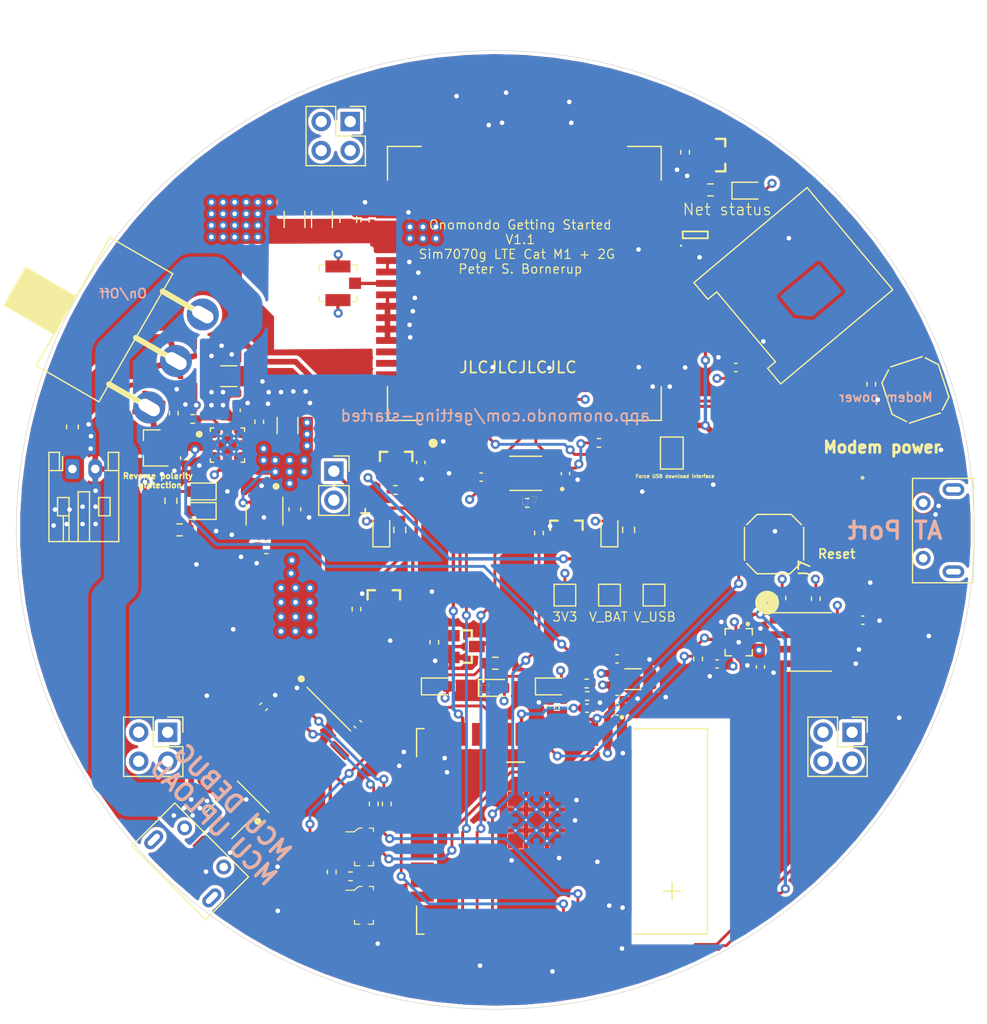
<source format=kicad_pcb>
(kicad_pcb (version 20171130) (host pcbnew "(5.1.10-1-10_14)")
  (layers (0 F.Cu signal) (1 In1.Cu power) (2 In2.Cu power) (31 B.Cu signal) (34 B.Paste user hide) (35 F.Paste user hide) (36 B.SilkS user) (37 F.SilkS user) (38 B.Mask user hide) (39 F.Mask user) (44 Edge.Cuts user))
  (net 0 "")
  (net 1 "Net-(U2-Pad68)")
  (net 2 "Net-(U2-Pad67)")
  (net 3 "Net-(U2-Pad53)")
  (net 4 "Net-(U2-Pad50)")
  (net 5 "Net-(U2-Pad49)")
  (net 6 "Net-(U2-Pad48)")
  (net 7 "Net-(U2-Pad38)")
  (net 8 "Net-(U2-Pad37)")
  (net 9 "Net-(U2-Pad34)")
  (net 10 "Net-(U2-Pad25)")
  (net 11 "Net-(U2-Pad23)")
  (net 12 "Net-(U2-Pad14)")
  (net 13 "Net-(U2-Pad13)")
  (net 14 "Net-(U2-Pad12)")
  (net 15 "Net-(U2-Pad11)")
  (net 16 "Net-(U2-Pad8)")
  (net 17 "Net-(U2-Pad7)")
  (net 18 "Net-(U2-Pad5)")
  (net 19 "Net-(U2-Pad4)")
  (net 20 "Net-(U2-Pad3)")
  (net 21 GND)
  (net 22 VBAT)
  (net 23 MODEM_STATUS)
  (net 24 NET_STATUS)
  (net 25 SIM_RST)
  (net 26 SIM_CLK)
  (net 27 SIM_DATA)
  (net 28 SIM_VDD)
  (net 29 VBUS_USB)
  (net 30 VDD_EXT)
  (net 31 RF_ANT)
  (net 32 MODEM_PWRKEY)
  (net 33 MCU_RX)
  (net 34 MCU_TX)
  (net 35 "Net-(D2-Pad1)")
  (net 36 "Net-(Q1-Pad3)")
  (net 37 VBAT_SENSE)
  (net 38 USB_CONN_D-)
  (net 39 USB_CONN_D+)
  (net 40 "Net-(U3-Pad3)")
  (net 41 TS_SENSE)
  (net 42 "Net-(D5-Pad1)")
  (net 43 "Net-(D6-Pad1)")
  (net 44 LED_0)
  (net 45 "Net-(Q7-Pad3)")
  (net 46 LED_1)
  (net 47 "Net-(J7-Pad4)")
  (net 48 "Net-(D11-Pad1)")
  (net 49 LED_LOGO)
  (net 50 MCU_MODEM_PWRKEY)
  (net 51 "Net-(U2-Pad16)")
  (net 52 "Net-(R1-Pad1)")
  (net 53 BOOT_CFG)
  (net 54 "Net-(J2-PadC6)")
  (net 55 SDA)
  (net 56 SCL)
  (net 57 "Net-(U4-Pad3)")
  (net 58 MOTION_SENSOR_IT)
  (net 59 "Net-(J5-Pad4)")
  (net 60 "Net-(R4-Pad1)")
  (net 61 "Net-(D7-Pad3)")
  (net 62 "Net-(D7-Pad1)")
  (net 63 "Net-(F1-Pad2)")
  (net 64 "Net-(F1-Pad1)")
  (net 65 "Net-(Q3-Pad2)")
  (net 66 "Net-(U6-Pad20)")
  (net 67 "Net-(U6-Pad18)")
  (net 68 "Net-(R15-Pad2)")
  (net 69 "Net-(J6-Pad4)")
  (net 70 "Net-(J6-Pad3)")
  (net 71 "Net-(J6-Pad2)")
  (net 72 "Net-(J6-Pad1)")
  (net 73 "Net-(J8-Pad4)")
  (net 74 "Net-(J8-Pad3)")
  (net 75 "Net-(J8-Pad2)")
  (net 76 "Net-(J8-Pad1)")
  (net 77 "Net-(J9-Pad4)")
  (net 78 "Net-(J9-Pad3)")
  (net 79 "Net-(J9-Pad2)")
  (net 80 "Net-(J9-Pad1)")
  (net 81 "Net-(J10-Pad2)")
  (net 82 "Net-(R16-Pad1)")
  (net 83 MODEM_TXD)
  (net 84 MODEM_RXD)
  (net 85 "Net-(Q4-Pad3)")
  (net 86 "Net-(Q5-Pad3)")
  (net 87 +3V3)
  (net 88 "Net-(U6-Pad37)")
  (net 89 "Net-(U6-Pad31)")
  (net 90 "Net-(U6-Pad30)")
  (net 91 "Net-(U6-Pad24)")
  (net 92 "Net-(U6-Pad23)")
  (net 93 "Net-(U6-Pad22)")
  (net 94 "Net-(U6-Pad21)")
  (net 95 "Net-(U6-Pad19)")
  (net 96 "Net-(U6-Pad17)")
  (net 97 "Net-(U6-Pad16)")
  (net 98 "Net-(U6-Pad14)")
  (net 99 "Net-(U6-Pad9)")
  (net 100 "Net-(U6-Pad7)")
  (net 101 "Net-(U6-Pad5)")
  (net 102 "Net-(U6-Pad4)")
  (net 103 "Net-(U9-Pad15)")
  (net 104 "Net-(U9-Pad14)")
  (net 105 VBAT_CONN)
  (net 106 "Net-(D1-Pad2)")
  (net 107 "Net-(D1-Pad1)")
  (net 108 "Net-(D3-Pad2)")
  (net 109 "Net-(D3-Pad1)")
  (net 110 "Net-(R6-Pad1)")
  (net 111 "Net-(R7-Pad1)")
  (net 112 /MCU/V3)
  (net 113 "Net-(Q2-Pad1)")
  (net 114 /MCU/~RTS~)
  (net 115 "Net-(Q8-Pad1)")
  (net 116 /MCU/~DTR~)
  (net 117 /MCU/ESP_IO0)
  (net 118 "Net-(U5-Pad15)")
  (net 119 "Net-(U5-Pad12)")
  (net 120 "Net-(U5-Pad11)")
  (net 121 "Net-(U5-Pad10)")
  (net 122 "Net-(U5-Pad9)")
  (net 123 "Net-(U5-Pad8)")
  (net 124 "Net-(U5-Pad7)")
  (net 125 "Net-(R19-Pad2)")
  (net 126 "Net-(R14-Pad2)")
  (net 127 "Net-(SW3-Pad3)")
  (net 128 ESP_PROG_RX)
  (net 129 ESP_PROG_TX)
  (net 130 /MCU_USB+)
  (net 131 /MCU_USB-)
  (net 132 ~RESET~)
  (net 133 "Net-(J5-Pad6)")
  (net 134 "Net-(J7-Pad6)")
  (net 135 "Net-(U6-Pad11)")
  (net 136 "Net-(U1-Pad4)")
  (module Package_TO_SOT_SMD:SOT-23-5 (layer F.Cu) (at -20.2438 -1.3208 270)
    (fp_text reference U1)
    (fp_text value XC6220B331MR)
    (pad 5 smd rect (at 1.1 -0.95 270) (size 1.06 0.65) (layers F.Cu F.Paste F.Mask) (net 87 +3V3))
    (pad 4 smd rect (at 1.1 0.95 270) (size 1.06 0.65) (layers F.Cu F.Paste F.Mask) (net 136 "Net-(U1-Pad4)"))
    (pad 3 smd rect (at -1.1 0.95 270) (size 1.06 0.65) (layers F.Cu F.Paste F.Mask) (net 22 VBAT))
    (pad 2 smd rect (at -1.1 0 270) (size 1.06 0.65) (layers F.Cu F.Paste F.Mask) (net 21 GND))
    (pad 1 smd rect (at -1.1 -0.95 270) (size 1.06 0.65) (layers F.Cu F.Paste F.Mask) (net 22 VBAT))
  )
  (module Capacitor_SMD:C_0603_1608Metric (layer F.Cu) (at -20.0784 1.5748 180)
    (fp_text reference C2)
    (fp_text value 10u)
    (pad 2 smd roundrect (at 0.775 0 180) (size 0.9 0.95) (layers F.Cu F.Paste F.Mask) (net 21 GND))
    (pad 1 smd roundrect (at -0.775 0 180) (size 0.9 0.95) (layers F.Cu F.Paste F.Mask) (net 87 +3V3))
  )
  (module Capacitor_SMD:C_0603_1608Metric (layer F.Cu) (at -17.5768 -1.8034 270)
    (fp_text reference C1)
    (fp_text value 10u)
    (pad 2 smd roundrect (at 0.775 0 270) (size 0.9 0.95) (layers F.Cu F.Paste F.Mask) (net 21 GND))
    (pad 1 smd roundrect (at -0.775 0 270) (size 0.9 0.95) (layers F.Cu F.Paste F.Mask) (net 22 VBAT))
  )
  (module GettingStarted:SWITCH_3A (layer F.Cu) (at -28.0035 -14.7955 60)
    (fp_text reference SW3)
    (fp_text value SW_DPDT_x2)
    (pad 3 thru_hole circle (at 4.7 0 60) (size 2.8 2.8) (drill oval 1.1 2) (layers *.Cu *.Mask) (net 127 "Net-(SW3-Pad3)"))
    (pad 2 thru_hole circle (at 0 0 60) (size 2.8 2.8) (drill oval 1.1 2) (layers *.Cu *.Mask) (net 64 "Net-(F1-Pad1)"))
    (pad 1 thru_hole circle (at -4.7 0 60) (size 2.8 2.8) (drill oval 1.1 2) (layers *.Cu *.Mask) (net 65 "Net-(Q3-Pad2)"))
  )
  (module logo:logo_front_logo (layer F.Cu) (at -32 8)
    (fp_text reference G*** hide)
    (fp_text value LOGO hide)
  )
  (module "SnapEDA Library:SOP65P400X130-8N" (layer F.Cu) (at 2.667 -4.953 180)
    (fp_text reference U7 (at -0.33 -2.46) (layer F.SilkS) (effects (font (size 0.8 0.8) (thickness 0.015))))
    (fp_text value TXS0102DCTR)
    (pad 8 smd rect (at 1.77 -0.975 180) (size 1.42 0.4) (layers F.Cu F.Paste F.Mask) (net 33 MCU_RX))
    (pad 7 smd rect (at 1.77 -0.325 180) (size 1.42 0.4) (layers F.Cu F.Paste F.Mask) (net 87 +3V3))
    (pad 6 smd rect (at 1.77 0.325 180) (size 1.42 0.4) (layers F.Cu F.Paste F.Mask) (net 82 "Net-(R16-Pad1)"))
    (pad 5 smd rect (at 1.77 0.975 180) (size 1.42 0.4) (layers F.Cu F.Paste F.Mask) (net 83 MODEM_TXD))
    (pad 4 smd rect (at -1.77 0.975 180) (size 1.42 0.4) (layers F.Cu F.Paste F.Mask) (net 84 MODEM_RXD))
    (pad 3 smd rect (at -1.77 0.325 180) (size 1.42 0.4) (layers F.Cu F.Paste F.Mask) (net 30 VDD_EXT))
    (pad 2 smd rect (at -1.77 -0.325 180) (size 1.42 0.4) (layers F.Cu F.Paste F.Mask) (net 21 GND))
    (pad 1 smd rect (at -1.77 -0.975 180) (size 1.42 0.4) (layers F.Cu F.Paste F.Mask) (net 34 MCU_TX))
  )
  (module Resistor_SMD:R_0402_1005Metric (layer F.Cu) (at 17.78 11.303 270)
    (fp_text reference R5)
    (fp_text value 1M)
    (pad 2 smd roundrect (at 0.51 0 270) (size 0.54 0.64) (layers F.Cu F.Paste F.Mask) (net 21 GND))
    (pad 1 smd roundrect (at -0.51 0 270) (size 0.54 0.64) (layers F.Cu F.Paste F.Mask) (net 58 MOTION_SENSOR_IT))
  )
  (module Capacitor_SMD:C_1206_3216Metric (layer F.Cu) (at -23.368 -13.462)
    (fp_text reference C22)
    (fp_text value 4u7)
    (pad 2 smd roundrect (at 1.475 0) (size 1.15 1.8) (layers F.Cu F.Paste F.Mask) (roundrect_rratio 0.2173904347826087) (net 21 GND))
    (pad 1 smd roundrect (at -1.475 0) (size 1.15 1.8) (layers F.Cu F.Paste F.Mask) (roundrect_rratio 0.2173904347826087) (net 29 VBUS_USB))
  )
  (module Capacitor_SMD:C_1206_3216Metric (layer F.Cu) (at -18.2245 -9.144 90)
    (fp_text reference C8)
    (fp_text value 4u7)
    (pad 2 smd roundrect (at 1.475 0 90) (size 1.15 1.8) (layers F.Cu F.Paste F.Mask) (roundrect_rratio 0.2173904347826087) (net 21 GND))
    (pad 1 smd roundrect (at -1.475 0 90) (size 1.15 1.8) (layers F.Cu F.Paste F.Mask) (roundrect_rratio 0.2173904347826087) (net 22 VBAT))
  )
  (module Resistor_SMD:R_0402_1005Metric (layer F.Cu) (at 5.969 15.494 90)
    (fp_text reference R23)
    (fp_text value 10k)
    (pad 2 smd roundrect (at 0.51 0 90) (size 0.54 0.64) (layers F.Cu F.Paste F.Mask) (net 87 +3V3))
    (pad 1 smd roundrect (at -0.51 0 90) (size 0.54 0.64) (layers F.Cu F.Paste F.Mask) (net 132 ~RESET~))
  )
  (module Resistor_SMD:R_0402_1005Metric (layer F.Cu) (at -10.668 24.003 90)
    (fp_text reference R19)
    (fp_text value 4k7)
    (pad 2 smd roundrect (at 0.51 0 90) (size 0.54 0.64) (layers F.Cu F.Paste F.Mask) (net 125 "Net-(R19-Pad2)"))
    (pad 1 smd roundrect (at -0.51 0 90) (size 0.54 0.64) (layers F.Cu F.Paste F.Mask) (net 129 ESP_PROG_TX))
  )
  (module Resistor_SMD:R_0402_1005Metric (layer F.Cu) (at -9.525 24.003 90)
    (fp_text reference R14)
    (fp_text value 4k7)
    (pad 2 smd roundrect (at 0.51 0 90) (size 0.54 0.64) (layers F.Cu F.Paste F.Mask) (net 126 "Net-(R14-Pad2)"))
    (pad 1 smd roundrect (at -0.51 0 90) (size 0.54 0.64) (layers F.Cu F.Paste F.Mask) (net 128 ESP_PROG_RX))
  )
  (module Package_SO:SOIC-16_3.9x9.9mm_P1.27mm (layer F.Cu) (at -17.653 19.812 315)
    (fp_text reference U5)
    (fp_text value CH340C)
    (pad 16 smd roundrect (at 2.475 -4.445 315) (size 1.95 0.6) (layers F.Cu F.Paste F.Mask) (net 29 VBUS_USB))
    (pad 15 smd roundrect (at 2.475 -3.175 315) (size 1.95 0.6) (layers F.Cu F.Paste F.Mask) (net 118 "Net-(U5-Pad15)"))
    (pad 14 smd roundrect (at 2.475 -1.905 315) (size 1.95 0.6) (layers F.Cu F.Paste F.Mask) (net 114 /MCU/~RTS~))
    (pad 13 smd roundrect (at 2.475 -0.635 315) (size 1.95 0.6) (layers F.Cu F.Paste F.Mask) (net 116 /MCU/~DTR~))
    (pad 12 smd roundrect (at 2.475 0.635 315) (size 1.95 0.6) (layers F.Cu F.Paste F.Mask) (net 119 "Net-(U5-Pad12)"))
    (pad 11 smd roundrect (at 2.475 1.905 315) (size 1.95 0.6) (layers F.Cu F.Paste F.Mask) (net 120 "Net-(U5-Pad11)"))
    (pad 10 smd roundrect (at 2.475 3.175 315) (size 1.95 0.6) (layers F.Cu F.Paste F.Mask) (net 121 "Net-(U5-Pad10)"))
    (pad 9 smd roundrect (at 2.475 4.445 315) (size 1.95 0.6) (layers F.Cu F.Paste F.Mask) (net 122 "Net-(U5-Pad9)"))
    (pad 8 smd roundrect (at -2.475 4.445 315) (size 1.95 0.6) (layers F.Cu F.Paste F.Mask) (net 123 "Net-(U5-Pad8)"))
    (pad 7 smd roundrect (at -2.475 3.175 315) (size 1.95 0.6) (layers F.Cu F.Paste F.Mask) (net 124 "Net-(U5-Pad7)"))
    (pad 6 smd roundrect (at -2.475 1.905 315) (size 1.95 0.6) (layers F.Cu F.Paste F.Mask) (net 131 /MCU_USB-))
    (pad 5 smd roundrect (at -2.475 0.635 315) (size 1.95 0.6) (layers F.Cu F.Paste F.Mask) (net 130 /MCU_USB+))
    (pad 4 smd roundrect (at -2.475 -0.635 315) (size 1.95 0.6) (layers F.Cu F.Paste F.Mask) (net 112 /MCU/V3))
    (pad 3 smd roundrect (at -2.475 -1.905 315) (size 1.95 0.6) (layers F.Cu F.Paste F.Mask) (net 125 "Net-(R19-Pad2)"))
    (pad 2 smd roundrect (at -2.475 -3.175 315) (size 1.95 0.6) (layers F.Cu F.Paste F.Mask) (net 126 "Net-(R14-Pad2)"))
    (pad 1 smd roundrect (at -2.475 -4.445 315) (size 1.95 0.6) (layers F.Cu F.Paste F.Mask) (net 21 GND))
  )
  (module Resistor_SMD:R_0402_1005Metric (layer F.Cu) (at -12.7 30.353 180)
    (fp_text reference R21)
    (fp_text value 10k)
    (pad 2 smd roundrect (at 0.51 0 180) (size 0.54 0.64) (layers F.Cu F.Paste F.Mask) (net 114 /MCU/~RTS~))
    (pad 1 smd roundrect (at -0.51 0 180) (size 0.54 0.64) (layers F.Cu F.Paste F.Mask) (net 115 "Net-(Q8-Pad1)"))
  )
  (module Resistor_SMD:R_0402_1005Metric (layer F.Cu) (at -14.351 29.972 270)
    (fp_text reference R20)
    (fp_text value 10k)
    (pad 2 smd roundrect (at 0.51 0 270) (size 0.54 0.64) (layers F.Cu F.Paste F.Mask) (net 116 /MCU/~DTR~))
    (pad 1 smd roundrect (at -0.51 0 270) (size 0.54 0.64) (layers F.Cu F.Paste F.Mask) (net 113 "Net-(Q2-Pad1)"))
  )
  (module digikey-footprints:SOT-23-3 (layer F.Cu) (at -11.521 32.893)
    (fp_text reference Q8)
    (fp_text value MMSS8050-H-TP)
    (pad 1 smd rect (at -1.05 -0.95) (size 1.3 0.6) (layers F.Cu F.Paste F.Mask) (net 115 "Net-(Q8-Pad1)"))
    (pad 2 smd rect (at -1.05 0.95) (size 1.3 0.6) (layers F.Cu F.Paste F.Mask) (net 116 /MCU/~DTR~))
    (pad 3 smd rect (at 1.05 0) (size 1.3 0.6) (layers F.Cu F.Paste F.Mask) (net 117 /MCU/ESP_IO0))
  )
  (module digikey-footprints:SOT-23-3 (layer F.Cu) (at -11.521 27.779)
    (fp_text reference Q2)
    (fp_text value MMSS8050-H-TP)
    (pad 1 smd rect (at -1.05 -0.95) (size 1.3 0.6) (layers F.Cu F.Paste F.Mask) (net 113 "Net-(Q2-Pad1)"))
    (pad 2 smd rect (at -1.05 0.95) (size 1.3 0.6) (layers F.Cu F.Paste F.Mask) (net 114 /MCU/~RTS~))
    (pad 3 smd rect (at 1.05 0) (size 1.3 0.6) (layers F.Cu F.Paste F.Mask) (net 132 ~RESET~))
  )
  (module Capacitor_SMD:C_0402_1005Metric (layer F.Cu) (at 4.826 15.522 90)
    (fp_text reference C19)
    (fp_text value 100n)
    (pad 2 smd roundrect (at 0.48 0 90) (size 0.56 0.62) (layers F.Cu F.Paste F.Mask) (net 21 GND))
    (pad 1 smd roundrect (at -0.48 0 90) (size 0.56 0.62) (layers F.Cu F.Paste F.Mask) (net 132 ~RESET~))
  )
  (module Capacitor_SMD:C_0402_1005Metric (layer F.Cu) (at -12.065 17.018 135)
    (fp_text reference C18)
    (fp_text value 100n)
    (pad 2 smd roundrect (at 0.48 0 135) (size 0.56 0.62) (layers F.Cu F.Paste F.Mask) (net 21 GND))
    (pad 1 smd roundrect (at -0.48 0 135) (size 0.56 0.62) (layers F.Cu F.Paste F.Mask) (net 29 VBUS_USB))
  )
  (module Capacitor_SMD:C_0402_1005Metric (layer F.Cu) (at -20.32 15.494 45)
    (fp_text reference C16)
    (fp_text value 100n)
    (pad 2 smd roundrect (at 0.48 0 45) (size 0.56 0.62) (layers F.Cu F.Paste F.Mask) (net 21 GND))
    (pad 1 smd roundrect (at -0.48 0 45) (size 0.56 0.62) (layers F.Cu F.Paste F.Mask) (net 112 /MCU/V3))
  )
  (module Resistor_SMD:R_0402_1005Metric (layer F.Cu) (at -26.543 -9.7155 180)
    (fp_text reference R7)
    (fp_text value 2k)
    (pad 2 smd roundrect (at 0.51 0 180) (size 0.54 0.64) (layers F.Cu F.Paste F.Mask) (net 21 GND))
    (pad 1 smd roundrect (at -0.51 0 180) (size 0.54 0.64) (layers F.Cu F.Paste F.Mask) (net 111 "Net-(R7-Pad1)"))
  )
  (module Resistor_SMD:R_0402_1005Metric (layer F.Cu) (at -28.194 -10.2235 90)
    (fp_text reference R6)
    (fp_text value 10k)
    (pad 2 smd roundrect (at 0.51 0 90) (size 0.54 0.64) (layers F.Cu F.Paste F.Mask) (net 21 GND))
    (pad 1 smd roundrect (at -0.51 0 90) (size 0.54 0.64) (layers F.Cu F.Paste F.Mask) (net 110 "Net-(R6-Pad1)"))
  )
  (module Resistor_SMD:R_0402_1005Metric (layer F.Cu) (at -20.701 -9.4615 90)
    (fp_text reference R4)
    (fp_text value 3k1)
    (pad 2 smd roundrect (at 0.51 0 90) (size 0.54 0.64) (layers F.Cu F.Paste F.Mask) (net 21 GND))
    (pad 1 smd roundrect (at -0.51 0 90) (size 0.54 0.64) (layers F.Cu F.Paste F.Mask) (net 60 "Net-(R4-Pad1)"))
  )
  (module Resistor_SMD:R_0603_1608Metric (layer F.Cu) (at -28.448 -2.54 270)
    (fp_text reference R18)
    (fp_text value 500)
    (pad 2 smd roundrect (at 0.825 0 270) (size 0.8 0.95) (layers F.Cu F.Paste F.Mask) (net 22 VBAT))
    (pad 1 smd roundrect (at -0.825 0 270) (size 0.8 0.95) (layers F.Cu F.Paste F.Mask) (net 108 "Net-(D3-Pad2)"))
  )
  (module Resistor_SMD:R_0603_1608Metric (layer F.Cu) (at -27.686 0 180)
    (fp_text reference R17)
    (fp_text value 500)
    (pad 2 smd roundrect (at 0.825 0 180) (size 0.8 0.95) (layers F.Cu F.Paste F.Mask) (net 22 VBAT))
    (pad 1 smd roundrect (at -0.825 0 180) (size 0.8 0.95) (layers F.Cu F.Paste F.Mask) (net 106 "Net-(D1-Pad2)"))
  )
  (module LED_SMD:LED_0603_1608Metric (layer F.Cu) (at -25.9715 -3.3655 180)
    (fp_text reference D3)
    (fp_text value GREEN)
    (pad 2 smd roundrect (at 0.7875 0 180) (size 0.875 0.95) (layers F.Cu F.Paste F.Mask) (net 108 "Net-(D3-Pad2)"))
    (pad 1 smd roundrect (at -0.7875 0 180) (size 0.875 0.95) (layers F.Cu F.Paste F.Mask) (net 109 "Net-(D3-Pad1)"))
  )
  (module LED_SMD:LED_0603_1608Metric (layer F.Cu) (at -25.9715 -1.651 180)
    (fp_text reference D1)
    (fp_text value WHITE)
    (pad 2 smd roundrect (at 0.7875 0 180) (size 0.875 0.95) (layers F.Cu F.Paste F.Mask) (net 106 "Net-(D1-Pad2)"))
    (pad 1 smd roundrect (at -0.7875 0 180) (size 0.875 0.95) (layers F.Cu F.Paste F.Mask) (net 107 "Net-(D1-Pad1)"))
  )
  (module Capacitor_SMD:C_0402_1005Metric (layer F.Cu) (at -22.733 -10.4775 90)
    (fp_text reference C7)
    (fp_text value 100n)
    (pad 2 smd roundrect (at 0.48 0 90) (size 0.56 0.62) (layers F.Cu F.Paste F.Mask) (net 21 GND))
    (pad 1 smd roundrect (at -0.48 0 90) (size 0.56 0.62) (layers F.Cu F.Paste F.Mask) (net 29 VBUS_USB))
  )
  (module "SnapEDA Library:QFN50P300X300X100-17N" (layer F.Cu) (at -23.495 -7.4295)
    (fp_text reference U9)
    (fp_text value BQ24074RGTR)
    (pad 21 thru_hole circle (at -0.58 0.58) (size 0.4 0.4) (drill 0.2) (layers *.Cu) (net 21 GND))
    (pad 22 thru_hole circle (at 0.58 0.58) (size 0.4 0.4) (drill 0.2) (layers *.Cu) (net 21 GND))
    (pad 20 thru_hole circle (at 0.58 -0.58) (size 0.4 0.4) (drill 0.2) (layers *.Cu) (net 21 GND))
    (pad 19 thru_hole circle (at -0.58 -0.58) (size 0.4 0.4) (drill 0.2) (layers *.Cu) (net 21 GND))
    (pad 18 thru_hole circle (at 0 0) (size 0.4 0.4) (drill 0.2) (layers *.Cu) (net 21 GND))
    (pad 17 smd rect (at 0 0) (size 1.68 1.68) (layers F.Cu F.Mask) (net 21 GND))
    (pad 12 smd rect (at 1.435 -0.75) (size 0.86 0.26) (layers F.Cu F.Paste F.Mask) (net 60 "Net-(R4-Pad1)"))
    (pad 11 smd rect (at 1.435 -0.25) (size 0.86 0.26) (layers F.Cu F.Paste F.Mask) (net 22 VBAT))
    (pad 10 smd rect (at 1.435 0.25) (size 0.86 0.26) (layers F.Cu F.Paste F.Mask) (net 22 VBAT))
    (pad 9 smd rect (at 1.435 0.75) (size 0.86 0.26) (layers F.Cu F.Paste F.Mask) (net 107 "Net-(D1-Pad1)"))
    (pad 4 smd rect (at -1.435 0.75) (size 0.86 0.26) (layers F.Cu F.Paste F.Mask) (net 21 GND))
    (pad 3 smd rect (at -1.435 0.25) (size 0.86 0.26) (layers F.Cu F.Paste F.Mask) (net 105 VBAT_CONN))
    (pad 2 smd rect (at -1.435 -0.25) (size 0.86 0.26) (layers F.Cu F.Paste F.Mask) (net 105 VBAT_CONN))
    (pad 1 smd rect (at -1.435 -0.75) (size 0.86 0.26) (layers F.Cu F.Paste F.Mask) (net 110 "Net-(R6-Pad1)"))
    (pad 16 smd rect (at -0.75 -1.435) (size 0.26 0.86) (layers F.Cu F.Paste F.Mask) (net 111 "Net-(R7-Pad1)"))
    (pad 15 smd rect (at -0.25 -1.435) (size 0.26 0.86) (layers F.Cu F.Paste F.Mask) (net 103 "Net-(U9-Pad15)"))
    (pad 14 smd rect (at 0.25 -1.435) (size 0.26 0.86) (layers F.Cu F.Paste F.Mask) (net 104 "Net-(U9-Pad14)"))
    (pad 13 smd rect (at 0.75 -1.435) (size 0.26 0.86) (layers F.Cu F.Paste F.Mask) (net 29 VBUS_USB))
    (pad 8 smd rect (at 0.75 1.435) (size 0.26 0.86) (layers F.Cu F.Paste F.Mask) (net 21 GND))
    (pad 7 smd rect (at 0.25 1.435) (size 0.26 0.86) (layers F.Cu F.Paste F.Mask) (net 109 "Net-(D3-Pad1)"))
    (pad 6 smd rect (at -0.25 1.435) (size 0.26 0.86) (layers F.Cu F.Paste F.Mask) (net 22 VBAT))
    (pad 5 smd rect (at -0.75 1.435) (size 0.26 0.86) (layers F.Cu F.Paste F.Mask) (net 21 GND))
  )
  (module "SnapEDA Library:MODULE_ESP32-WROOM-32" (layer F.Cu) (at 5.842 26.416 270)
    (fp_text reference U6)
    (fp_text value ESP32-WROOM-32)
    (pad 39_21 thru_hole circle (at -0.0825 4.075 270) (size 0.3 0.3) (drill 0.2) (layers *.Cu *.Mask) (net 21 GND))
    (pad 39_20 thru_hole circle (at -1.9175 4.075 270) (size 0.3 0.3) (drill 0.2) (layers *.Cu *.Mask) (net 21 GND))
    (pad 39_19 thru_hole circle (at 0.835 3.1575 270) (size 0.3 0.3) (drill 0.2) (layers *.Cu *.Mask) (net 21 GND))
    (pad 39_18 thru_hole circle (at -1 3.1575 270) (size 0.3 0.3) (drill 0.2) (layers *.Cu *.Mask) (net 21 GND))
    (pad 39_17 thru_hole circle (at -2.835 3.1575 270) (size 0.3 0.3) (drill 0.2) (layers *.Cu *.Mask) (net 21 GND))
    (pad 39_16 thru_hole circle (at -0.0825 2.24 270) (size 0.3 0.3) (drill 0.2) (layers *.Cu *.Mask) (net 21 GND))
    (pad 39_15 thru_hole circle (at -1.9175 2.24 270) (size 0.3 0.3) (drill 0.2) (layers *.Cu *.Mask) (net 21 GND))
    (pad 39_14 thru_hole circle (at 0.835 1.3225 270) (size 0.3 0.3) (drill 0.2) (layers *.Cu *.Mask) (net 21 GND))
    (pad 39_13 thru_hole circle (at -1 1.3225 270) (size 0.3 0.3) (drill 0.2) (layers *.Cu *.Mask) (net 21 GND))
    (pad 39_12 thru_hole circle (at -2.835 1.3225 270) (size 0.3 0.3) (drill 0.2) (layers *.Cu *.Mask) (net 21 GND))
    (pad 39_11 thru_hole circle (at -0.0825 0.405 270) (size 0.3 0.3) (drill 0.2) (layers *.Cu *.Mask) (net 21 GND))
    (pad 39_10 thru_hole circle (at -1.9175 0.405 270) (size 0.3 0.3) (drill 0.2) (layers *.Cu *.Mask) (net 21 GND))
    (pad 39_9 smd rect (at 0.835 4.075 270) (size 1.33 1.33) (layers F.Cu F.Paste F.Mask) (net 21 GND))
    (pad 39_8 smd rect (at -1 4.075 270) (size 1.33 1.33) (layers F.Cu F.Paste F.Mask) (net 21 GND))
    (pad 39_7 smd rect (at -2.835 4.075 270) (size 1.33 1.33) (layers F.Cu F.Paste F.Mask) (net 21 GND))
    (pad 39_6 smd rect (at 0.835 2.24 270) (size 1.33 1.33) (layers F.Cu F.Paste F.Mask) (net 21 GND))
    (pad 39_5 smd rect (at -1 2.24 270) (size 1.33 1.33) (layers F.Cu F.Paste F.Mask) (net 21 GND))
    (pad 39_4 smd rect (at -2.835 2.24 270) (size 1.33 1.33) (layers F.Cu F.Paste F.Mask) (net 21 GND))
    (pad 39_3 smd rect (at 0.835 0.405 270) (size 1.33 1.33) (layers F.Cu F.Paste F.Mask) (net 21 GND))
    (pad 39_2 smd rect (at -1 0.405 270) (size 1.33 1.33) (layers F.Cu F.Paste F.Mask) (net 21 GND))
    (pad 39_1 smd rect (at -2.835 0.405 270) (size 1.33 1.33) (layers F.Cu F.Paste F.Mask) (net 21 GND))
    (pad 38 smd rect (at 8.5 -5.26 270) (size 2 0.9) (layers F.Cu F.Paste F.Mask) (net 21 GND))
    (pad 37 smd rect (at 8.5 -3.99 270) (size 2 0.9) (layers F.Cu F.Paste F.Mask) (net 88 "Net-(U6-Pad37)"))
    (pad 36 smd rect (at 8.5 -2.72 270) (size 2 0.9) (layers F.Cu F.Paste F.Mask) (net 56 SCL))
    (pad 35 smd rect (at 8.5 -1.45 270) (size 2 0.9) (layers F.Cu F.Paste F.Mask) (net 129 ESP_PROG_TX))
    (pad 34 smd rect (at 8.5 -0.18 270) (size 2 0.9) (layers F.Cu F.Paste F.Mask) (net 128 ESP_PROG_RX))
    (pad 33 smd rect (at 8.5 1.09 270) (size 2 0.9) (layers F.Cu F.Paste F.Mask) (net 55 SDA))
    (pad 32 smd rect (at 8.5 2.36 270) (size 2 0.9) (layers F.Cu F.Paste F.Mask))
    (pad 31 smd rect (at 8.5 3.63 270) (size 2 0.9) (layers F.Cu F.Paste F.Mask) (net 89 "Net-(U6-Pad31)"))
    (pad 30 smd rect (at 8.5 4.9 270) (size 2 0.9) (layers F.Cu F.Paste F.Mask) (net 90 "Net-(U6-Pad30)"))
    (pad 29 smd rect (at 8.5 6.17 270) (size 2 0.9) (layers F.Cu F.Paste F.Mask) (net 44 LED_0))
    (pad 28 smd rect (at 8.5 7.44 270) (size 2 0.9) (layers F.Cu F.Paste F.Mask) (net 34 MCU_TX))
    (pad 27 smd rect (at 8.5 8.71 270) (size 2 0.9) (layers F.Cu F.Paste F.Mask) (net 33 MCU_RX))
    (pad 26 smd rect (at 8.5 9.98 270) (size 2 0.9) (layers F.Cu F.Paste F.Mask) (net 46 LED_1))
    (pad 25 smd rect (at 8.5 11.25 270) (size 2 0.9) (layers F.Cu F.Paste F.Mask) (net 117 /MCU/ESP_IO0))
    (pad 24 smd rect (at 5.715 12.25 270) (size 0.9 2) (layers F.Cu F.Paste F.Mask) (net 91 "Net-(U6-Pad24)"))
    (pad 23 smd rect (at 4.445 12.25 270) (size 0.9 2) (layers F.Cu F.Paste F.Mask) (net 92 "Net-(U6-Pad23)"))
    (pad 22 smd rect (at 3.175 12.25 270) (size 0.9 2) (layers F.Cu F.Paste F.Mask) (net 93 "Net-(U6-Pad22)"))
    (pad 21 smd rect (at 1.905 12.25 270) (size 0.9 2) (layers F.Cu F.Paste F.Mask) (net 94 "Net-(U6-Pad21)"))
    (pad 20 smd rect (at 0.635 12.25 270) (size 0.9 2) (layers F.Cu F.Paste F.Mask) (net 66 "Net-(U6-Pad20)"))
    (pad 19 smd rect (at -0.635 12.25 270) (size 0.9 2) (layers F.Cu F.Paste F.Mask) (net 95 "Net-(U6-Pad19)"))
    (pad 18 smd rect (at -1.905 12.25 270) (size 0.9 2) (layers F.Cu F.Paste F.Mask) (net 67 "Net-(U6-Pad18)"))
    (pad 17 smd rect (at -3.175 12.25 270) (size 0.9 2) (layers F.Cu F.Paste F.Mask) (net 96 "Net-(U6-Pad17)"))
    (pad 16 smd rect (at -4.445 12.25 270) (size 0.9 2) (layers F.Cu F.Paste F.Mask) (net 97 "Net-(U6-Pad16)"))
    (pad 15 smd rect (at -5.715 12.25 270) (size 0.9 2) (layers F.Cu F.Paste F.Mask) (net 21 GND))
    (pad 14 smd rect (at -8.5 11.25 270) (size 2 0.9) (layers F.Cu F.Paste F.Mask) (net 98 "Net-(U6-Pad14)"))
    (pad 13 smd rect (at -8.5 9.98 270) (size 2 0.9) (layers F.Cu F.Paste F.Mask) (net 41 TS_SENSE))
    (pad 12 smd rect (at -8.5 8.71 270) (size 2 0.9) (layers F.Cu F.Paste F.Mask) (net 50 MCU_MODEM_PWRKEY))
    (pad 11 smd rect (at -8.5 7.44 270) (size 2 0.9) (layers F.Cu F.Paste F.Mask) (net 135 "Net-(U6-Pad11)"))
    (pad 10 smd rect (at -8.5 6.17 270) (size 2 0.9) (layers F.Cu F.Paste F.Mask) (net 49 LED_LOGO))
    (pad 9 smd rect (at -8.5 4.9 270) (size 2 0.9) (layers F.Cu F.Paste F.Mask) (net 99 "Net-(U6-Pad9)"))
    (pad 8 smd rect (at -8.5 3.63 270) (size 2 0.9) (layers F.Cu F.Paste F.Mask) (net 37 VBAT_SENSE))
    (pad 7 smd rect (at -8.5 2.36 270) (size 2 0.9) (layers F.Cu F.Paste F.Mask) (net 100 "Net-(U6-Pad7)"))
    (pad 6 smd rect (at -8.5 1.09 270) (size 2 0.9) (layers F.Cu F.Paste F.Mask) (net 58 MOTION_SENSOR_IT))
    (pad 5 smd rect (at -8.5 -0.18 270) (size 2 0.9) (layers F.Cu F.Paste F.Mask) (net 101 "Net-(U6-Pad5)"))
    (pad 4 smd rect (at -8.5 -1.45 270) (size 2 0.9) (layers F.Cu F.Paste F.Mask) (net 102 "Net-(U6-Pad4)"))
    (pad 3 smd rect (at -8.5 -2.72 270) (size 2 0.9) (layers F.Cu F.Paste F.Mask) (net 132 ~RESET~))
    (pad 2 smd rect (at -8.5 -3.99 270) (size 2 0.9) (layers F.Cu F.Paste F.Mask) (net 87 +3V3))
    (pad 1 smd rect (at -8.5 -5.26 270) (size 2 0.9) (layers F.Cu F.Paste F.Mask) (net 21 GND))
  )
  (module GettingStarted:SNO-1305-B_NANO_SIM (layer F.Cu) (at 26.416 -21.59 130)
    (fp_text reference J2)
    (fp_text value SIM8051-6-0-14-01-X-REVD)
    (pad C7 smd rect (at 3.188 -6.804 130) (size 0.9 1.2) (layers F.Cu F.Paste F.Mask) (net 27 SIM_DATA))
    (pad C3 smd rect (at 1.918 -6.804 130) (size 0.9 1.2) (layers F.Cu F.Paste F.Mask) (net 26 SIM_CLK))
    (pad C6 smd rect (at 0.648 -6.804 130) (size 0.9 1.2) (layers F.Cu F.Paste F.Mask) (net 54 "Net-(J2-PadC6)"))
    (pad C2 smd rect (at -0.622 -6.804 130) (size 0.9 1.2) (layers F.Cu F.Paste F.Mask) (net 25 SIM_RST))
    (pad C5 smd rect (at -1.892 -6.804 130) (size 0.9 1.2) (layers F.Cu F.Paste F.Mask) (net 21 GND))
    (pad "" smd rect (at 5.858 -2.704 310) (size 1.3 1.8) (layers F.Cu F.Paste F.Mask))
    (pad "" smd rect (at 5.858 6.096 130) (size 1.3 1.8) (layers F.Cu F.Paste F.Mask))
    (pad "" smd rect (at -5.842 -2.704 130) (size 1.3 1.8) (layers F.Cu F.Paste F.Mask))
    (pad "" smd rect (at -5.842 6.096 130) (size 1.3 1.8) (layers F.Cu F.Paste F.Mask))
    (pad C1 smd rect (at -3.162 -6.804 130) (size 0.9 1.2) (layers F.Cu F.Paste F.Mask) (net 28 SIM_VDD))
  )
  (module GettingStarted:USB_Micro_B_JLC (layer F.Cu) (at 39.116 0.0635 270)
    (fp_text reference J7 (at 3.40868 12.01288 90) (layer F.SilkS))
    (fp_text value USB_B_Micro)
    (pad 6 thru_hole circle (at 2.425 1.606 90) (size 1.3 1.3) (drill 0.75) (layers *.Cu *.Mask) (net 134 "Net-(J7-Pad6)"))
    (pad 6 thru_hole oval (at -3.6 -1.044 90) (size 1.1 1.9) (drill oval 0.5 1.3) (layers *.Cu *.Mask Eco1.User) (net 134 "Net-(J7-Pad6)"))
    (pad 6 smd rect (at 0.8 -1.069 90) (size 0.6 1.35) (layers F.Cu F.Paste F.Mask) (net 134 "Net-(J7-Pad6)"))
    (pad 5 smd rect (at -1.3 1.606 90) (size 0.4 1.25) (layers F.Cu F.Paste F.Mask) (net 21 GND))
    (pad 4 smd rect (at -0.65 1.606 90) (size 0.4 1.25) (layers F.Cu F.Paste F.Mask) (net 47 "Net-(J7-Pad4)"))
    (pad 3 smd rect (at 0 1.606 90) (size 0.4 1.35) (layers F.Cu F.Paste F.Mask) (net 39 USB_CONN_D+))
    (pad 2 smd rect (at 0.65 1.606 90) (size 0.4 1.25) (layers F.Cu F.Paste F.Mask) (net 38 USB_CONN_D-))
    (pad 1 smd rect (at 1.3 1.606 90) (size 0.4 1.25) (layers F.Cu F.Paste F.Mask) (net 29 VBUS_USB))
    (pad 6 thru_hole circle (at -2.425 1.606 180) (size 1.3 1.3) (drill 0.75) (layers *.Cu *.Mask) (net 134 "Net-(J7-Pad6)"))
    (pad 6 smd rect (at -0.8 -1.069 90) (size 0.6 1.35) (layers F.Cu F.Paste F.Mask) (net 134 "Net-(J7-Pad6)"))
    (pad 6 thru_hole oval (at 3.6 -1.044 90) (size 1.1 1.9) (drill oval 0.5 1.3) (layers *.Cu *.Mask) (net 134 "Net-(J7-Pad6)"))
  )
  (module GettingStarted:USB_Micro_B_JLC (layer F.Cu) (at -26.67 28.956 135)
    (fp_text reference J5)
    (fp_text value USB_B_Micro)
    (pad 6 thru_hole circle (at 2.424999 1.606 315) (size 1.3 1.3) (drill 0.75) (layers *.Cu *.Mask) (net 133 "Net-(J5-Pad6)"))
    (pad 6 thru_hole oval (at -3.6 -1.044 315) (size 1.1 1.9) (drill oval 0.5 1.3) (layers *.Cu *.Mask Eco1.User) (net 133 "Net-(J5-Pad6)"))
    (pad 6 smd rect (at 0.8 -1.069 315) (size 0.6 1.35) (layers F.Cu F.Paste F.Mask) (net 133 "Net-(J5-Pad6)"))
    (pad 5 smd rect (at -1.3 1.606 315) (size 0.4 1.25) (layers F.Cu F.Paste F.Mask) (net 21 GND))
    (pad 4 smd rect (at -0.65 1.606 315) (size 0.4 1.25) (layers F.Cu F.Paste F.Mask) (net 59 "Net-(J5-Pad4)"))
    (pad 3 smd rect (at 0 1.606 315) (size 0.4 1.35) (layers F.Cu F.Paste F.Mask) (net 130 /MCU_USB+))
    (pad 2 smd rect (at 0.65 1.606 315) (size 0.4 1.25) (layers F.Cu F.Paste F.Mask) (net 131 /MCU_USB-))
    (pad 1 smd rect (at 1.3 1.606 315) (size 0.4 1.25) (layers F.Cu F.Paste F.Mask) (net 29 VBUS_USB))
    (pad 6 thru_hole circle (at -2.424999 1.606 45) (size 1.3 1.3) (drill 0.75) (layers *.Cu *.Mask) (net 133 "Net-(J5-Pad6)"))
    (pad 6 smd rect (at -0.8 -1.069 315) (size 0.6 1.35) (layers F.Cu F.Paste F.Mask) (net 133 "Net-(J5-Pad6)"))
    (pad 6 thru_hole oval (at 3.6 -1.044 315) (size 1.1 1.9) (drill oval 0.5 1.3) (layers *.Cu *.Mask) (net 133 "Net-(J5-Pad6)"))
  )
  (module footprints:SSOT-3 (layer F.Cu) (at 19.4945 -32.8295 270)
    (fp_text reference Q7)
    (fp_text value NDS355N)
    (pad 1 smd rect (at -0.95 1.1 270) (size 1 1.4) (layers F.Cu F.Paste F.Mask) (net 24 NET_STATUS))
    (pad 2 smd rect (at 0.95 1.1 270) (size 1 1.4) (layers F.Cu F.Paste F.Mask) (net 21 GND))
    (pad 3 smd rect (at 0 -1.1 270) (size 1 1.4) (layers F.Cu F.Paste F.Mask) (net 45 "Net-(Q7-Pad3)"))
  )
  (module footprints:SSOT-3 (layer F.Cu) (at -8.702 -6.18)
    (fp_text reference Q6)
    (fp_text value NDS355N)
    (pad 1 smd rect (at -0.95 1.1) (size 1 1.4) (layers F.Cu F.Paste F.Mask) (net 50 MCU_MODEM_PWRKEY))
    (pad 2 smd rect (at 0.95 1.1) (size 1 1.4) (layers F.Cu F.Paste F.Mask) (net 21 GND))
    (pad 3 smd rect (at 0 -1.1) (size 1 1.4) (layers F.Cu F.Paste F.Mask) (net 32 MODEM_PWRKEY))
  )
  (module footprints:SSOT-3 (layer F.Cu) (at -2.7305 10.2235 270)
    (fp_text reference Q1 (at 3.81037 -1.77817 90) (layer F.SilkS) (effects (font (size 0.800079 0.800079) (thickness 0.015))))
    (fp_text value NDS355N)
    (pad 1 smd rect (at -0.95 1.1 270) (size 1 1.4) (layers F.Cu F.Paste F.Mask) (net 49 LED_LOGO))
    (pad 2 smd rect (at 0.95 1.1 270) (size 1 1.4) (layers F.Cu F.Paste F.Mask) (net 21 GND))
    (pad 3 smd rect (at 0 -1.1 270) (size 1 1.4) (layers F.Cu F.Paste F.Mask) (net 36 "Net-(Q1-Pad3)"))
  )
  (module footprints:SSOT-3 (layer F.Cu) (at -9.779 5.9485)
    (fp_text reference Q5)
    (fp_text value NDS355N)
    (pad 1 smd rect (at -0.95 1.1) (size 1 1.4) (layers F.Cu F.Paste F.Mask) (net 46 LED_1))
    (pad 2 smd rect (at 0.95 1.1) (size 1 1.4) (layers F.Cu F.Paste F.Mask) (net 21 GND))
    (pad 3 smd rect (at 0 -1.1) (size 1 1.4) (layers F.Cu F.Paste F.Mask) (net 86 "Net-(Q5-Pad3)"))
  )
  (module footprints:SSOT-3 (layer F.Cu) (at 6.2255 -0.1475)
    (fp_text reference Q4)
    (fp_text value NDS355N)
    (pad 1 smd rect (at -0.95 1.1) (size 1 1.4) (layers F.Cu F.Paste F.Mask) (net 44 LED_0))
    (pad 2 smd rect (at 0.95 1.1) (size 1 1.4) (layers F.Cu F.Paste F.Mask) (net 21 GND))
    (pad 3 smd rect (at 0 -1.1) (size 1 1.4) (layers F.Cu F.Paste F.Mask) (net 85 "Net-(Q4-Pad3)"))
  )
  (module GettingStarted:KIONIX_KXTJ3-1057 (layer F.Cu) (at 21.336 9.8425 270)
    (fp_text reference U8)
    (fp_text value KXTJ3-1057)
    (pad 12 smd rect (at -0.25 -0.7625 270) (size 0.25 0.275) (layers F.Cu F.Paste F.Mask) (net 56 SCL))
    (pad 11 smd rect (at 0.25 -0.7625 270) (size 0.25 0.275) (layers F.Cu F.Paste F.Mask) (net 87 +3V3))
    (pad 10 smd rect (at 0.7625 -0.75 270) (size 0.275 0.25) (layers F.Cu F.Paste F.Mask) (net 87 +3V3))
    (pad 9 smd rect (at 0.7625 -0.25 270) (size 0.275 0.25) (layers F.Cu F.Paste F.Mask) (net 21 GND))
    (pad 8 smd rect (at 0.7625 0.25 270) (size 0.275 0.25) (layers F.Cu F.Paste F.Mask) (net 21 GND))
    (pad 7 smd rect (at 0.7625 0.75 270) (size 0.275 0.25) (layers F.Cu F.Paste F.Mask) (net 87 +3V3))
    (pad 6 smd rect (at 0.25 0.7625 270) (size 0.25 0.275) (layers F.Cu F.Paste F.Mask) (net 21 GND))
    (pad 5 smd rect (at -0.25 0.7625 270) (size 0.25 0.275) (layers F.Cu F.Paste F.Mask) (net 58 MOTION_SENSOR_IT))
    (pad 4 smd rect (at -0.7625 0.75 270) (size 0.275 0.25) (layers F.Cu F.Paste F.Mask) (net 21 GND))
    (pad 3 smd rect (at -0.7625 0.25 270) (size 0.275 0.25) (layers F.Cu F.Paste F.Mask) (net 87 +3V3))
    (pad 2 smd rect (at -0.7625 -0.25 270) (size 0.275 0.25) (layers F.Cu F.Paste F.Mask) (net 55 SDA))
    (pad 1 smd rect (at -0.7625 -0.75 270) (size 0.275 0.25) (layers F.Cu F.Paste F.Mask) (net 21 GND))
  )
  (module Jumper:SolderJumper-2_P1.3mm_Open_Pad1.0x1.5mm (layer F.Cu) (at 15.4675 -6.731 270)
    (fp_text reference TP1)
    (fp_text value TestPoint_2Pole)
    (pad 1 smd rect (at -0.65 0 270) (size 1 1.5) (layers F.Cu F.Mask) (net 52 "Net-(R1-Pad1)"))
    (pad 2 smd rect (at 0.65 0 270) (size 1 1.5) (layers F.Cu F.Mask) (net 53 BOOT_CFG))
  )
  (module Capacitor_SMD:C_0402_1005Metric (layer F.Cu) (at 6.1468 -4.9276 270)
    (fp_text reference C20)
    (fp_text value 100n)
    (pad 2 smd roundrect (at 0.48 0 270) (size 0.56 0.62) (layers F.Cu F.Paste F.Mask) (net 21 GND))
    (pad 1 smd roundrect (at -0.48 0 270) (size 0.56 0.62) (layers F.Cu F.Paste F.Mask) (net 30 VDD_EXT))
  )
  (module Capacitor_SMD:C_0402_1005Metric (layer F.Cu) (at -1.2446 -4.6228 180)
    (fp_text reference C17)
    (fp_text value 100n)
    (pad 2 smd roundrect (at 0.48 0 180) (size 0.56 0.62) (layers F.Cu F.Paste F.Mask) (net 21 GND))
    (pad 1 smd roundrect (at -0.48 0 180) (size 0.56 0.62) (layers F.Cu F.Paste F.Mask) (net 87 +3V3))
  )
  (module Resistor_SMD:R_0402_1005Metric (layer F.Cu) (at 2.794 -2.3622)
    (fp_text reference R16)
    (fp_text value 10k)
    (pad 2 smd roundrect (at 0.51 0) (size 0.54 0.64) (layers F.Cu F.Paste F.Mask) (net 30 VDD_EXT))
    (pad 1 smd roundrect (at -0.51 0) (size 0.54 0.64) (layers F.Cu F.Paste F.Mask) (net 82 "Net-(R16-Pad1)"))
  )
  (module Connector_PinSocket_2.54mm:PinSocket_1x02_P2.54mm_Vertical (layer F.Cu) (at -14.1605 -5.1435)
    (fp_text reference J10)
    (fp_text value Conn_02x01)
    (pad 2 thru_hole oval (at 0 2.54) (size 1.7 1.7) (drill 1) (layers *.Cu *.Mask) (net 81 "Net-(J10-Pad2)"))
    (pad 1 thru_hole rect (at 0 0) (size 1.7 1.7) (drill 1) (layers *.Cu *.Mask) (net 41 TS_SENSE))
  )
  (module GettingStarted:PinSocket_2x02_P2.54mm_Vertical_centered (layer F.Cu) (at -30 19)
    (fp_text reference J9)
    (fp_text value Conn_02x02_Odd_Even)
    (pad 4 thru_hole oval (at -1.27 1.27) (size 1.7 1.7) (drill 1) (layers *.Cu *.Mask) (net 77 "Net-(J9-Pad4)"))
    (pad 3 thru_hole oval (at 1.27 1.27) (size 1.7 1.7) (drill 1) (layers *.Cu *.Mask) (net 78 "Net-(J9-Pad3)"))
    (pad 2 thru_hole oval (at -1.27 -1.27) (size 1.7 1.7) (drill 1) (layers *.Cu *.Mask) (net 79 "Net-(J9-Pad2)"))
    (pad 1 thru_hole rect (at 1.27 -1.27) (size 1.7 1.7) (drill 1) (layers *.Cu *.Mask) (net 80 "Net-(J9-Pad1)"))
  )
  (module GettingStarted:PinSocket_2x02_P2.54mm_Vertical_centered (layer F.Cu) (at 30 19)
    (fp_text reference J8)
    (fp_text value Conn_02x02_Odd_Even)
    (pad 4 thru_hole oval (at -1.27 1.27) (size 1.7 1.7) (drill 1) (layers *.Cu *.Mask) (net 73 "Net-(J8-Pad4)"))
    (pad 3 thru_hole oval (at 1.27 1.27) (size 1.7 1.7) (drill 1) (layers *.Cu *.Mask) (net 74 "Net-(J8-Pad3)"))
    (pad 2 thru_hole oval (at -1.27 -1.27) (size 1.7 1.7) (drill 1) (layers *.Cu *.Mask) (net 75 "Net-(J8-Pad2)"))
    (pad 1 thru_hole rect (at 1.27 -1.27) (size 1.7 1.7) (drill 1) (layers *.Cu *.Mask) (net 76 "Net-(J8-Pad1)"))
  )
  (module GettingStarted:PinSocket_2x02_P2.54mm_Vertical_centered (layer F.Cu) (at -14 -34.5)
    (fp_text reference J6)
    (fp_text value Conn_02x02_Odd_Even)
    (pad 4 thru_hole oval (at -1.27 1.27) (size 1.7 1.7) (drill 1) (layers *.Cu *.Mask) (net 69 "Net-(J6-Pad4)"))
    (pad 3 thru_hole oval (at 1.27 1.27) (size 1.7 1.7) (drill 1) (layers *.Cu *.Mask) (net 70 "Net-(J6-Pad3)"))
    (pad 2 thru_hole oval (at -1.27 -1.27) (size 1.7 1.7) (drill 1) (layers *.Cu *.Mask) (net 71 "Net-(J6-Pad2)"))
    (pad 1 thru_hole rect (at 1.27 -1.27) (size 1.7 1.7) (drill 1) (layers *.Cu *.Mask) (net 72 "Net-(J6-Pad1)"))
  )
  (module OPL_Switch:SW4-SMD-5.2X5.2X1.5MM (layer F.Cu) (at 36.83 -12.2555 108)
    (fp_text reference SW1)
    (fp_text value SMD-BUTTON_4P-5.2X5.2X1.5MM-SKQGADE010_)
    (pad 1 smd rect (at -2.99974 -1.84912 108) (size 0.99822 0.6985) (layers F.Cu F.Paste F.Mask) (net 68 "Net-(R15-Pad2)"))
    (pad 2 smd rect (at 2.99974 -1.84912 108) (size 0.99822 0.6985) (layers F.Cu F.Paste F.Mask) (net 68 "Net-(R15-Pad2)"))
    (pad 3 smd rect (at -2.99974 1.84912 108) (size 0.99822 0.6985) (layers F.Cu F.Paste F.Mask) (net 32 MODEM_PWRKEY))
    (pad 4 smd rect (at 2.99974 1.84912 108) (size 0.99822 0.6985) (layers F.Cu F.Paste F.Mask) (net 32 MODEM_PWRKEY))
  )
  (module Resistor_SMD:R_0402_1005Metric (layer F.Cu) (at 32.9565 -12.7635 90)
    (fp_text reference R15)
    (fp_text value 10k)
    (pad 2 smd roundrect (at 0.51 0 90) (size 0.54 0.64) (layers F.Cu F.Paste F.Mask) (net 68 "Net-(R15-Pad2)"))
    (pad 1 smd roundrect (at -0.51 0 90) (size 0.54 0.64) (layers F.Cu F.Paste F.Mask) (net 21 GND))
  )
  (module Capacitor_SMD:C_0402_1005Metric (layer F.Cu) (at -27.2415 -6.2865 270)
    (fp_text reference C30)
    (fp_text value 100n)
    (pad 2 smd roundrect (at 0.48 0 270) (size 0.56 0.62) (layers F.Cu F.Paste F.Mask) (net 21 GND))
    (pad 1 smd roundrect (at -0.48 0 270) (size 0.56 0.62) (layers F.Cu F.Paste F.Mask) (net 105 VBAT_CONN))
  )
  (module Connector_JST:JST_PH_S2B-PH-K_1x02_P2.00mm_Horizontal (layer F.Cu) (at -37.084 -5.334)
    (fp_text reference J4)
    (fp_text value DIP-JST-2P-2.0)
    (pad 2 thru_hole oval (at 2 0) (size 1.2 1.75) (drill 0.75) (layers *.Cu *.Mask) (net 21 GND))
    (pad 1 thru_hole roundrect (at 0 0) (size 1.2 1.75) (drill 0.75) (layers *.Cu *.Mask) (roundrect_rratio 0.2083325) (net 63 "Net-(F1-Pad2)"))
  )
  (module Fuse:Fuse_0603_1608Metric (layer F.Cu) (at -37.084 -9.017 270)
    (fp_text reference F1)
    (fp_text value Fuse)
    (pad 2 smd roundrect (at 0.7875 0 270) (size 0.875 0.95) (layers F.Cu F.Paste F.Mask) (net 63 "Net-(F1-Pad2)"))
    (pad 1 smd roundrect (at -0.7875 0 270) (size 0.875 0.95) (layers F.Cu F.Paste F.Mask) (net 64 "Net-(F1-Pad1)"))
  )
  (module OPL_Switch:SW4-SMD-5.2X5.2X1.5MM (layer F.Cu) (at 24.4348 1.2446 180)
    (fp_text reference SW2)
    (fp_text value SMD-BUTTON_4P-5.2X5.2X1.5MM-SKQGADE010_)
    (pad 1 smd rect (at -2.99974 -1.84912 180) (size 0.99822 0.6985) (layers F.Cu F.Paste F.Mask) (net 132 ~RESET~))
    (pad 2 smd rect (at 2.99974 -1.84912 180) (size 0.99822 0.6985) (layers F.Cu F.Paste F.Mask) (net 132 ~RESET~))
    (pad 3 smd rect (at -2.99974 1.84912 180) (size 0.99822 0.6985) (layers F.Cu F.Paste F.Mask) (net 21 GND))
    (pad 4 smd rect (at 2.99974 1.84912 180) (size 0.99822 0.6985) (layers F.Cu F.Paste F.Mask) (net 21 GND))
  )
  (module Package_TO_SOT_SMD:SOT-23-6 (layer F.Cu) (at -23.622 25.273 225)
    (fp_text reference D7)
    (fp_text value ESDA6V1-5SC6)
    (pad 1 smd rect (at -1.1 -0.95 225) (size 1.06 0.65) (layers F.Cu F.Paste F.Mask) (net 62 "Net-(D7-Pad1)"))
    (pad 2 smd rect (at -1.1 0 225) (size 1.06 0.65) (layers F.Cu F.Paste F.Mask) (net 21 GND))
    (pad 3 smd rect (at -1.1 0.95 225) (size 1.06 0.65) (layers F.Cu F.Paste F.Mask) (net 61 "Net-(D7-Pad3)"))
    (pad 4 smd rect (at 1.1 0.95 225) (size 1.06 0.65) (layers F.Cu F.Paste F.Mask) (net 29 VBUS_USB))
    (pad 6 smd rect (at 1.1 -0.95 225) (size 1.06 0.65) (layers F.Cu F.Paste F.Mask) (net 130 /MCU_USB+))
    (pad 5 smd rect (at 1.1 0 225) (size 1.06 0.65) (layers F.Cu F.Paste F.Mask) (net 131 /MCU_USB-))
  )
  (module TestPoint:TestPoint_Pad_1.5x1.5mm (layer F.Cu) (at 6.096 5.715)
    (fp_text reference TP4)
    (fp_text value TestPoint_Small)
    (pad 1 smd rect (at 0 0) (size 1.5 1.5) (layers F.Cu F.Mask) (net 87 +3V3))
  )
  (module TestPoint:TestPoint_Pad_1.5x1.5mm (layer F.Cu) (at 10.00125 5.715)
    (fp_text reference TP3)
    (fp_text value TestPoint_Small)
    (pad 1 smd rect (at 0 0) (size 1.5 1.5) (layers F.Cu F.Mask) (net 22 VBAT))
  )
  (module TestPoint:TestPoint_Pad_1.5x1.5mm (layer F.Cu) (at 13.9065 5.715)
    (fp_text reference TP2)
    (fp_text value TestPoint_Small)
    (pad 1 smd rect (at 0 0) (size 1.5 1.5) (layers F.Cu F.Mask) (net 29 VBUS_USB))
  )
  (module Capacitor_SMD:C_0402_1005Metric (layer F.Cu) (at 23.241 12.0015 90)
    (fp_text reference C24)
    (fp_text value 100n)
    (pad 2 smd roundrect (at 0.48 0 90) (size 0.56 0.62) (layers F.Cu F.Paste F.Mask) (net 87 +3V3))
    (pad 1 smd roundrect (at -0.48 0 90) (size 0.56 0.62) (layers F.Cu F.Paste F.Mask) (net 21 GND))
  )
  (module Capacitor_SMD:C_0402_1005Metric (layer F.Cu) (at 19.431 11.7475)
    (fp_text reference C23)
    (fp_text value 100n)
    (pad 2 smd roundrect (at 0.48 0) (size 0.56 0.62) (layers F.Cu F.Paste F.Mask) (net 87 +3V3))
    (pad 1 smd roundrect (at -0.48 0) (size 0.56 0.62) (layers F.Cu F.Paste F.Mask) (net 21 GND))
  )
  (module Resistor_SMD:R_0402_1005Metric (layer F.Cu) (at 28.0924 6.0325 270)
    (fp_text reference R28)
    (fp_text value 10k)
    (pad 2 smd roundrect (at 0.51 0 270) (size 0.54 0.64) (layers F.Cu F.Paste F.Mask) (net 56 SCL))
    (pad 1 smd roundrect (at -0.51 0 270) (size 0.54 0.64) (layers F.Cu F.Paste F.Mask) (net 87 +3V3))
  )
  (module Resistor_SMD:R_0402_1005Metric (layer F.Cu) (at 25.0825 5.969 270)
    (fp_text reference R27)
    (fp_text value 10k)
    (pad 2 smd roundrect (at 0.51 0 270) (size 0.54 0.64) (layers F.Cu F.Paste F.Mask) (net 55 SDA))
    (pad 1 smd roundrect (at -0.51 0 270) (size 0.54 0.64) (layers F.Cu F.Paste F.Mask) (net 87 +3V3))
  )
  (module Capacitor_SMD:C_0402_1005Metric (layer F.Cu) (at 32.2072 7.9121)
    (fp_text reference C6)
    (fp_text value 100n)
    (pad 2 smd roundrect (at 0.48 0) (size 0.56 0.62) (layers F.Cu F.Paste F.Mask) (net 21 GND))
    (pad 1 smd roundrect (at -0.48 0) (size 0.56 0.62) (layers F.Cu F.Paste F.Mask) (net 87 +3V3))
  )
  (module Package_SO:SOIC-8_3.9x4.9mm_P1.27mm (layer F.Cu) (at 27.5082 9.8171)
    (fp_text reference U4)
    (fp_text value TMP75AIDR)
    (pad 8 smd roundrect (at 2.475 -1.905) (size 1.95 0.6) (layers F.Cu F.Paste F.Mask) (net 87 +3V3))
    (pad 7 smd roundrect (at 2.475 -0.635) (size 1.95 0.6) (layers F.Cu F.Paste F.Mask) (net 21 GND))
    (pad 6 smd roundrect (at 2.475 0.635) (size 1.95 0.6) (layers F.Cu F.Paste F.Mask) (net 21 GND))
    (pad 5 smd roundrect (at 2.475 1.905) (size 1.95 0.6) (layers F.Cu F.Paste F.Mask) (net 21 GND))
    (pad 4 smd roundrect (at -2.475 1.905) (size 1.95 0.6) (layers F.Cu F.Paste F.Mask) (net 21 GND))
    (pad 3 smd roundrect (at -2.475 0.635) (size 1.95 0.6) (layers F.Cu F.Paste F.Mask) (net 57 "Net-(U4-Pad3)"))
    (pad 2 smd roundrect (at -2.475 -0.635) (size 1.95 0.6) (layers F.Cu F.Paste F.Mask) (net 56 SCL))
    (pad 1 smd roundrect (at -2.475 -1.905) (size 1.95 0.6) (layers F.Cu F.Paste F.Mask) (net 55 SDA))
  )
  (module Capacitor_SMD:C_0402_1005Metric (layer F.Cu) (at 21.082 -14.224 180)
    (fp_text reference C5)
    (fp_text value 100n)
    (pad 2 smd roundrect (at 0.48 0 180) (size 0.56 0.62) (layers F.Cu F.Paste F.Mask) (net 21 GND))
    (pad 1 smd roundrect (at -0.48 0 180) (size 0.56 0.62) (layers F.Cu F.Paste F.Mask) (net 28 SIM_VDD))
  )
  (module Resistor_SMD:R_0402_1005Metric (layer F.Cu) (at 9.0805 -7.62 180)
    (fp_text reference R1)
    (fp_text value 10k)
    (pad 2 smd roundrect (at 0.51 0 180) (size 0.54 0.64) (layers F.Cu F.Paste F.Mask) (net 30 VDD_EXT))
    (pad 1 smd roundrect (at -0.51 0 180) (size 0.54 0.64) (layers F.Cu F.Paste F.Mask) (net 52 "Net-(R1-Pad1)"))
  )
  (module Resistor_SMD:R_0402_1005Metric (layer F.Cu) (at -8.763 -3.4925)
    (fp_text reference R26)
    (fp_text value 10k)
    (pad 2 smd roundrect (at 0.51 0) (size 0.54 0.64) (layers F.Cu F.Paste F.Mask) (net 21 GND))
    (pad 1 smd roundrect (at -0.51 0) (size 0.54 0.64) (layers F.Cu F.Paste F.Mask) (net 50 MCU_MODEM_PWRKEY))
  )
  (module Capacitor_SMD:C_0402_1005Metric (layer F.Cu) (at -6.53288 -5.90296 270)
    (fp_text reference C21)
    (fp_text value 100n)
    (pad 2 smd roundrect (at 0.48 0 270) (size 0.56 0.62) (layers F.Cu F.Paste F.Mask) (net 21 GND))
    (pad 1 smd roundrect (at -0.48 0 270) (size 0.56 0.62) (layers F.Cu F.Paste F.Mask) (net 32 MODEM_PWRKEY))
  )
  (module Resistor_SMD:R_0603_1608Metric (layer F.Cu) (at 0 11.684)
    (fp_text reference R25)
    (fp_text value 500)
    (pad 2 smd roundrect (at 0.825 0) (size 0.8 0.95) (layers F.Cu F.Paste F.Mask) (net 36 "Net-(Q1-Pad3)"))
    (pad 1 smd roundrect (at -0.825 0) (size 0.8 0.95) (layers F.Cu F.Paste F.Mask) (net 48 "Net-(D11-Pad1)"))
  )
  (module Resistor_SMD:R_0402_1005Metric (layer F.Cu) (at -5.35686 9.84504 270)
    (fp_text reference R22)
    (fp_text value 10k)
    (pad 2 smd roundrect (at 0.51 0 270) (size 0.54 0.64) (layers F.Cu F.Paste F.Mask) (net 21 GND))
    (pad 1 smd roundrect (at -0.51 0 270) (size 0.54 0.64) (layers F.Cu F.Paste F.Mask) (net 49 LED_LOGO))
  )
  (module LED_SMD:LED_0603_1608Metric (layer F.Cu) (at 0 13.843)
    (fp_text reference D11)
    (fp_text value WHITE)
    (pad 2 smd roundrect (at 0.7875 0) (size 0.875 0.95) (layers F.Cu F.Paste F.Mask) (net 87 +3V3))
    (pad 1 smd roundrect (at -0.7875 0) (size 0.875 0.95) (layers F.Cu F.Paste F.Mask) (net 48 "Net-(D11-Pad1)"))
  )
  (module LED_SMD:LED_0603_1608Metric (layer F.Cu) (at 5 13.716)
    (fp_text reference D9)
    (fp_text value WHITE)
    (pad 2 smd roundrect (at 0.7875 0) (size 0.875 0.95) (layers F.Cu F.Paste F.Mask) (net 87 +3V3))
    (pad 1 smd roundrect (at -0.7875 0) (size 0.875 0.95) (layers F.Cu F.Paste F.Mask) (net 48 "Net-(D11-Pad1)"))
  )
  (module LED_SMD:LED_0603_1608Metric (layer F.Cu) (at -5 13.716)
    (fp_text reference D8)
    (fp_text value WHITE)
    (pad 2 smd roundrect (at 0.7875 0) (size 0.875 0.95) (layers F.Cu F.Paste F.Mask) (net 87 +3V3))
    (pad 1 smd roundrect (at -0.7875 0) (size 0.875 0.95) (layers F.Cu F.Paste F.Mask) (net 48 "Net-(D11-Pad1)"))
  )
  (module footprints:On_Semiconductor-MSQA6V1W5T2G-Manufacturer_Recommended (layer F.Cu) (at 17.526 -25.8445 90)
    (fp_text reference U3)
    (fp_text value MSQA6V1W5T2G)
    (pad 1 smd rect (at -0.950001 -0.650001) (size 0.399999 0.499999) (layers F.Cu F.Paste F.Mask) (net 27 SIM_DATA))
    (pad 2 smd rect (at -0.950001 -0.000001) (size 0.399999 0.499999) (layers F.Cu F.Paste F.Mask) (net 21 GND))
    (pad 3 smd rect (at -0.950001 0.649999) (size 0.399999 0.499999) (layers F.Cu F.Paste F.Mask) (net 40 "Net-(U3-Pad3)"))
    (pad 4 smd rect (at 0.949998 0.649999) (size 0.399999 0.499999) (layers F.Cu F.Paste F.Mask) (net 25 SIM_RST))
    (pad 5 smd rect (at 0.949998 -0.650001) (size 0.399999 0.499999) (layers F.Cu F.Paste F.Mask) (net 26 SIM_CLK))
  )
  (module footprints:SIMCON_SIM7000E (layer F.Cu) (at 2.54 -21.59 90)
    (fp_text reference U2)
    (fp_text value SIM7000E)
    (pad 1 smd rect (at -12 -8 90) (size 2 0.6) (layers F.Cu F.Paste F.Mask) (net 32 MODEM_PWRKEY))
    (pad 2 smd rect (at -12 -7 90) (size 2 0.6) (layers F.Cu F.Paste F.Mask) (net 21 GND))
    (pad 3 smd rect (at -12 -6 90) (size 2 0.6) (layers F.Cu F.Paste F.Mask) (net 20 "Net-(U2-Pad3)"))
    (pad 4 smd rect (at -12 -5 90) (size 2 0.6) (layers F.Cu F.Paste F.Mask) (net 19 "Net-(U2-Pad4)"))
    (pad 5 smd rect (at -12 -4 90) (size 2 0.6) (layers F.Cu F.Paste F.Mask) (net 18 "Net-(U2-Pad5)"))
    (pad 6 smd rect (at -12 -3 90) (size 2 0.6) (layers F.Cu F.Paste F.Mask) (net 53 BOOT_CFG))
    (pad 7 smd rect (at -12 -2 90) (size 2 0.6) (layers F.Cu F.Paste F.Mask) (net 17 "Net-(U2-Pad7)"))
    (pad 8 smd rect (at -12 -1 90) (size 2 0.6) (layers F.Cu F.Paste F.Mask) (net 16 "Net-(U2-Pad8)"))
    (pad 9 smd rect (at -12 0 90) (size 2 0.6) (layers F.Cu F.Paste F.Mask) (net 83 MODEM_TXD))
    (pad 10 smd rect (at -12 1 90) (size 2 0.6) (layers F.Cu F.Paste F.Mask) (net 84 MODEM_RXD))
    (pad 11 smd rect (at -12 2 90) (size 2 0.6) (layers F.Cu F.Paste F.Mask) (net 15 "Net-(U2-Pad11)"))
    (pad 12 smd rect (at -12 3 90) (size 2 0.6) (layers F.Cu F.Paste F.Mask) (net 14 "Net-(U2-Pad12)"))
    (pad 13 smd rect (at -12 4 90) (size 2 0.6) (layers F.Cu F.Paste F.Mask) (net 13 "Net-(U2-Pad13)"))
    (pad 14 smd rect (at -12 5 90) (size 2 0.6) (layers F.Cu F.Paste F.Mask) (net 12 "Net-(U2-Pad14)"))
    (pad 15 smd rect (at -12 6 90) (size 2 0.6) (layers F.Cu F.Paste F.Mask) (net 30 VDD_EXT))
    (pad 16 smd rect (at -12 7 90) (size 2 0.6) (layers F.Cu F.Paste F.Mask) (net 51 "Net-(U2-Pad16)"))
    (pad 17 smd rect (at -12 8 90) (size 2 0.6) (layers F.Cu F.Paste F.Mask) (net 21 GND))
    (pad 18 smd rect (at -8 12 90) (size 0.6 2) (layers F.Cu F.Paste F.Mask) (net 21 GND))
    (pad 19 smd rect (at -7 12 90) (size 0.6 2) (layers F.Cu F.Paste F.Mask))
    (pad 20 smd rect (at -6 12 90) (size 0.6 2) (layers F.Cu F.Paste F.Mask))
    (pad 21 smd rect (at -5 12 90) (size 0.6 2) (layers F.Cu F.Paste F.Mask))
    (pad 22 smd rect (at -4 12 90) (size 0.6 2) (layers F.Cu F.Paste F.Mask))
    (pad 23 smd rect (at -3 12 90) (size 0.6 2) (layers F.Cu F.Paste F.Mask) (net 11 "Net-(U2-Pad23)"))
    (pad 24 smd rect (at -2 12 90) (size 0.6 2) (layers F.Cu F.Paste F.Mask) (net 29 VBUS_USB))
    (pad 25 smd rect (at -1 12 90) (size 0.6 2) (layers F.Cu F.Paste F.Mask) (net 10 "Net-(U2-Pad25)"))
    (pad 26 smd rect (at 0 12 90) (size 0.6 2) (layers F.Cu F.Paste F.Mask))
    (pad 27 smd rect (at 1 12 90) (size 0.6 2) (layers F.Cu F.Paste F.Mask) (net 39 USB_CONN_D+))
    (pad 28 smd rect (at 2 12 90) (size 0.6 2) (layers F.Cu F.Paste F.Mask) (net 38 USB_CONN_D-))
    (pad 29 smd rect (at 3 12 90) (size 0.6 2) (layers F.Cu F.Paste F.Mask) (net 21 GND))
    (pad 30 smd rect (at 4 12 90) (size 0.6 2) (layers F.Cu F.Paste F.Mask) (net 28 SIM_VDD))
    (pad 31 smd rect (at 5 12 90) (size 0.6 2) (layers F.Cu F.Paste F.Mask) (net 27 SIM_DATA))
    (pad 32 smd rect (at 6 12 90) (size 0.6 2) (layers F.Cu F.Paste F.Mask) (net 26 SIM_CLK))
    (pad 33 smd rect (at 7 12 90) (size 0.6 2) (layers F.Cu F.Paste F.Mask) (net 25 SIM_RST))
    (pad 34 smd rect (at 8 12 90) (size 0.6 2) (layers F.Cu F.Paste F.Mask) (net 9 "Net-(U2-Pad34)"))
    (pad 35 smd rect (at 12 8 90) (size 2 0.6) (layers F.Cu F.Paste F.Mask))
    (pad 36 smd rect (at 12 7 90) (size 2 0.6) (layers F.Cu F.Paste F.Mask))
    (pad 37 smd rect (at 12 6 90) (size 2 0.6) (layers F.Cu F.Paste F.Mask) (net 8 "Net-(U2-Pad37)"))
    (pad 38 smd rect (at 12 5 90) (size 2 0.6) (layers F.Cu F.Paste F.Mask) (net 7 "Net-(U2-Pad38)"))
    (pad 39 smd rect (at 12 4 90) (size 2 0.6) (layers F.Cu F.Paste F.Mask) (net 21 GND))
    (pad 40 smd rect (at 12 3 90) (size 2 0.6) (layers F.Cu F.Paste F.Mask))
    (pad 41 smd rect (at 12 2 90) (size 2 0.6) (layers F.Cu F.Paste F.Mask))
    (pad 42 smd rect (at 12 1 90) (size 2 0.6) (layers F.Cu F.Paste F.Mask))
    (pad 43 smd rect (at 12 0 90) (size 2 0.6) (layers F.Cu F.Paste F.Mask))
    (pad 44 smd rect (at 12 -1 90) (size 2 0.6) (layers F.Cu F.Paste F.Mask))
    (pad 45 smd rect (at 12 -2 90) (size 2 0.6) (layers F.Cu F.Paste F.Mask) (net 21 GND))
    (pad 46 smd rect (at 12 -3 90) (size 2 0.6) (layers F.Cu F.Paste F.Mask) (net 21 GND))
    (pad 47 smd rect (at 12 -4 90) (size 2 0.6) (layers F.Cu F.Paste F.Mask))
    (pad 48 smd rect (at 12 -5 90) (size 2 0.6) (layers F.Cu F.Paste F.Mask) (net 6 "Net-(U2-Pad48)"))
    (pad 49 smd rect (at 12 -6 90) (size 2 0.6) (layers F.Cu F.Paste F.Mask) (net 5 "Net-(U2-Pad49)"))
    (pad 50 smd rect (at 12 -7 90) (size 2 0.6) (layers F.Cu F.Paste F.Mask) (net 4 "Net-(U2-Pad50)"))
    (pad 51 smd rect (at 12 -8 90) (size 2 0.6) (layers F.Cu F.Paste F.Mask))
    (pad 52 smd rect (at 8 -12 90) (size 0.6 2) (layers F.Cu F.Paste F.Mask) (net 24 NET_STATUS))
    (pad 53 smd rect (at 7 -12 90) (size 0.6 2) (layers F.Cu F.Paste F.Mask) (net 3 "Net-(U2-Pad53)"))
    (pad 54 smd rect (at 6 -12 90) (size 0.6 2) (layers F.Cu F.Paste F.Mask) (net 21 GND))
    (pad 55 smd rect (at 5 -12 90) (size 0.6 2) (layers F.Cu F.Paste F.Mask) (net 22 VBAT))
    (pad 56 smd rect (at 4 -12 90) (size 0.6 2) (layers F.Cu F.Paste F.Mask) (net 22 VBAT))
    (pad 57 smd rect (at 3 -12 90) (size 0.6 2) (layers F.Cu F.Paste F.Mask) (net 22 VBAT))
    (pad 58 smd rect (at 2 -12 90) (size 0.6 2) (layers F.Cu F.Paste F.Mask) (net 21 GND))
    (pad 59 smd rect (at 1 -12 90) (size 0.6 2) (layers F.Cu F.Paste F.Mask) (net 21 GND))
    (pad 60 smd rect (at 0 -12 90) (size 0.6 2) (layers F.Cu F.Paste F.Mask) (net 31 RF_ANT))
    (pad 61 smd rect (at -1 -12 90) (size 0.6 2) (layers F.Cu F.Paste F.Mask) (net 21 GND))
    (pad 62 smd rect (at -2 -12 90) (size 0.6 2) (layers F.Cu F.Paste F.Mask) (net 21 GND))
    (pad 63 smd rect (at -3 -12 90) (size 0.6 2) (layers F.Cu F.Paste F.Mask) (net 21 GND))
    (pad 64 smd rect (at -4 -12 90) (size 0.6 2) (layers F.Cu F.Paste F.Mask) (net 21 GND))
    (pad 65 smd rect (at -5 -12 90) (size 0.6 2) (layers F.Cu F.Paste F.Mask) (net 21 GND))
    (pad 66 smd rect (at -6 -12 90) (size 0.6 2) (layers F.Cu F.Paste F.Mask) (net 23 MODEM_STATUS))
    (pad 67 smd rect (at -7 -12 90) (size 0.6 2) (layers F.Cu F.Paste F.Mask) (net 2 "Net-(U2-Pad67)"))
    (pad 68 smd rect (at -8 -12 90) (size 0.6 2) (layers F.Cu F.Paste F.Mask) (net 1 "Net-(U2-Pad68)"))
  )
  (module Resistor_SMD:R_0402_1005Metric (layer F.Cu) (at 8.0518 14.5542)
    (fp_text reference R12)
    (fp_text value 1M)
    (pad 2 smd roundrect (at 0.51 0) (size 0.54 0.64) (layers F.Cu F.Paste F.Mask) (net 21 GND))
    (pad 1 smd roundrect (at -0.51 0) (size 0.54 0.64) (layers F.Cu F.Paste F.Mask) (net 37 VBAT_SENSE))
  )
  (module Resistor_SMD:R_0402_1005Metric (layer F.Cu) (at 8.001 13.462 180)
    (fp_text reference R8)
    (fp_text value 1M)
    (pad 2 smd roundrect (at 0.51 0 180) (size 0.54 0.64) (layers F.Cu F.Paste F.Mask) (net 37 VBAT_SENSE))
    (pad 1 smd roundrect (at -0.51 0 180) (size 0.54 0.64) (layers F.Cu F.Paste F.Mask) (net 105 VBAT_CONN))
  )
  (module Resistor_SMD:R_0603_1608Metric (layer F.Cu) (at 18.86 -29.7815 180)
    (fp_text reference R3)
    (fp_text value 500)
    (pad 2 smd roundrect (at 0.825 0 180) (size 0.8 0.95) (layers F.Cu F.Paste F.Mask) (net 45 "Net-(Q7-Pad3)"))
    (pad 1 smd roundrect (at -0.825 0 180) (size 0.8 0.95) (layers F.Cu F.Paste F.Mask) (net 35 "Net-(D2-Pad1)"))
  )
  (module Resistor_SMD:R_0402_1005Metric (layer F.Cu) (at 16.637 -33.0855 270)
    (fp_text reference R2)
    (fp_text value 10k)
    (pad 2 smd roundrect (at 0.51 0 270) (size 0.54 0.64) (layers F.Cu F.Paste F.Mask) (net 21 GND))
    (pad 1 smd roundrect (at -0.51 0 270) (size 0.54 0.64) (layers F.Cu F.Paste F.Mask) (net 24 NET_STATUS))
  )
  (module digikey-footprints:Coax_Conn_U.FL (layer F.Cu) (at -13.8049 -21.6027 90)
    (fp_text reference J1)
    (fp_text value U_FL-R-SMT-1_10_)
    (pad 2 smd rect (at 0 1.5 90) (size 1 1.05) (layers F.Cu F.Paste F.Mask) (net 31 RF_ANT))
    (pad 1 smd rect (at -1.475 0 90) (size 1.05 2.2) (layers F.Cu F.Paste F.Mask) (net 21 GND))
    (pad 1 smd rect (at 1.475 0 90) (size 1.05 2.2) (layers F.Cu F.Paste F.Mask) (net 21 GND))
  )
  (module LED_SMD:LED_0603_1608Metric (layer F.Cu) (at 22.225 -29.718)
    (fp_text reference D2)
    (fp_text value GREEN)
    (pad 2 smd roundrect (at 0.7875 0) (size 0.875 0.95) (layers F.Cu F.Paste F.Mask) (net 87 +3V3))
    (pad 1 smd roundrect (at -0.7875 0) (size 0.875 0.95) (layers F.Cu F.Paste F.Mask) (net 35 "Net-(D2-Pad1)"))
  )
  (module Capacitor_SMD:C_0402_1005Metric (layer F.Cu) (at 10.668 15.875)
    (fp_text reference C15)
    (fp_text value 100n)
    (pad 2 smd roundrect (at 0.48 0) (size 0.56 0.62) (layers F.Cu F.Paste F.Mask) (net 21 GND))
    (pad 1 smd roundrect (at -0.48 0) (size 0.56 0.62) (layers F.Cu F.Paste F.Mask) (net 87 +3V3))
  )
  (module Capacitor_SMD:C_0402_1005Metric (layer F.Cu) (at 10.668 14.859)
    (fp_text reference C14)
    (fp_text value 100n)
    (pad 2 smd roundrect (at 0.48 0) (size 0.56 0.62) (layers F.Cu F.Paste F.Mask) (net 21 GND))
    (pad 1 smd roundrect (at -0.48 0) (size 0.56 0.62) (layers F.Cu F.Paste F.Mask) (net 87 +3V3))
  )
  (module Capacitor_SMD:C_0402_1005Metric (layer F.Cu) (at 10.668 11.303)
    (fp_text reference C13)
    (fp_text value 100n)
    (pad 2 smd roundrect (at 0.48 0) (size 0.56 0.62) (layers F.Cu F.Paste F.Mask) (net 21 GND))
    (pad 1 smd roundrect (at -0.48 0) (size 0.56 0.62) (layers F.Cu F.Paste F.Mask) (net 87 +3V3))
  )
  (module Capacitor_SMD:C_0402_1005Metric (layer F.Cu) (at 8.0264 15.621)
    (fp_text reference C12)
    (fp_text value 100n)
    (pad 2 smd roundrect (at 0.48 0) (size 0.56 0.62) (layers F.Cu F.Paste F.Mask) (net 21 GND))
    (pad 1 smd roundrect (at -0.48 0) (size 0.56 0.62) (layers F.Cu F.Paste F.Mask) (net 37 VBAT_SENSE))
  )
  (module Capacitor_SMD:C_1206_3216Metric (layer F.Cu) (at 12.065 13.081)
    (fp_text reference C11)
    (fp_text value 4u7)
    (pad 2 smd roundrect (at 1.475 0) (size 1.15 1.8) (layers F.Cu F.Paste F.Mask) (roundrect_rratio 0.2173904347826087) (net 21 GND))
    (pad 1 smd roundrect (at -1.475 0) (size 1.15 1.8) (layers F.Cu F.Paste F.Mask) (roundrect_rratio 0.2173904347826087) (net 87 +3V3))
  )
  (module Capacitor_SMD:C_1206_3216Metric (layer F.Cu) (at -15.20444 -27.18816 90)
    (fp_text reference C10)
    (fp_text value 100u)
    (pad 2 smd roundrect (at 1.475 0 90) (size 1.15 1.8) (layers F.Cu F.Paste F.Mask) (roundrect_rratio 0.2173904347826087) (net 21 GND))
    (pad 1 smd roundrect (at -1.475 0 90) (size 1.15 1.8) (layers F.Cu F.Paste F.Mask) (roundrect_rratio 0.2173904347826087) (net 22 VBAT))
  )
  (module Capacitor_SMD:C_1206_3216Metric (layer F.Cu) (at -17.60728 -27.19832 90)
    (fp_text reference C9)
    (fp_text value 100u)
    (pad 2 smd roundrect (at 1.475 0 90) (size 1.15 1.8) (layers F.Cu F.Paste F.Mask) (roundrect_rratio 0.2173904347826087) (net 21 GND))
    (pad 1 smd roundrect (at -1.475 0 90) (size 1.15 1.8) (layers F.Cu F.Paste F.Mask) (roundrect_rratio 0.2173904347826087) (net 22 VBAT))
  )
  (module Capacitor_SMD:C_0805_2012Metric (layer F.Cu) (at -12.89812 -27.19324 90)
    (fp_text reference C4)
    (fp_text value 1u)
    (pad 2 smd roundrect (at 0.95 0 90) (size 1 1.45) (layers F.Cu F.Paste F.Mask) (net 21 GND))
    (pad 1 smd roundrect (at -0.95 0 90) (size 1 1.45) (layers F.Cu F.Paste F.Mask) (net 22 VBAT))
  )
  (module Capacitor_SMD:C_0402_1005Metric (layer F.Cu) (at -11.43 -27.0891 90)
    (fp_text reference C3)
    (fp_text value 100n)
    (pad 2 smd roundrect (at 0.48 0 90) (size 0.56 0.62) (layers F.Cu F.Paste F.Mask) (net 21 GND))
    (pad 1 smd roundrect (at -0.48 0 90) (size 0.56 0.62) (layers F.Cu F.Paste F.Mask) (net 22 VBAT))
  )
  (module Resistor_SMD:R_0603_1608Metric (layer F.Cu) (at -8.382 0 90)
    (fp_text reference R13)
    (fp_text value 500)
    (pad 1 smd roundrect (at -0.825 0 90) (size 0.8 0.95) (layers F.Cu F.Paste F.Mask) (net 42 "Net-(D5-Pad1)"))
    (pad 2 smd roundrect (at 0.825 0 90) (size 0.8 0.95) (layers F.Cu F.Paste F.Mask) (net 86 "Net-(Q5-Pad3)"))
  )
  (module Resistor_SMD:R_0402_1005Metric (layer F.Cu) (at -12.1793 6.9415 90)
    (fp_text reference R11)
    (fp_text value 10k)
    (pad 1 smd roundrect (at -0.51 0 90) (size 0.54 0.64) (layers F.Cu F.Paste F.Mask) (net 46 LED_1))
    (pad 2 smd roundrect (at 0.51 0 90) (size 0.54 0.64) (layers F.Cu F.Paste F.Mask) (net 21 GND))
  )
  (module Resistor_SMD:R_0603_1608Metric (layer F.Cu) (at 11.684 0 90)
    (fp_text reference R10)
    (fp_text value 500)
    (pad 1 smd roundrect (at -0.825 0 90) (size 0.8 0.95) (layers F.Cu F.Paste F.Mask) (net 43 "Net-(D6-Pad1)"))
    (pad 2 smd roundrect (at 0.825 0 90) (size 0.8 0.95) (layers F.Cu F.Paste F.Mask) (net 85 "Net-(Q4-Pad3)"))
  )
  (module Resistor_SMD:R_0402_1005Metric (layer F.Cu) (at 3.8227 0.278 90)
    (fp_text reference R9)
    (fp_text value 10k)
    (pad 1 smd roundrect (at -0.51 0 90) (size 0.54 0.64) (layers F.Cu F.Paste F.Mask) (net 44 LED_0))
    (pad 2 smd roundrect (at 0.51 0 90) (size 0.54 0.64) (layers F.Cu F.Paste F.Mask) (net 21 GND))
  )
  (module LED_SMD:LED_0603_1608Metric (layer F.Cu) (at 10 0 90)
    (fp_text reference D6)
    (fp_text value RED)
    (pad 2 smd roundrect (at 0.7875 0 90) (size 0.875 0.95) (layers F.Cu F.Paste F.Mask) (net 87 +3V3))
    (pad 1 smd roundrect (at -0.7875 0 90) (size 0.875 0.95) (layers F.Cu F.Paste F.Mask) (net 43 "Net-(D6-Pad1)"))
  )
  (module LED_SMD:LED_0603_1608Metric (layer F.Cu) (at -10 0 90)
    (fp_text reference D5)
    (fp_text value GREEN)
    (pad 2 smd roundrect (at 0.7875 0 90) (size 0.875 0.95) (layers F.Cu F.Paste F.Mask) (net 87 +3V3))
    (pad 1 smd roundrect (at -0.7875 0 90) (size 0.875 0.95) (layers F.Cu F.Paste F.Mask) (net 42 "Net-(D5-Pad1)"))
  )
  (module GettingStarted:SOT-23-MOSFET (layer F.Cu) (at -30.099 -7.1755 180)
    (fp_text reference Q3)
    (fp_text value Q_PMOS_SDG)
    (pad 2 smd rect (at 1 0 180) (size 0.9 0.8) (layers F.Cu F.Paste F.Mask) (net 65 "Net-(Q3-Pad2)"))
    (pad 1 smd rect (at -1 0.95 180) (size 0.9 0.8) (layers F.Cu F.Paste F.Mask) (net 105 VBAT_CONN))
    (pad 3 smd rect (at -1 -0.95 180) (size 0.9 0.8) (layers F.Cu F.Paste F.Mask) (net 21 GND))
  )
  (gr_text + (at -11.4046 -1.5494) (layer F.SilkS) (effects (font (size 1 1))))
  (gr_circle (center -20.828 25.527) (end -20.667356 25.527) (layer F.SilkS) (width 0.3))
  (gr_circle (center -17.018 13.0556) (end -16.857356 13.0556) (layer F.SilkS) (width 0.3))
  (gr_circle (center 23.8252 6.377673) (end 23.873727 6.377673) (layer F.SilkS) (width 1))
  (gr_text "Reverse polarity \nprotection" (at -29.4005 -4.318) (layer F.SilkS) (effects (font (size 0.5 0.5) (thickness 0.125))))
  (gr_text 3V3 (at 6.096 7.62) (layer F.SilkS) (effects (font (size 0.8 0.8) (thickness 0.1))))
  (gr_text V_USB (at 13.97 7.62) (layer F.SilkS) (effects (font (size 0.8 0.8) (thickness 0.1))))
  (gr_text "V_BAT\n" (at 9.906 7.62) (layer F.SilkS) (effects (font (size 0.8 0.8) (thickness 0.1))))
  (gr_circle (center -25.97 -8.3795) (end -25.97 -8.2271) (layer F.SilkS) (width 0.3))
  (gr_text "Modem power" (at 33.909 -7.239) (layer F.SilkS) (effects (font (size 1 1) (thickness 0.25))))
  (gr_text - (at 1.778 20.193) (layer F.SilkS) (effects (font (size 2 2)) (justify mirror)))
  (gr_text + (at 15.494 31.496) (layer F.SilkS) (effects (font (size 2 2)) (justify mirror)))
  (gr_text On/Off (at -32.639 -20.701) (layer B.SilkS) (effects (font (size 0.8 0.8)) (justify mirror)))
  (gr_text "Modem power\n" (at 34.2265 -11.6205) (layer B.SilkS) (effects (font (size 0.8 0.8)) (justify mirror)))
  (gr_text "MCU DEBUG\nMCU UPLOAD" (at -23.876 24.765 315) (layer B.SilkS) (effects (font (size 1.5 1.5) (thickness 0.3)) (justify mirror)))
  (gr_text "AT Port" (at 35.052 0.0635) (layer B.SilkS) (effects (font (size 1.5 1.5) (thickness 0.3)) (justify mirror)))
  (gr_circle (center -19.2278 -3.81) (end -19.2278 -3.6576) (layer F.SilkS) (width 0.3))
  (gr_poly (pts (xy 30.3022 -20.8788) (xy 27.7622 -18.7452) (xy 26.3398 -18.8722) (xy 25.019 -20.447) (xy 28.3464 -23.2156)) (layer B.Cu) (width 0.1))
  (gr_text Reset (at 29.9212 2.1082) (layer F.SilkS) (effects (font (size 0.8 0.8))))
  (gr_text JLCJLCJLCJLC (at 1.98374 -14.2367) (layer F.SilkS) (effects (font (size 1 1))))
  (gr_text app.onomondo.com/getting-started (at 0 -10) (layer B.SilkS) (effects (font (size 1 1)) (justify mirror)))
  (gr_text "Onomondo Getting Started\nV1.1\nSim7070g LTE Cat M1 + 2G \nPeter S. Bornerup" (at 2.1844 -24.7904) (layer F.SilkS) (effects (font (size 0.8 0.8) (thickness 0.1))))
  (gr_circle (center 32.19196 -4.56438) (end 32.22498 -4.52882) (layer F.SilkS) (width 0.12))
  (gr_circle (center 28.49372 4.38658) (end 28.43276 4.38658) (layer F.SilkS) (width 0.12))
  (gr_text "Force USB download interface\n" (at 15.748 -4.699) (layer F.SilkS) (effects (font (size 0.3 0.3) (thickness 0.075))))
  (gr_text "Net status\n" (at 20.32 -28.067) (layer F.SilkS) (effects (font (size 1 1) (thickness 0.1))))
  (gr_circle (center 0 0) (end 42 0) (layer Edge.Cuts) (width 0.05))
  (via (at -23.114 0.4318) (size 0.8) (drill 0.4) (layers F.Cu B.Cu) (net 21))
  (via (at 11.176 19.558) (size 0.8) (drill 0.4) (layers F.Cu B.Cu) (net 21))
  (via (at 3.81 15.113) (size 0.8) (drill 0.4) (layers F.Cu B.Cu) (net 21))
  (via (at -17.399 13.843) (size 0.8) (drill 0.4) (layers F.Cu B.Cu) (net 21))
  (via (at -19.304 14.478) (size 0.8) (drill 0.4) (layers F.Cu B.Cu) (net 21))
  (via (at -5.28066 11.47064) (size 0.8) (drill 0.4) (layers F.Cu B.Cu) (net 21))
  (segment (start 17.227 -32.5755) (end 18.177 -31.6255) (width 0.3) (layer F.Cu) (net 21))
  (segment (start 16.637 -32.5755) (end 17.227 -32.5755) (width 0.3) (layer F.Cu) (net 21))
  (segment (start 3.8227 -0.232) (end 4.4865 -0.232) (width 0.3) (layer F.Cu) (net 21))
  (segment (start 8.5618 14.5542) (end 8.5618 15.5656) (width 0.3) (layer F.Cu) (net 21))
  (via (at 9.1694 15.1384) (size 0.8) (drill 0.4) (layers F.Cu B.Cu) (net 21))
  (segment (start 8.5064 15.621) (end 8.5618 15.5656) (width 0.3) (layer F.Cu) (net 21))
  (segment (start 8.989 15.1384) (end 8.5064 15.621) (width 0.3) (layer F.Cu) (net 21))
  (segment (start 9.1694 15.1384) (end 8.989 15.1384) (width 0.3) (layer F.Cu) (net 21))
  (segment (start 9.146 15.1384) (end 8.5618 14.5542) (width 0.3) (layer F.Cu) (net 21))
  (segment (start 9.1694 15.1384) (end 9.146 15.1384) (width 0.3) (layer F.Cu) (net 21))
  (segment (start -4.64486 11.47064) (end -3.99466 10.82044) (width 1) (layer F.Cu) (net 21))
  (segment (start -5.28066 11.47064) (end -4.64486 11.47064) (width 1) (layer F.Cu) (net 21))
  (segment (start -5.28066 10.43124) (end -5.35686 10.35504) (width 1) (layer F.Cu) (net 21))
  (segment (start -5.28066 11.47064) (end -5.28066 10.43124) (width 1) (layer F.Cu) (net 21))
  (segment (start -4.89146 10.82044) (end -5.35686 10.35504) (width 1) (layer F.Cu) (net 21))
  (segment (start -3.99466 10.82044) (end -4.89146 10.82044) (width 1) (layer F.Cu) (net 21))
  (via (at -13.7795 -18.9865) (size 0.8) (drill 0.4) (layers F.Cu B.Cu) (net 21))
  (via (at 31.5976 11.7221) (size 0.8) (drill 0.4) (layers F.Cu B.Cu) (net 21))
  (segment (start 30.034 11.6713) (end 29.9832 11.7221) (width 0.25) (layer F.Cu) (net 21))
  (segment (start 31.5214 11.6713) (end 30.034 11.6713) (width 0.25) (layer F.Cu) (net 21))
  (segment (start 31.5976 11.5951) (end 31.5214 11.6713) (width 0.25) (layer F.Cu) (net 21))
  (segment (start 31.5976 11.7221) (end 29.9832 11.7221) (width 0.5) (layer F.Cu) (net 21))
  (segment (start 30.0086 10.4267) (end 29.9832 10.4521) (width 0.5) (layer F.Cu) (net 21))
  (segment (start -13.8049 -19.0119) (end -13.7795 -18.9865) (width 0.29337) (layer F.Cu) (net 21))
  (segment (start -13.8049 -20.1277) (end -13.8049 -19.0119) (width 0.29337) (layer F.Cu) (net 21))
  (via (at -7.62 -27.813) (size 0.8) (drill 0.4) (layers F.Cu B.Cu) (net 21))
  (segment (start -9.46 -18.59) (end -9.46 -20.59) (width 0.3) (layer F.Cu) (net 21))
  (segment (start -9.46 -22.59) (end -7.858 -22.59) (width 0.3) (layer F.Cu) (net 21))
  (segment (start -7.858 -22.59) (end -7.62 -22.352) (width 0.3) (layer F.Cu) (net 21))
  (segment (start -8.16 -20.59) (end -9.46 -20.59) (width 0.3) (layer F.Cu) (net 21))
  (segment (start -7.62 -21.13) (end -8.16 -20.59) (width 0.3) (layer F.Cu) (net 21))
  (segment (start -7.62 -22.352) (end -7.62 -21.13) (width 0.3) (layer F.Cu) (net 21))
  (segment (start -11.3411 -27.5691) (end -11.3411 -28.3591) (width 0.3) (layer F.Cu) (net 21))
  (segment (start -11.55696 -28.14324) (end -12.89812 -28.14324) (width 0.3) (layer F.Cu) (net 21))
  (segment (start -11.3411 -28.3591) (end -11.55696 -28.14324) (width 0.3) (layer F.Cu) (net 21))
  (segment (start -13.41804 -28.66316) (end -12.89812 -28.14324) (width 0.3) (layer F.Cu) (net 21))
  (segment (start -15.20444 -28.66316) (end -13.41804 -28.66316) (width 0.3) (layer F.Cu) (net 21))
  (segment (start -7.843 -27.59) (end -7.62 -27.813) (width 0.4) (layer F.Cu) (net 21))
  (segment (start -9.46 -27.59) (end -7.843 -27.59) (width 0.4) (layer F.Cu) (net 21))
  (segment (start -12.34488 -27.59) (end -12.89812 -28.14324) (width 0.4) (layer F.Cu) (net 21))
  (segment (start -9.46 -27.59) (end -12.34488 -27.59) (width 0.4) (layer F.Cu) (net 21))
  (via (at -11.43 -28.702) (size 0.8) (drill 0.4) (layers F.Cu B.Cu) (net 21))
  (segment (start -11.43 -27.658) (end -11.3411 -27.5691) (width 0.4) (layer F.Cu) (net 21))
  (segment (start -11.43 -28.702) (end -11.43 -27.658) (width 0.4) (layer F.Cu) (net 21))
  (via (at -20.4978 -3.8608) (size 0.8) (drill 0.4) (layers F.Cu B.Cu) (net 21))
  (via (at 38.862 -2.0955) (size 0.8) (drill 0.4) (layers F.Cu B.Cu) (net 21))
  (via (at 38.593196 -1.348312) (size 0.8) (drill 0.4) (layers F.Cu B.Cu) (net 21))
  (segment (start 38.862 -2.0955) (end 38.593196 -1.826696) (width 0.3) (layer F.Cu) (net 21))
  (segment (start 38.593196 -1.826696) (end 38.593196 -1.348312) (width 0.3) (layer F.Cu) (net 21))
  (segment (start 38.481384 -1.2365) (end 38.593196 -1.348312) (width 0.25) (layer F.Cu) (net 21))
  (segment (start 37.4465 -1.2365) (end 38.481384 -1.2365) (width 0.25) (layer F.Cu) (net 21))
  (via (at 21.336 9.8425) (size 0.8) (drill 0.4) (layers F.Cu B.Cu) (net 21))
  (segment (start 21.086 10.0925) (end 21.336 9.8425) (width 0.25) (layer F.Cu) (net 21))
  (segment (start 21.086 10.605) (end 21.086 10.0925) (width 0.25) (layer F.Cu) (net 21))
  (segment (start 21.086 10.2175) (end 21.086 10.605) (width 0.25) (layer F.Cu) (net 21))
  (segment (start 20.961 10.0925) (end 21.086 10.2175) (width 0.25) (layer F.Cu) (net 21))
  (segment (start 20.5735 10.0925) (end 20.961 10.0925) (width 0.25) (layer F.Cu) (net 21))
  (segment (start 21.586 10.0925) (end 21.336 9.8425) (width 0.25) (layer F.Cu) (net 21))
  (segment (start 21.586 10.605) (end 21.586 10.0925) (width 0.25) (layer F.Cu) (net 21))
  (via (at 19.812 8.0645) (size 0.8) (drill 0.4) (layers F.Cu B.Cu) (net 21))
  (segment (start 24.384 12.3713) (end 24.384 12.5095) (width 0.5) (layer F.Cu) (net 21))
  (segment (start 25.0332 11.7221) (end 24.384 12.3713) (width 0.5) (layer F.Cu) (net 21))
  (via (at 24.384 12.5095) (size 0.8) (drill 0.4) (layers F.Cu B.Cu) (net 21))
  (via (at 22.098 11.8745) (size 0.8) (drill 0.4) (layers F.Cu B.Cu) (net 21))
  (segment (start 21.086 11.1165) (end 21.586 11.6165) (width 0.25) (layer F.Cu) (net 21))
  (segment (start 21.086 10.605) (end 21.086 11.1165) (width 0.25) (layer F.Cu) (net 21))
  (segment (start 21.586 10.605) (end 21.586 11.6165) (width 0.25) (layer F.Cu) (net 21))
  (segment (start 19.812 8.306) (end 20.586 9.08) (width 0.25) (layer F.Cu) (net 21))
  (segment (start 19.812 8.0645) (end 19.812 8.306) (width 0.25) (layer F.Cu) (net 21))
  (segment (start 6.330201 -0.217499) (end 7.0557 0.508) (width 0.3) (layer F.Cu) (net 21))
  (segment (start 5.461499 -0.217499) (end 6.330201 -0.217499) (width 0.3) (layer F.Cu) (net 21))
  (segment (start 5.446998 -0.232) (end 5.461499 -0.217499) (width 0.3) (layer F.Cu) (net 21))
  (segment (start 4.4865 -0.232) (end 5.446998 -0.232) (width 0.3) (layer F.Cu) (net 21))
  (via (at 4.804 -0.327514) (size 0.8) (drill 0.4) (layers F.Cu B.Cu) (net 21))
  (segment (start 4.708486 -0.232) (end 4.804 -0.327514) (width 0.3) (layer F.Cu) (net 21))
  (segment (start 4.4865 -0.232) (end 4.708486 -0.232) (width 0.3) (layer F.Cu) (net 21))
  (segment (start -8.829 7.0572) (end -8.829 7.0485) (width 0.3) (layer F.Cu) (net 21))
  (segment (start -8.9433 7.1715) (end -8.829 7.0572) (width 0.3) (layer F.Cu) (net 21))
  (segment (start -7.40904 -5.42296) (end -7.752 -5.08) (width 0.25) (layer F.Cu) (net 21))
  (segment (start -6.53288 -5.42296) (end -7.40904 -5.42296) (width 0.25) (layer F.Cu) (net 21))
  (via (at -11.684 5.588006) (size 0.8) (drill 0.4) (layers F.Cu B.Cu) (net 21))
  (segment (start -9.889495 5.988005) (end -11.284001 5.988005) (width 0.3) (layer F.Cu) (net 21))
  (segment (start -12.1793 6.4315) (end -12.1793 6.083306) (width 0.3) (layer F.Cu) (net 21))
  (segment (start -12.1793 6.083306) (end -11.684 5.588006) (width 0.3) (layer F.Cu) (net 21))
  (segment (start -8.829 7.0485) (end -9.889495 5.988005) (width 0.3) (layer F.Cu) (net 21))
  (segment (start -11.284001 5.988005) (end -11.684 5.588006) (width 0.3) (layer F.Cu) (net 21))
  (via (at -23.495 -3.3655) (size 0.8) (drill 0.4) (layers F.Cu B.Cu) (net 21))
  (segment (start -24.93 -6.6795) (end -24.245 -5.9945) (width 0.3) (layer F.Cu) (net 21))
  (segment (start 32.639 7.8639) (end 32.6872 7.9121) (width 0.3) (layer F.Cu) (net 21))
  (via (at 31.877 10.4775) (size 0.8) (drill 0.4) (layers F.Cu B.Cu) (net 21))
  (segment (start 31.8516 10.4521) (end 31.877 10.4775) (width 0.3) (layer F.Cu) (net 21))
  (segment (start 29.9832 10.4521) (end 31.8516 10.4521) (width 0.3) (layer F.Cu) (net 21))
  (segment (start 30.0086 9.2075) (end 29.9832 9.1821) (width 0.3) (layer F.Cu) (net 21))
  (via (at -18.796 -12.065) (size 0.8) (drill 0.4) (layers F.Cu B.Cu) (net 21))
  (via (at -19.8755 -12.065) (size 0.8) (drill 0.4) (layers F.Cu B.Cu) (net 21))
  (via (at -17.7165 -12.1285) (size 0.8) (drill 0.4) (layers F.Cu B.Cu) (net 21))
  (via (at -16.637 -12.1285) (size 0.8) (drill 0.4) (layers F.Cu B.Cu) (net 21))
  (via (at -16.256 -11.1125) (size 0.8) (drill 0.4) (layers F.Cu B.Cu) (net 21))
  (via (at -19.939 -11.049) (size 0.8) (drill 0.4) (layers F.Cu B.Cu) (net 21))
  (via (at -21.717 -11.1125) (size 0.8) (drill 0.4) (layers F.Cu B.Cu) (net 21))
  (via (at -27.178 -10.9855) (size 0.8) (drill 0.4) (layers F.Cu B.Cu) (net 21))
  (via (at -26.2255 -10.922) (size 0.8) (drill 0.4) (layers F.Cu B.Cu) (net 21))
  (via (at -13.7795 -24.13) (size 0.8) (drill 0.4) (layers F.Cu B.Cu) (net 21))
  (segment (start -13.7795 -23.1031) (end -13.8049 -23.0777) (width 0.25) (layer F.Cu) (net 21))
  (segment (start -13.7795 -24.13) (end -13.7795 -23.1031) (width 0.25) (layer F.Cu) (net 21))
  (segment (start -9.46 -23.59) (end -9.46 -22.59) (width 0.25) (layer F.Cu) (net 21))
  (segment (start -19.304 14.478) (end -19.980589 15.154589) (width 0.5) (layer F.Cu) (net 21))
  (segment (start -17.335821 13.843) (end -16.26 14.918821) (width 0.5) (layer F.Cu) (net 21))
  (segment (start -17.399 13.843) (end -17.335821 13.843) (width 0.5) (layer F.Cu) (net 21))
  (segment (start 4.755 15.113) (end 4.826 15.042) (width 0.29337) (layer F.Cu) (net 21))
  (segment (start 3.81 15.113) (end 4.755 15.113) (width 0.29337) (layer F.Cu) (net 21))
  (segment (start 11.176 17.99) (end 11.102 17.916) (width 0.5) (layer F.Cu) (net 21))
  (segment (start 11.176 19.558) (end 11.176 17.99) (width 0.5) (layer F.Cu) (net 21))
  (segment (start 11.22 18.034) (end 11.102 17.916) (width 0.5) (layer F.Cu) (net 21))
  (via (at 23.241 8.636) (size 0.8) (drill 0.4) (layers F.Cu B.Cu) (net 21))
  (segment (start 22.53 8.636) (end 22.086 9.08) (width 0.25) (layer F.Cu) (net 21))
  (segment (start 23.241 8.636) (end 22.53 8.636) (width 0.25) (layer F.Cu) (net 21))
  (segment (start 20.5735 10.0925) (end 20.0065 10.0925) (width 0.25) (layer F.Cu) (net 21))
  (segment (start 20.0065 10.0925) (end 19.685 10.414) (width 0.25) (layer F.Cu) (net 21))
  (via (at -35.4838 -7.112) (size 0.8) (drill 0.4) (layers F.Cu B.Cu) (net 21))
  (via (at -35.4584 -8.2042) (size 0.8) (drill 0.4) (layers F.Cu B.Cu) (net 21))
  (via (at -35.052 -3.429) (size 0.8) (drill 0.4) (layers F.Cu B.Cu) (net 21))
  (via (at -35.052 -2.032) (size 0.8) (drill 0.4) (layers F.Cu B.Cu) (net 21))
  (via (at -36.195 -2.032) (size 0.8) (drill 0.4) (layers F.Cu B.Cu) (net 21))
  (via (at -36.195 -0.508) (size 0.8) (drill 0.4) (layers F.Cu B.Cu) (net 21))
  (via (at -35.052 -0.508) (size 0.8) (drill 0.4) (layers F.Cu B.Cu) (net 21))
  (via (at -27.94 -12.319) (size 0.8) (drill 0.4) (layers F.Cu B.Cu) (net 21))
  (via (at -35.6616 -9.2456) (size 0.8) (drill 0.4) (layers F.Cu B.Cu) (net 21))
  (via (at -37.592 -0.508) (size 0.8) (drill 0.4) (layers F.Cu B.Cu) (net 21))
  (via (at -38.735 -0.381) (size 0.8) (drill 0.4) (layers F.Cu B.Cu) (net 21))
  (via (at -38.608 -1.778) (size 0.8) (drill 0.4) (layers F.Cu B.Cu) (net 21))
  (via (at -37.338 -1.778) (size 0.8) (drill 0.4) (layers F.Cu B.Cu) (net 21))
  (via (at -4.572 -7.747) (size 0.8) (drill 0.4) (layers F.Cu B.Cu) (net 21))
  (via (at -4.064 -4.953) (size 0.8) (drill 0.4) (layers F.Cu B.Cu) (net 21))
  (via (at -6.477 -4.445) (size 0.8) (drill 0.4) (layers F.Cu B.Cu) (net 21))
  (via (at 17.907 -23.876) (size 0.8) (drill 0.4) (layers F.Cu B.Cu) (net 21))
  (segment (start 17.525999 -24.257001) (end 17.907 -23.876) (width 0.25) (layer F.Cu) (net 21))
  (segment (start 17.525999 -24.894499) (end 17.525999 -24.257001) (width 0.25) (layer F.Cu) (net 21))
  (via (at 24.511 0.127) (size 0.8) (drill 0.4) (layers F.Cu B.Cu) (net 21))
  (segment (start 3.602 24.4985) (end 3.602 25.416) (width 0.25) (layer F.Cu) (net 21))
  (via (at 19.558 -15.113) (size 0.8) (drill 0.4) (layers F.Cu B.Cu) (net 21))
  (segment (start 20.447 -14.224) (end 19.558 -15.113) (width 0.3) (layer F.Cu) (net 21))
  (segment (start 20.602 -14.224) (end 20.447 -14.224) (width 0.3) (layer F.Cu) (net 21))
  (via (at 23.495 -16.51) (size 0.8) (drill 0.4) (layers F.Cu B.Cu) (net 21))
  (segment (start 22.752117 -15.767117) (end 23.495 -16.51) (width 0.3) (layer F.Cu) (net 21))
  (segment (start 22.419988 -15.767117) (end 22.752117 -15.767117) (width 0.3) (layer F.Cu) (net 21))
  (via (at -21.844 23.622) (size 0.8) (drill 0.4) (layers F.Cu B.Cu) (net 21))
  (segment (start -22.717183 24.495183) (end -21.844 23.622) (width 0.3) (layer F.Cu) (net 21))
  (segment (start -22.844183 24.495183) (end -22.717183 24.495183) (width 0.3) (layer F.Cu) (net 21))
  (segment (start 21.43506 -0.60452) (end 27.43454 -0.60452) (width 0.29337) (layer F.Cu) (net 21))
  (via (at 18.796 12.827) (size 0.8) (drill 0.4) (layers F.Cu B.Cu) (net 21))
  (segment (start 18.951 12.672) (end 18.796 12.827) (width 0.25) (layer F.Cu) (net 21))
  (segment (start 18.951 11.7475) (end 18.951 12.672) (width 0.25) (layer F.Cu) (net 21))
  (segment (start -22.795001 -6.729501) (end -23.495 -7.4295) (width 0.25) (layer F.Cu) (net 21))
  (segment (start -22.795001 -6.305499) (end -22.795001 -6.729501) (width 0.25) (layer F.Cu) (net 21))
  (segment (start -22.745 -6.255498) (end -22.795001 -6.305499) (width 0.25) (layer F.Cu) (net 21))
  (segment (start -22.745 -5.9945) (end -22.745 -6.255498) (width 0.25) (layer F.Cu) (net 21))
  (segment (start -24.245 -6.6795) (end -24.075 -6.8495) (width 0.25) (layer F.Cu) (net 21))
  (segment (start -24.93 -6.6795) (end -24.245 -6.6795) (width 0.25) (layer F.Cu) (net 21))
  (segment (start 5.9664 -4.628) (end 6.1468 -4.4476) (width 0.25) (layer F.Cu) (net 21))
  (segment (start 4.437 -4.628) (end 5.9664 -4.628) (width 0.25) (layer F.Cu) (net 21))
  (via (at 7.2136 -4.3942) (size 0.8) (drill 0.4) (layers F.Cu B.Cu) (net 21))
  (segment (start 7.1602 -4.4476) (end 7.2136 -4.3942) (width 0.25) (layer F.Cu) (net 21))
  (segment (start 6.1468 -4.4476) (end 7.1602 -4.4476) (width 0.25) (layer F.Cu) (net 21))
  (via (at -16.3322 -1.0922) (size 0.8) (drill 0.4) (layers F.Cu B.Cu) (net 21))
  (via (at -20.2946 -1.0922) (size 0.8) (drill 0.4) (layers F.Cu B.Cu) (net 21))
  (via (at -25.9588 -5.6388) (size 0.8) (drill 0.4) (layers F.Cu B.Cu) (net 21))
  (via (at -29.2354 -4.8768) (size 0.8) (drill 0.4) (layers F.Cu B.Cu) (net 21))
  (via (at -28.1432 -5.1816) (size 0.8) (drill 0.4) (layers F.Cu B.Cu) (net 21))
  (via (at -20.4216 -13.0048) (size 0.8) (drill 0.4) (layers F.Cu B.Cu) (net 21))
  (via (at -7.5438 -23.4696) (size 0.8) (drill 0.4) (layers F.Cu B.Cu) (net 21))
  (via (at -6.7564 -22.5298) (size 0.8) (drill 0.4) (layers F.Cu B.Cu) (net 21))
  (via (at -7.0612 -20.32) (size 0.8) (drill 0.4) (layers F.Cu B.Cu) (net 21))
  (via (at -7.239 -19.1516) (size 0.8) (drill 0.4) (layers F.Cu B.Cu) (net 21))
  (via (at -7.5184 -17.9578) (size 0.8) (drill 0.4) (layers F.Cu B.Cu) (net 21))
  (via (at -7.4676 -16.8656) (size 0.8) (drill 0.4) (layers F.Cu B.Cu) (net 21))
  (via (at 15.9258 -31.5468) (size 0.8) (drill 0.4) (layers F.Cu B.Cu) (net 21))
  (via (at 16.8148 -31.0134) (size 0.8) (drill 0.4) (layers F.Cu B.Cu) (net 21))
  (via (at 12.5476 -24.5618) (size 0.8) (drill 0.4) (layers F.Cu B.Cu) (net 21))
  (via (at 16.637 -14.224) (size 0.8) (drill 0.4) (layers F.Cu B.Cu) (net 21))
  (via (at 15.2908 -12.5476) (size 0.8) (drill 0.4) (layers F.Cu B.Cu) (net 21))
  (via (at 13.7922 -12.5476) (size 0.8) (drill 0.4) (layers F.Cu B.Cu) (net 21))
  (via (at 12.573 -14.2494) (size 0.8) (drill 0.4) (layers F.Cu B.Cu) (net 21))
  (via (at 33.528 -11.4046) (size 0.8) (drill 0.4) (layers F.Cu B.Cu) (net 21))
  (via (at 33.6804 7.9502) (size 0.8) (drill 0.4) (layers F.Cu B.Cu) (net 21))
  (via (at 14.9352 14.6558) (size 0.8) (drill 0.4) (layers F.Cu B.Cu) (net 21))
  (via (at 12.4714 14.7828) (size 0.8) (drill 0.4) (layers F.Cu B.Cu) (net 21))
  (via (at 13.5128 11.3538) (size 0.8) (drill 0.4) (layers F.Cu B.Cu) (net 21))
  (via (at 7.112 23.6728) (size 0.8) (drill 0.4) (layers F.Cu B.Cu) (net 21))
  (via (at 6.985 25.4508) (size 0.8) (drill 0.4) (layers F.Cu B.Cu) (net 21))
  (via (at 5.588 28.7528) (size 0.8) (drill 0.4) (layers F.Cu B.Cu) (net 21))
  (via (at 1.4224 28.956) (size 0.8) (drill 0.4) (layers F.Cu B.Cu) (net 21))
  (via (at 11.1506 33.0962) (size 0.8) (drill 0.4) (layers F.Cu B.Cu) (net 21))
  (via (at 11.0998 36.6776) (size 0.8) (drill 0.4) (layers F.Cu B.Cu) (net 21))
  (via (at 9.9822 32.9184) (size 0.8) (drill 0.4) (layers F.Cu B.Cu) (net 21))
  (via (at -25.3746 29.9466) (size 0.8) (drill 0.4) (layers F.Cu B.Cu) (net 21))
  (via (at -23.2664 28.2702) (size 0.8) (drill 0.4) (layers F.Cu B.Cu) (net 21))
  (via (at -8.4328 20.6756) (size 0.8) (drill 0.4) (layers F.Cu B.Cu) (net 21))
  (via (at -8.0264 19.4564) (size 0.8) (drill 0.4) (layers F.Cu B.Cu) (net 21))
  (via (at -4.445 19.9898) (size 0.8) (drill 0.4) (layers F.Cu B.Cu) (net 21))
  (via (at -4.2418 21.2344) (size 0.8) (drill 0.4) (layers F.Cu B.Cu) (net 21))
  (segment (start 3.602 25.416) (end 3.602 26.3335) (width 0.25) (layer F.Cu) (net 21))
  (segment (start 3.602 25.416) (end 4.5195 25.416) (width 0.25) (layer F.Cu) (net 21))
  (segment (start 5.437 24.4985) (end 5.437 25.416) (width 0.25) (layer F.Cu) (net 21))
  (segment (start 5.437 26.3335) (end 5.437 25.416) (width 0.25) (layer F.Cu) (net 21))
  (segment (start 5.437 26.3335) (end 5.437 27.251) (width 0.25) (layer F.Cu) (net 21))
  (segment (start 1.767 25.416) (end 5.437 25.416) (width 0.25) (layer F.Cu) (net 21))
  (segment (start 5.437 23.581) (end 1.767 23.581) (width 0.25) (layer F.Cu) (net 21))
  (segment (start 5.437 23.581) (end 5.437 27.251) (width 0.25) (layer F.Cu) (net 21))
  (segment (start 3.602 23.581) (end 3.602 27.251) (width 0.25) (layer F.Cu) (net 21))
  (segment (start 1.767 23.581) (end 1.767 26.554) (width 0.25) (layer F.Cu) (net 21))
  (segment (start 1.767 26.554) (end 1.767 27.251) (width 0.25) (layer F.Cu) (net 21))
  (segment (start 1.767 25.416) (end 1.767 26.554) (width 0.25) (layer F.Cu) (net 21))
  (segment (start 1.767 27.251) (end 5.437 27.251) (width 0.25) (layer F.Cu) (net 21))
  (segment (start -22.745 -5.9945) (end -22.745 -4.8394) (width 0.25) (layer F.Cu) (net 21))
  (segment (start -23.495 -4.0894) (end -23.495 -3.3655) (width 0.25) (layer F.Cu) (net 21))
  (segment (start -22.745 -4.8394) (end -23.495 -4.0894) (width 0.25) (layer F.Cu) (net 21))
  (via (at -0.2286 -14.2494) (size 0.8) (drill 0.4) (layers F.Cu B.Cu) (net 21))
  (via (at 4.7244 -14.1732) (size 0.8) (drill 0.4) (layers F.Cu B.Cu) (net 21))
  (via (at 12.8778 -3.3528) (size 0.8) (drill 0.4) (layers F.Cu B.Cu) (net 21))
  (via (at 19.1008 -3.9624) (size 0.8) (drill 0.4) (layers F.Cu B.Cu) (net 21))
  (via (at -5.5626 5.4102) (size 0.8) (drill 0.4) (layers F.Cu B.Cu) (net 21))
  (via (at -9.2202 9.7028) (size 0.8) (drill 0.4) (layers F.Cu B.Cu) (net 21))
  (via (at -22.987 8.7122) (size 0.8) (drill 0.4) (layers F.Cu B.Cu) (net 21))
  (via (at -3.4036 -37.9984) (size 0.8) (drill 0.4) (layers F.Cu B.Cu) (net 21))
  (via (at 0.9398 -38.3032) (size 0.8) (drill 0.4) (layers F.Cu B.Cu) (net 21))
  (via (at 6.477 -37.4904) (size 0.8) (drill 0.4) (layers F.Cu B.Cu) (net 21))
  (via (at 6.6548 -35.6616) (size 0.8) (drill 0.4) (layers F.Cu B.Cu) (net 21))
  (via (at -0.5842 -35.4584) (size 0.8) (drill 0.4) (layers F.Cu B.Cu) (net 21))
  (via (at 0.5842 -35.6616) (size 0.8) (drill 0.4) (layers F.Cu B.Cu) (net 21))
  (via (at 25.7302 -25.5524) (size 0.8) (drill 0.4) (layers F.Cu B.Cu) (net 21))
  (via (at 39.0652 -7.0104) (size 0.8) (drill 0.4) (layers F.Cu B.Cu) (net 21))
  (via (at 32.8676 4.6228) (size 0.8) (drill 0.4) (layers F.Cu B.Cu) (net 21))
  (via (at 37.9984 9.2964) (size 0.8) (drill 0.4) (layers F.Cu B.Cu) (net 21))
  (via (at 35.4076 16.4592) (size 0.8) (drill 0.4) (layers F.Cu B.Cu) (net 21))
  (via (at 8.9408 29.083) (size 0.8) (drill 0.4) (layers F.Cu B.Cu) (net 21))
  (via (at -1.3462 38.1762) (size 0.8) (drill 0.4) (layers F.Cu B.Cu) (net 21))
  (via (at 5.0038 38.6842) (size 0.8) (drill 0.4) (layers F.Cu B.Cu) (net 21))
  (via (at -10.3124 36.2458) (size 0.8) (drill 0.4) (layers F.Cu B.Cu) (net 21))
  (via (at -19.1008 29.5148) (size 0.8) (drill 0.4) (layers F.Cu B.Cu) (net 21))
  (via (at -19.0754 33.3756) (size 0.8) (drill 0.4) (layers F.Cu B.Cu) (net 21))
  (via (at -25.2984 14.5288) (size 0.8) (drill 0.4) (layers F.Cu B.Cu) (net 21))
  (via (at -24.4856 0.1016) (size 0.8) (drill 0.4) (layers F.Cu B.Cu) (net 21))
  (via (at -26.2128 3.0226) (size 0.8) (drill 0.4) (layers F.Cu B.Cu) (net 21))
  (via (at -20.9296 2.921) (size 0.8) (drill 0.4) (layers F.Cu B.Cu) (net 21))
  (via (at -22.3012 2.3622) (size 0.8) (drill 0.4) (layers F.Cu B.Cu) (net 21))
  (via (at -20.32 -7.112) (size 0.8) (drill 0.4) (layers F.Cu B.Cu) (net 22))
  (via (at -20.32 -6.096) (size 0.8) (drill 0.4) (layers F.Cu B.Cu) (net 22))
  (via (at -19.304 -6.096) (size 0.8) (drill 0.4) (layers F.Cu B.Cu) (net 22))
  (via (at -18.034 -6.096) (size 0.8) (drill 0.4) (layers F.Cu B.Cu) (net 22))
  (via (at -16.764 -6.096) (size 0.8) (drill 0.4) (layers F.Cu B.Cu) (net 22))
  (via (at -16.51 -7.366) (size 0.8) (drill 0.4) (layers F.Cu B.Cu) (net 22))
  (via (at -16.51 -8.382) (size 0.8) (drill 0.4) (layers F.Cu B.Cu) (net 22))
  (via (at -16.51 -9.398) (size 0.8) (drill 0.4) (layers F.Cu B.Cu) (net 22))
  (via (at -19.304 -5.08) (size 0.8) (drill 0.4) (layers F.Cu B.Cu) (net 22))
  (via (at -18.034 -5.08) (size 0.8) (drill 0.4) (layers F.Cu B.Cu) (net 22))
  (via (at -16.764 -5.08) (size 0.8) (drill 0.4) (layers F.Cu B.Cu) (net 22))
  (via (at -18.034 -4.064) (size 0.8) (drill 0.4) (layers F.Cu B.Cu) (net 22))
  (via (at -19.812 -28.702) (size 0.8) (drill 0.4) (layers F.Cu B.Cu) (net 22))
  (via (at -20.828 -28.702) (size 0.8) (drill 0.4) (layers F.Cu B.Cu) (net 22))
  (via (at -21.844 -28.702) (size 0.8) (drill 0.4) (layers F.Cu B.Cu) (net 22))
  (via (at -22.86 -28.702) (size 0.8) (drill 0.4) (layers F.Cu B.Cu) (net 22))
  (via (at -23.876 -28.702) (size 0.8) (drill 0.4) (layers F.Cu B.Cu) (net 22))
  (via (at -24.892 -28.702) (size 0.8) (drill 0.4) (layers F.Cu B.Cu) (net 22))
  (via (at -24.892 -27.686) (size 0.8) (drill 0.4) (layers F.Cu B.Cu) (net 22))
  (via (at -23.876 -27.686) (size 0.8) (drill 0.4) (layers F.Cu B.Cu) (net 22))
  (via (at -22.86 -27.686) (size 0.8) (drill 0.4) (layers F.Cu B.Cu) (net 22))
  (via (at -21.844 -27.686) (size 0.8) (drill 0.4) (layers F.Cu B.Cu) (net 22))
  (via (at -20.828 -27.686) (size 0.8) (drill 0.4) (layers F.Cu B.Cu) (net 22))
  (via (at -24.892 -26.67) (size 0.8) (drill 0.4) (layers F.Cu B.Cu) (net 22))
  (via (at -24.892 -25.654) (size 0.8) (drill 0.4) (layers F.Cu B.Cu) (net 22))
  (via (at -23.876 -26.67) (size 0.8) (drill 0.4) (layers F.Cu B.Cu) (net 22))
  (via (at -23.876 -25.654) (size 0.8) (drill 0.4) (layers F.Cu B.Cu) (net 22))
  (via (at -22.86 -26.67) (size 0.8) (drill 0.4) (layers F.Cu B.Cu) (net 22))
  (via (at -21.844 -26.67) (size 0.8) (drill 0.4) (layers F.Cu B.Cu) (net 22))
  (via (at -21.844 -25.654) (size 0.8) (drill 0.4) (layers F.Cu B.Cu) (net 22))
  (via (at -22.86 -25.654) (size 0.8) (drill 0.4) (layers F.Cu B.Cu) (net 22))
  (via (at -20.828 -26.67) (size 0.8) (drill 0.4) (layers F.Cu B.Cu) (net 22))
  (via (at -20.828 -25.654) (size 0.8) (drill 0.4) (layers F.Cu B.Cu) (net 22))
  (via (at -7.493 -26.543) (size 0.8) (drill 0.4) (layers F.Cu B.Cu) (net 22))
  (via (at -6.35 -26.543) (size 0.8) (drill 0.4) (layers F.Cu B.Cu) (net 22))
  (via (at -5.207 -26.543) (size 0.8) (drill 0.4) (layers F.Cu B.Cu) (net 22))
  (via (at -5.207 -25.527) (size 0.8) (drill 0.4) (layers F.Cu B.Cu) (net 22))
  (via (at -6.35 -25.527) (size 0.8) (drill 0.4) (layers F.Cu B.Cu) (net 22))
  (via (at -7.493 -25.527) (size 0.8) (drill 0.4) (layers F.Cu B.Cu) (net 22))
  (segment (start -28.448 -0.063) (end -28.511 0) (width 0.25) (layer F.Cu) (net 22))
  (segment (start -28.448 -1.715) (end -28.448 -0.063) (width 0.25) (layer F.Cu) (net 22))
  (segment (start -24.226186 -5.237814) (end -24.638 -4.826) (width 0.29337) (layer F.Cu) (net 22))
  (segment (start -23.853651 -5.237814) (end -24.226186 -5.237814) (width 0.29337) (layer F.Cu) (net 22))
  (segment (start -23.745 -5.346465) (end -23.853651 -5.237814) (width 0.29337) (layer F.Cu) (net 22))
  (segment (start -23.745 -5.9945) (end -23.745 -5.346465) (width 0.29337) (layer F.Cu) (net 22))
  (via (at -24.638 -4.826) (size 0.8) (drill 0.4) (layers F.Cu B.Cu) (net 22))
  (via (at -30.72398 -4.191) (size 0.8) (drill 0.4) (layers F.Cu B.Cu) (net 22))
  (segment (start -28.448 -1.715) (end -28.923 -1.715) (width 0.3) (layer F.Cu) (net 22))
  (segment (start -28.923 -1.715) (end -30.72398 -3.51598) (width 0.3) (layer F.Cu) (net 22))
  (segment (start -30.72398 -3.51598) (end -30.72398 -4.191) (width 0.3) (layer F.Cu) (net 22))
  (via (at 5.969 2.54) (size 0.8) (drill 0.4) (layers F.Cu B.Cu) (net 22))
  (via (at -11.176 -4.572) (size 0.8) (drill 0.4) (layers F.Cu B.Cu) (net 22))
  (segment (start 5.969 2.54) (end -4.064 2.54) (width 0.3) (layer B.Cu) (net 22))
  (segment (start -4.064 2.54) (end -11.176 -4.572) (width 0.3) (layer B.Cu) (net 22))
  (segment (start 8.5852 4.3942) (end 6.731 2.54) (width 0.3) (layer F.Cu) (net 22))
  (segment (start 8.5852 5.2324) (end 8.5852 4.3942) (width 0.3) (layer F.Cu) (net 22))
  (segment (start 9.0678 5.715) (end 8.5852 5.2324) (width 0.3) (layer F.Cu) (net 22))
  (segment (start 6.731 2.54) (end 5.969 2.54) (width 0.3) (layer F.Cu) (net 22))
  (segment (start 10.00125 5.715) (end 9.0678 5.715) (width 0.3) (layer F.Cu) (net 22))
  (via (at -22.1234 -2.3622) (size 0.8) (drill 0.4) (layers F.Cu B.Cu) (net 22))
  (segment (start -22.0648 -2.4208) (end -22.1234 -2.3622) (width 0.25) (layer F.Cu) (net 22))
  (segment (start -21.1938 -2.4208) (end -22.0648 -2.4208) (width 0.25) (layer F.Cu) (net 22))
  (segment (start -20.322002 -5.08) (end -19.304 -5.08) (width 0.25) (layer B.Cu) (net 22))
  (segment (start -22.1234 -3.278602) (end -20.322002 -5.08) (width 0.25) (layer B.Cu) (net 22))
  (segment (start -22.1234 -2.3622) (end -22.1234 -3.278602) (width 0.25) (layer B.Cu) (net 22))
  (segment (start 16.707 -33.5255) (end 16.637 -33.5955) (width 0.3) (layer F.Cu) (net 24))
  (segment (start 18.177 -33.5255) (end 16.707 -33.5255) (width 0.3) (layer F.Cu) (net 24))
  (segment (start 14.1391 -33.5955) (end 16.637 -33.5955) (width 0.3) (layer F.Cu) (net 24))
  (segment (start -4.5212 -29.8704) (end 10.414 -29.8704) (width 0.3) (layer F.Cu) (net 24))
  (segment (start 10.414 -29.8704) (end 14.1391 -33.5955) (width 0.3) (layer F.Cu) (net 24))
  (segment (start -5.7912 -31.1404) (end -4.5212 -29.8704) (width 0.3) (layer F.Cu) (net 24))
  (segment (start -7.9096 -31.1404) (end -5.7912 -31.1404) (width 0.3) (layer F.Cu) (net 24))
  (segment (start -9.46 -29.59) (end -7.9096 -31.1404) (width 0.3) (layer F.Cu) (net 24))
  (segment (start 16.380497 -28.59) (end 18.175999 -26.794498) (width 0.29337) (layer F.Cu) (net 25))
  (segment (start 14.54 -28.59) (end 16.380497 -28.59) (width 0.29337) (layer F.Cu) (net 25))
  (segment (start 22.113559 -17.087676) (end 21.687675 -16.661792) (width 0.25) (layer F.Cu) (net 25))
  (segment (start 22.113559 -25.511441) (end 22.113559 -17.087676) (width 0.25) (layer F.Cu) (net 25))
  (segment (start 20.830502 -26.794498) (end 22.113559 -25.511441) (width 0.25) (layer F.Cu) (net 25))
  (segment (start 18.175999 -26.794498) (end 20.830502 -26.794498) (width 0.25) (layer F.Cu) (net 25))
  (segment (start 16.080497 -27.59) (end 16.875999 -26.794498) (width 0.29337) (layer F.Cu) (net 26))
  (segment (start 14.54 -27.59) (end 16.080497 -27.59) (width 0.29337) (layer F.Cu) (net 26))
  (segment (start 17.635497 -26.035) (end 16.875999 -26.794498) (width 0.29337) (layer F.Cu) (net 26))
  (segment (start 18.073532 -26.035) (end 17.635497 -26.035) (width 0.29337) (layer F.Cu) (net 26))
  (segment (start 18.637348 -25.471184) (end 18.073532 -26.035) (width 0.29337) (layer F.Cu) (net 26))
  (segment (start 21.336 -19.88855) (end 20.054995 -18.607545) (width 0.25) (layer F.Cu) (net 26))
  (segment (start 21.336 -21.5265) (end 21.336 -19.88855) (width 0.25) (layer F.Cu) (net 26))
  (segment (start 18.9865 -23.876) (end 21.336 -21.5265) (width 0.25) (layer F.Cu) (net 26))
  (segment (start 18.9865 -25.122032) (end 18.9865 -23.876) (width 0.25) (layer F.Cu) (net 26))
  (segment (start 18.637348 -25.471184) (end 18.9865 -25.122032) (width 0.25) (layer F.Cu) (net 26))
  (segment (start 19.238655 -19.580421) (end 19.238655 -20.766345) (width 0.25) (layer F.Cu) (net 27))
  (segment (start 16.875999 -23.129001) (end 16.875999 -24.894499) (width 0.25) (layer F.Cu) (net 27))
  (segment (start 19.238655 -20.766345) (end 16.875999 -23.129001) (width 0.25) (layer F.Cu) (net 27))
  (segment (start 16.875999 -25.504001) (end 16.875999 -24.894499) (width 0.25) (layer F.Cu) (net 27))
  (segment (start 15.79 -26.59) (end 16.875999 -25.504001) (width 0.25) (layer F.Cu) (net 27))
  (segment (start 14.54 -26.59) (end 15.79 -26.59) (width 0.25) (layer F.Cu) (net 27))
  (segment (start 22.828317 -14.224) (end 23.320356 -14.716039) (width 0.25) (layer F.Cu) (net 28))
  (segment (start 21.562 -14.224) (end 22.828317 -14.224) (width 0.25) (layer F.Cu) (net 28))
  (segment (start 14.54 -25.59) (end 15.79 -25.59) (width 0.25) (layer F.Cu) (net 28))
  (segment (start 15.79 -25.59) (end 15.875 -25.505) (width 0.25) (layer F.Cu) (net 28))
  (segment (start 15.875 -25.505) (end 15.875 -20.221) (width 0.25) (layer F.Cu) (net 28))
  (segment (start 15.875 -20.221) (end 21.562 -14.534) (width 0.25) (layer F.Cu) (net 28))
  (segment (start 21.562 -14.534) (end 21.562 -14.224) (width 0.25) (layer F.Cu) (net 28))
  (via (at -23.114 -15.367) (size 0.8) (drill 0.4) (layers F.Cu B.Cu) (net 29))
  (segment (start -32.80399 4.86399) (end -33.909 5.969) (width 3) (layer B.Cu) (net 29))
  (segment (start -33.909 21.767537) (end -32.054537 23.622) (width 3) (layer B.Cu) (net 29))
  (segment (start -33.909 5.969) (end -33.909 21.767537) (width 3) (layer B.Cu) (net 29))
  (via (at -26.67 23.622) (size 0.8) (drill 0.4) (layers F.Cu B.Cu) (net 29))
  (via (at -26.543 25.019) (size 0.8) (drill 0.4) (layers F.Cu B.Cu) (net 29))
  (via (at -25.908 24.384) (size 0.8) (drill 0.4) (layers F.Cu B.Cu) (net 29))
  (via (at -25.273 23.749) (size 0.8) (drill 0.4) (layers F.Cu B.Cu) (net 29))
  (via (at -27.305 24.384) (size 0.8) (drill 0.4) (layers F.Cu B.Cu) (net 29))
  (via (at -28.194 25.019) (size 0.8) (drill 0.4) (layers F.Cu B.Cu) (net 29))
  (segment (start -26.67 23.622) (end -26.516348 23.775652) (width 3) (layer B.Cu) (net 29))
  (segment (start -32.054537 23.622) (end -26.67 23.622) (width 3) (layer B.Cu) (net 29))
  (via (at -24.892 -10.922) (size 0.8) (drill 0.4) (layers F.Cu B.Cu) (net 29))
  (via (at -23.876 -10.922) (size 0.8) (drill 0.4) (layers F.Cu B.Cu) (net 29))
  (via (at -23.876 -12.065) (size 0.8) (drill 0.4) (layers F.Cu B.Cu) (net 29))
  (via (at -24.892 -12.065) (size 0.8) (drill 0.4) (layers F.Cu B.Cu) (net 29))
  (via (at -24.892 -15.24) (size 0.8) (drill 0.4) (layers F.Cu B.Cu) (net 29))
  (via (at -24.003 -16.129) (size 0.8) (drill 0.4) (layers F.Cu B.Cu) (net 29))
  (segment (start -26.67 23.622) (end -26.67 19.177) (width 0.5) (layer F.Cu) (net 29))
  (segment (start -26.67 19.177) (end -19.812 12.319) (width 0.5) (layer F.Cu) (net 29))
  (segment (start -19.812 12.319) (end -16.764 12.319) (width 0.5) (layer F.Cu) (net 29))
  (segment (start -16.764 12.319) (end -13.716 15.367) (width 0.5) (layer F.Cu) (net 29))
  (segment (start -13.716 17.462821) (end -12.759821 18.419) (width 0.5) (layer F.Cu) (net 29))
  (segment (start -13.716 15.367) (end -13.716 17.462821) (width 0.5) (layer F.Cu) (net 29))
  (segment (start -11.725589 17.384768) (end -12.759821 18.419) (width 0.5) (layer F.Cu) (net 29))
  (segment (start -11.725589 17.357411) (end -11.725589 17.384768) (width 0.5) (layer F.Cu) (net 29))
  (via (at 18.415 -14.859) (size 0.8) (drill 0.4) (layers F.Cu B.Cu) (net 29))
  (segment (start 18.415 -17.00837) (end 18.415 -14.859) (width 0.29337) (layer F.Cu) (net 29))
  (segment (start 15.83337 -19.59) (end 18.415 -17.00837) (width 0.29337) (layer F.Cu) (net 29))
  (segment (start 14.54 -19.59) (end 15.83337 -19.59) (width 0.29337) (layer F.Cu) (net 29))
  (via (at 18.415 -9.144) (size 0.8) (drill 0.4) (layers F.Cu B.Cu) (net 29))
  (segment (start 18.415 -14.859) (end 18.415 -9.144) (width 0.29337) (layer B.Cu) (net 29))
  (segment (start 34.5105 1.3635) (end 31.9405 -1.2065) (width 0.4) (layer F.Cu) (net 29))
  (segment (start 35.3995 1.3635) (end 34.5105 1.3635) (width 0.4) (layer F.Cu) (net 29))
  (segment (start 31.771245 -1.375755) (end 31.9405 -1.2065) (width 0.29337) (layer F.Cu) (net 29))
  (segment (start 35.3995 1.3635) (end 37.51 1.3635) (width 0.29337) (layer F.Cu) (net 29))
  (segment (start 34.5105 1.3635) (end 31.771245 -1.375755) (width 0.5) (layer F.Cu) (net 29))
  (segment (start 13.9065 1.5875) (end 13.9065 5.715) (width 0.5) (layer F.Cu) (net 29))
  (segment (start 16.97307 -1.47907) (end 13.9065 1.5875) (width 0.5) (layer F.Cu) (net 29))
  (segment (start 24.04793 -3.51107) (end 18.415 -9.144) (width 0.5) (layer F.Cu) (net 29))
  (segment (start 24.04793 -1.47907) (end 16.97307 -1.47907) (width 0.5) (layer F.Cu) (net 29))
  (segment (start 31.66793 -1.47907) (end 24.04793 -1.47907) (width 0.5) (layer F.Cu) (net 29))
  (segment (start 31.771245 -1.375755) (end 31.66793 -1.47907) (width 0.5) (layer F.Cu) (net 29))
  (segment (start 34.5105 1.3635) (end 31.66793 -1.47907) (width 0.5) (layer F.Cu) (net 29))
  (segment (start 37.51 1.3635) (end 34.5105 1.3635) (width 0.5) (layer F.Cu) (net 29))
  (segment (start 24.26479 -1.47907) (end 24.04793 -1.69593) (width 0.5) (layer F.Cu) (net 29))
  (segment (start 31.66793 -1.47907) (end 24.26479 -1.47907) (width 0.5) (layer F.Cu) (net 29))
  (segment (start 24.04793 -1.69593) (end 24.04793 -3.51107) (width 0.5) (layer F.Cu) (net 29))
  (segment (start 24.04793 -1.47907) (end 24.04793 -1.69593) (width 0.5) (layer F.Cu) (net 29))
  (segment (start -21.717 -16.129) (end -24.003 -16.129) (width 0.5) (layer F.Cu) (net 29))
  (segment (start -20.32 -14.732) (end -21.717 -16.129) (width 0.5) (layer F.Cu) (net 29))
  (segment (start -17.526 -14.732) (end -20.32 -14.732) (width 0.5) (layer F.Cu) (net 29))
  (segment (start -15.113 -12.319) (end -17.526 -14.732) (width 0.5) (layer F.Cu) (net 29))
  (segment (start 10.033 -12.319) (end -15.113 -12.319) (width 0.5) (layer F.Cu) (net 29))
  (segment (start 13.208 -9.144) (end 10.033 -12.319) (width 0.5) (layer F.Cu) (net 29))
  (segment (start 18.415 -9.144) (end 13.208 -9.144) (width 0.5) (layer F.Cu) (net 29))
  (segment (start -32.80399 4.86399) (end -32.80399 3.92419) (width 3) (layer B.Cu) (net 29))
  (segment (start -32.80399 -6.553411) (end -33.2486 -6.998021) (width 3) (layer B.Cu) (net 29))
  (segment (start -32.80399 3.92419) (end -32.80399 -6.553411) (width 3) (layer B.Cu) (net 29))
  (segment (start -33.2486 -9.5504) (end -33.302199 -9.603999) (width 3) (layer B.Cu) (net 29))
  (segment (start -33.2486 -6.998021) (end -33.2486 -9.5504) (width 3) (layer B.Cu) (net 29))
  (segment (start -23.600701 -16.480499) (end -23.0632 -17.018) (width 3) (layer B.Cu) (net 29))
  (segment (start -21.9202 -18.161) (end -23.600701 -16.480499) (width 3) (layer B.Cu) (net 29))
  (segment (start -21.9202 -19.690921) (end -21.9202 -18.161) (width 3) (layer B.Cu) (net 29))
  (segment (start -24.657479 -22.4282) (end -21.9202 -19.690921) (width 3) (layer B.Cu) (net 29))
  (segment (start -26.649521 -22.4282) (end -24.657479 -22.4282) (width 3) (layer B.Cu) (net 29))
  (segment (start -33.581599 -15.496122) (end -26.649521 -22.4282) (width 3) (layer B.Cu) (net 29))
  (segment (start -33.581599 -9.578599) (end -33.581599 -15.496122) (width 3) (layer B.Cu) (net 29))
  (segment (start -33.5534 -9.5504) (end -33.581599 -9.578599) (width 3) (layer B.Cu) (net 29))
  (segment (start -33.2486 -9.5504) (end -33.5534 -9.5504) (width 3) (layer B.Cu) (net 29))
  (segment (start 8.5705 -9.5595) (end 8.54 -9.59) (width 0.25) (layer F.Cu) (net 30))
  (segment (start 8.5705 -7.62) (end 8.5705 -9.5595) (width 0.25) (layer F.Cu) (net 30))
  (segment (start 6.0172 -5.278) (end 6.1468 -5.4076) (width 0.25) (layer F.Cu) (net 30))
  (segment (start 4.437 -5.278) (end 6.0172 -5.278) (width 0.25) (layer F.Cu) (net 30))
  (segment (start 3.304 -5.105) (end 3.304 -2.3622) (width 0.25) (layer F.Cu) (net 30))
  (segment (start 3.477 -5.278) (end 3.304 -5.105) (width 0.25) (layer F.Cu) (net 30))
  (segment (start 4.437 -5.278) (end 3.477 -5.278) (width 0.25) (layer F.Cu) (net 30))
  (via (at 7.493 -7.5438) (size 0.8) (drill 0.4) (layers F.Cu B.Cu) (net 30))
  (segment (start 7.5692 -7.62) (end 7.493 -7.5438) (width 0.25) (layer F.Cu) (net 30))
  (segment (start 8.5705 -7.62) (end 7.5692 -7.62) (width 0.25) (layer F.Cu) (net 30))
  (via (at 7.3152 -5.7658) (size 0.8) (drill 0.4) (layers F.Cu B.Cu) (net 30))
  (segment (start 7.493 -5.9436) (end 7.3152 -5.7658) (width 0.25) (layer B.Cu) (net 30))
  (segment (start 7.493 -7.5438) (end 7.493 -5.9436) (width 0.25) (layer B.Cu) (net 30))
  (segment (start 7.3152 -5.7658) (end 7.3152 -5.6896) (width 0.25) (layer F.Cu) (net 30))
  (segment (start 7.0332 -5.4076) (end 6.1468 -5.4076) (width 0.25) (layer F.Cu) (net 30))
  (segment (start 7.3152 -5.6896) (end 7.0332 -5.4076) (width 0.25) (layer F.Cu) (net 30))
  (segment (start -12.2922 -21.59) (end -12.3176 -21.5646) (width 0.29337) (layer F.Cu) (net 31))
  (segment (start -9.46 -21.59) (end -12.2922 -21.59) (width 0.29337) (layer F.Cu) (net 31))
  (segment (start -5.46 -9.59) (end -5.46 -8.6344) (width 0.3) (layer F.Cu) (net 32))
  (segment (start -5.5499 -9.6799) (end -5.46 -9.59) (width 0.25) (layer F.Cu) (net 32))
  (segment (start -5.46 -7.45584) (end -6.53288 -6.38296) (width 0.25) (layer F.Cu) (net 32))
  (segment (start -5.46 -9.59) (end -5.46 -7.45584) (width 0.25) (layer F.Cu) (net 32))
  (via (at 19.431 -13.2715) (size 0.8) (drill 0.4) (layers F.Cu B.Cu) (net 32))
  (segment (start 37.661647 -11.827928) (end 37.661647 -15.679832) (width 0.25) (layer F.Cu) (net 32))
  (segment (start 39.515588 -9.973987) (end 37.661647 -11.827928) (width 0.25) (layer F.Cu) (net 32))
  (segment (start -7.80496 -6.38296) (end -8.702 -7.28) (width 0.25) (layer F.Cu) (net 32))
  (segment (start -6.53288 -6.38296) (end -7.80496 -6.38296) (width 0.25) (layer F.Cu) (net 32))
  (segment (start -4.87 -11.43) (end 7.874 -11.43) (width 0.25) (layer F.Cu) (net 32))
  (segment (start -5.46 -9.59) (end -5.46 -10.84) (width 0.25) (layer F.Cu) (net 32))
  (segment (start -5.46 -10.84) (end -4.87 -11.43) (width 0.25) (layer F.Cu) (net 32))
  (via (at 7.874 -11.43) (size 0.8) (drill 0.4) (layers F.Cu B.Cu) (net 32))
  (segment (start 31.872332 -15.679832) (end 37.661647 -15.679832) (width 0.25) (layer F.Cu) (net 32))
  (segment (start 29.464 -13.2715) (end 31.872332 -15.679832) (width 0.25) (layer F.Cu) (net 32))
  (segment (start 19.431 -13.2715) (end 29.464 -13.2715) (width 0.25) (layer F.Cu) (net 32))
  (segment (start -2.868 26.49) (end -2.54 26.162) (width 0.25) (layer F.Cu) (net 33))
  (segment (start -2.868 34.916) (end -2.868 26.49) (width 0.25) (layer F.Cu) (net 33))
  (segment (start -2.54 26.162) (end -2.54 7.493) (width 0.25) (layer B.Cu) (net 33))
  (via (at -2.54 7.493) (size 0.8) (drill 0.4) (layers F.Cu B.Cu) (net 33))
  (via (at -2.54 26.162) (size 0.8) (drill 0.4) (layers F.Cu B.Cu) (net 33))
  (segment (start 0.5236 -3.978) (end 0.897 -3.978) (width 0.25) (layer F.Cu) (net 33))
  (segment (start -2.54 -0.9144) (end 0.5236 -3.978) (width 0.25) (layer F.Cu) (net 33))
  (segment (start -2.54 7.493) (end -2.54 -0.9144) (width 0.25) (layer F.Cu) (net 33))
  (via (at -1.27 7.493) (size 0.8) (drill 0.4) (layers F.Cu B.Cu) (net 34))
  (via (at -1.27 26.162) (size 0.8) (drill 0.4) (layers F.Cu B.Cu) (net 34))
  (segment (start -1.27 7.493) (end -1.27 26.162) (width 0.25) (layer B.Cu) (net 34))
  (segment (start -1.598 26.49) (end -1.598 34.916) (width 0.25) (layer F.Cu) (net 34))
  (segment (start -1.27 26.162) (end -1.598 26.49) (width 0.25) (layer F.Cu) (net 34))
  (segment (start 4.437 -2.3288) (end 4.437 -3.978) (width 0.25) (layer F.Cu) (net 34))
  (segment (start -0.044845 2.153045) (end 4.437 -2.3288) (width 0.25) (layer F.Cu) (net 34))
  (segment (start -0.044845 6.267845) (end -0.044845 2.153045) (width 0.25) (layer F.Cu) (net 34))
  (segment (start -1.27 7.493) (end -0.044845 6.267845) (width 0.25) (layer F.Cu) (net 34))
  (segment (start 21.374 -29.7815) (end 21.4375 -29.718) (width 0.29337) (layer F.Cu) (net 35))
  (segment (start 19.685 -29.7815) (end 21.374 -29.7815) (width 0.29337) (layer F.Cu) (net 35))
  (segment (start -0.98856 9.87044) (end 0.825 11.684) (width 0.25) (layer F.Cu) (net 36))
  (segment (start -1.99466 9.87044) (end -0.98856 9.87044) (width 0.25) (layer F.Cu) (net 36))
  (segment (start 7.5464 13.5174) (end 7.491 13.462) (width 0.25) (layer F.Cu) (net 37))
  (segment (start 7.5464 15.621) (end 7.5464 13.5174) (width 0.25) (layer F.Cu) (net 37))
  (via (at 6.858 15.621) (size 0.8) (drill 0.4) (layers F.Cu B.Cu) (net 37))
  (segment (start 7.5464 15.621) (end 6.858 15.621) (width 0.29337) (layer F.Cu) (net 37))
  (segment (start 6.858 15.621) (end 4.572 15.621) (width 0.29337) (layer B.Cu) (net 37))
  (segment (start 4.572 15.621) (end 4.064 16.129) (width 0.29337) (layer B.Cu) (net 37))
  (via (at 2.286 16.129) (size 0.8) (drill 0.4) (layers F.Cu B.Cu) (net 37))
  (segment (start 4.064 16.129) (end 2.286 16.129) (width 0.29337) (layer B.Cu) (net 37))
  (segment (start 2.286 17.842) (end 2.212 17.916) (width 0.29337) (layer F.Cu) (net 37))
  (segment (start 2.286 16.129) (end 2.286 17.842) (width 0.29337) (layer F.Cu) (net 37))
  (segment (start 36.538556 0.557156) (end 35.979336 0.557156) (width 0.261112) (layer F.Cu) (net 38))
  (segment (start 36.6314 0.65) (end 36.538556 0.557156) (width 0.261112) (layer F.Cu) (net 38))
  (segment (start 37.1064 0.65) (end 36.6314 0.65) (width 0.261112) (layer F.Cu) (net 38))
  (segment (start 35.979336 0.557156) (end 35.327844 -0.094336) (width 0.261112) (layer F.Cu) (net 38))
  (segment (start 35.327844 -0.094336) (end 35.327844 -6.952336) (width 0.261112) (layer F.Cu) (net 38))
  (segment (start 35.327844 -6.952336) (end 31.463336 -10.816844) (width 0.261112) (layer F.Cu) (net 38))
  (segment (start 31.463336 -10.816844) (end 12.921336 -10.816844) (width 0.261112) (layer F.Cu) (net 38))
  (segment (start 12.921336 -10.816844) (end 10.562844 -13.175336) (width 0.261112) (layer F.Cu) (net 38))
  (segment (start 10.562844 -13.175336) (end 10.562844 -21.622664) (width 0.261112) (layer F.Cu) (net 38))
  (segment (start 13.039999 -23.59) (end 14.54 -23.59) (width 0.261112) (layer F.Cu) (net 38))
  (segment (start 12.772155 -23.322156) (end 13.039999 -23.59) (width 0.261112) (layer F.Cu) (net 38))
  (segment (start 10.562844 -21.622664) (end 12.262336 -23.322156) (width 0.261112) (layer F.Cu) (net 38))
  (segment (start 12.262336 -23.322156) (end 12.772155 -23.322156) (width 0.261112) (layer F.Cu) (net 38))
  (segment (start 36.6314 0) (end 37.1064 0) (width 0.261112) (layer F.Cu) (net 39))
  (segment (start 36.538556 0.092844) (end 36.6314 0) (width 0.261112) (layer F.Cu) (net 39))
  (segment (start 36.171664 0.092844) (end 36.538556 0.092844) (width 0.261112) (layer F.Cu) (net 39))
  (segment (start 35.792156 -0.286664) (end 36.171664 0.092844) (width 0.261112) (layer F.Cu) (net 39))
  (segment (start 35.792156 -7.144664) (end 35.792156 -0.286664) (width 0.261112) (layer F.Cu) (net 39))
  (segment (start 31.655664 -11.281156) (end 35.792156 -7.144664) (width 0.261112) (layer F.Cu) (net 39))
  (segment (start 22.487844 -11.281156) (end 31.655664 -11.281156) (width 0.261112) (layer F.Cu) (net 39))
  (segment (start 22.421087 -11.288678) (end 22.487844 -11.281156) (width 0.261112) (layer F.Cu) (net 39))
  (segment (start 22.357678 -11.310866) (end 22.421087 -11.288678) (width 0.261112) (layer F.Cu) (net 39))
  (segment (start 22.300797 -11.346607) (end 22.357678 -11.310866) (width 0.261112) (layer F.Cu) (net 39))
  (segment (start 22.253294 -11.39411) (end 22.300797 -11.346607) (width 0.261112) (layer F.Cu) (net 39))
  (segment (start 22.217553 -11.450991) (end 22.253294 -11.39411) (width 0.261112) (layer F.Cu) (net 39))
  (segment (start 22.195365 -11.5144) (end 22.217553 -11.450991) (width 0.261112) (layer F.Cu) (net 39))
  (segment (start 22.187844 -11.581156) (end 22.195365 -11.5144) (width 0.261112) (layer F.Cu) (net 39))
  (segment (start 22.187844 -11.625314) (end 22.187844 -11.581156) (width 0.261112) (layer F.Cu) (net 39))
  (segment (start 20.980322 -11.692071) (end 20.987844 -11.625314) (width 0.261112) (layer F.Cu) (net 39))
  (segment (start 20.958134 -11.75548) (end 20.980322 -11.692071) (width 0.261112) (layer F.Cu) (net 39))
  (segment (start 20.818009 -11.895605) (end 20.87489 -11.859864) (width 0.261112) (layer F.Cu) (net 39))
  (segment (start 20.417553 -11.75548) (end 20.453294 -11.812361) (width 0.261112) (layer F.Cu) (net 39))
  (segment (start 20.7546 -11.917793) (end 20.818009 -11.895605) (width 0.261112) (layer F.Cu) (net 39))
  (segment (start 20.687844 -11.925314) (end 20.7546 -11.917793) (width 0.261112) (layer F.Cu) (net 39))
  (segment (start 20.557678 -11.895605) (end 20.621087 -11.917793) (width 0.261112) (layer F.Cu) (net 39))
  (segment (start 20.500797 -11.859864) (end 20.557678 -11.895605) (width 0.261112) (layer F.Cu) (net 39))
  (segment (start 20.922393 -11.812361) (end 20.958134 -11.75548) (width 0.261112) (layer F.Cu) (net 39))
  (segment (start 20.395365 -11.692071) (end 20.417553 -11.75548) (width 0.261112) (layer F.Cu) (net 39))
  (segment (start 22.07489 -11.859864) (end 22.122393 -11.812361) (width 0.261112) (layer F.Cu) (net 39))
  (segment (start 20.387844 -11.625314) (end 20.395365 -11.692071) (width 0.261112) (layer F.Cu) (net 39))
  (segment (start 13.113664 -11.281156) (end 20.087844 -11.281156) (width 0.261112) (layer F.Cu) (net 39))
  (segment (start 21.821087 -11.917793) (end 21.887844 -11.925314) (width 0.261112) (layer F.Cu) (net 39))
  (segment (start 20.387844 -11.581156) (end 20.387844 -11.625314) (width 0.261112) (layer F.Cu) (net 39))
  (segment (start 20.380322 -11.5144) (end 20.387844 -11.581156) (width 0.261112) (layer F.Cu) (net 39))
  (segment (start 14.54 -22.59) (end 13.039999 -22.59) (width 0.261112) (layer F.Cu) (net 39))
  (segment (start 13.039999 -22.59) (end 12.772155 -22.857844) (width 0.261112) (layer F.Cu) (net 39))
  (segment (start 20.621087 -11.917793) (end 20.687844 -11.925314) (width 0.261112) (layer F.Cu) (net 39))
  (segment (start 22.158134 -11.75548) (end 22.180322 -11.692071) (width 0.261112) (layer F.Cu) (net 39))
  (segment (start 20.358134 -11.450991) (end 20.380322 -11.5144) (width 0.261112) (layer F.Cu) (net 39))
  (segment (start 21.887844 -11.925314) (end 21.9546 -11.917793) (width 0.261112) (layer F.Cu) (net 39))
  (segment (start 20.1546 -11.288678) (end 20.218009 -11.310866) (width 0.261112) (layer F.Cu) (net 39))
  (segment (start 12.454664 -22.857844) (end 11.027156 -21.430336) (width 0.261112) (layer F.Cu) (net 39))
  (segment (start 11.027156 -21.430336) (end 11.027156 -13.367664) (width 0.261112) (layer F.Cu) (net 39))
  (segment (start 20.87489 -11.859864) (end 20.922393 -11.812361) (width 0.261112) (layer F.Cu) (net 39))
  (segment (start 11.027156 -13.367664) (end 13.113664 -11.281156) (width 0.261112) (layer F.Cu) (net 39))
  (segment (start 20.218009 -11.310866) (end 20.27489 -11.346607) (width 0.261112) (layer F.Cu) (net 39))
  (segment (start 20.087844 -11.281156) (end 20.1546 -11.288678) (width 0.261112) (layer F.Cu) (net 39))
  (segment (start 20.453294 -11.812361) (end 20.500797 -11.859864) (width 0.261112) (layer F.Cu) (net 39))
  (segment (start 21.580322 -11.5144) (end 21.587844 -11.581156) (width 0.261112) (layer F.Cu) (net 39))
  (segment (start 20.27489 -11.346607) (end 20.322393 -11.39411) (width 0.261112) (layer F.Cu) (net 39))
  (segment (start 12.772155 -22.857844) (end 12.454664 -22.857844) (width 0.261112) (layer F.Cu) (net 39))
  (segment (start 22.122393 -11.812361) (end 22.158134 -11.75548) (width 0.261112) (layer F.Cu) (net 39))
  (segment (start 20.322393 -11.39411) (end 20.358134 -11.450991) (width 0.261112) (layer F.Cu) (net 39))
  (segment (start 21.053294 -11.39411) (end 21.100797 -11.346607) (width 0.261112) (layer F.Cu) (net 39))
  (segment (start 20.987844 -11.625314) (end 20.987844 -11.581156) (width 0.261112) (layer F.Cu) (net 39))
  (segment (start 21.558134 -11.450991) (end 21.580322 -11.5144) (width 0.261112) (layer F.Cu) (net 39))
  (segment (start 20.987844 -11.581156) (end 20.995365 -11.5144) (width 0.261112) (layer F.Cu) (net 39))
  (segment (start 20.995365 -11.5144) (end 21.017553 -11.450991) (width 0.261112) (layer F.Cu) (net 39))
  (segment (start 22.018009 -11.895605) (end 22.07489 -11.859864) (width 0.261112) (layer F.Cu) (net 39))
  (segment (start 21.017553 -11.450991) (end 21.053294 -11.39411) (width 0.261112) (layer F.Cu) (net 39))
  (segment (start 21.100797 -11.346607) (end 21.157678 -11.310866) (width 0.261112) (layer F.Cu) (net 39))
  (segment (start 21.157678 -11.310866) (end 21.221087 -11.288678) (width 0.261112) (layer F.Cu) (net 39))
  (segment (start 21.221087 -11.288678) (end 21.287844 -11.281156) (width 0.261112) (layer F.Cu) (net 39))
  (segment (start 21.287844 -11.281156) (end 21.3546 -11.288678) (width 0.261112) (layer F.Cu) (net 39))
  (segment (start 21.3546 -11.288678) (end 21.418009 -11.310866) (width 0.261112) (layer F.Cu) (net 39))
  (segment (start 21.418009 -11.310866) (end 21.47489 -11.346607) (width 0.261112) (layer F.Cu) (net 39))
  (segment (start 21.47489 -11.346607) (end 21.522393 -11.39411) (width 0.261112) (layer F.Cu) (net 39))
  (segment (start 21.522393 -11.39411) (end 21.558134 -11.450991) (width 0.261112) (layer F.Cu) (net 39))
  (segment (start 21.587844 -11.581156) (end 21.587844 -11.625314) (width 0.261112) (layer F.Cu) (net 39))
  (segment (start 21.587844 -11.625314) (end 21.595365 -11.692071) (width 0.261112) (layer F.Cu) (net 39))
  (segment (start 21.595365 -11.692071) (end 21.617553 -11.75548) (width 0.261112) (layer F.Cu) (net 39))
  (segment (start 21.617553 -11.75548) (end 21.653294 -11.812361) (width 0.261112) (layer F.Cu) (net 39))
  (segment (start 21.653294 -11.812361) (end 21.700797 -11.859864) (width 0.261112) (layer F.Cu) (net 39))
  (segment (start 22.180322 -11.692071) (end 22.187844 -11.625314) (width 0.261112) (layer F.Cu) (net 39))
  (segment (start 21.700797 -11.859864) (end 21.757678 -11.895605) (width 0.261112) (layer F.Cu) (net 39))
  (segment (start 21.757678 -11.895605) (end 21.821087 -11.917793) (width 0.261112) (layer F.Cu) (net 39))
  (segment (start 21.9546 -11.917793) (end 22.018009 -11.895605) (width 0.261112) (layer F.Cu) (net 39))
  (segment (start -4.138 17.907503) (end -4.138 17.916) (width 0.29337) (layer F.Cu) (net 41))
  (segment (start -5.789503 16.256) (end -4.953 16.256) (width 0.29337) (layer F.Cu) (net 41))
  (segment (start -7.239 14.806503) (end -5.789503 16.256) (width 0.29337) (layer F.Cu) (net 41))
  (segment (start -7.239 2.3876) (end -7.239 14.806503) (width 0.29337) (layer F.Cu) (net 41))
  (segment (start -4.318 17.727503) (end -4.138 17.907503) (width 0.29337) (layer F.Cu) (net 41))
  (segment (start -4.953 16.256) (end -4.318 16.891) (width 0.29337) (layer F.Cu) (net 41))
  (segment (start -6.943419 -0.980849) (end -6.943419 2.092019) (width 0.29337) (layer F.Cu) (net 41))
  (segment (start -7.86757 -1.905) (end -6.943419 -0.980849) (width 0.29337) (layer F.Cu) (net 41))
  (segment (start -10.922 -1.905) (end -7.86757 -1.905) (width 0.29337) (layer F.Cu) (net 41))
  (segment (start -4.318 16.891) (end -4.318 17.727503) (width 0.29337) (layer F.Cu) (net 41))
  (segment (start -6.943419 2.092019) (end -7.239 2.3876) (width 0.29337) (layer F.Cu) (net 41))
  (segment (start -14.1605 -5.1435) (end -10.922 -1.905) (width 0.29337) (layer F.Cu) (net 41))
  (segment (start -8.4195 0.7875) (end -8.382 0.825) (width 0.29337) (layer F.Cu) (net 42))
  (segment (start -10 0.7875) (end -8.4195 0.7875) (width 0.29337) (layer F.Cu) (net 42))
  (segment (start 10.0375 0.825) (end 10 0.7875) (width 0.25) (layer F.Cu) (net 43))
  (segment (start 11.684 0.825) (end 10.0375 0.825) (width 0.25) (layer F.Cu) (net 43))
  (segment (start 3.9872 0.9525) (end 3.8227 0.788) (width 0.25) (layer F.Cu) (net 44))
  (segment (start 5.2755 0.9525) (end 3.9872 0.9525) (width 0.25) (layer F.Cu) (net 44))
  (via (at 2.667 11.43) (size 0.8) (drill 0.4) (layers F.Cu B.Cu) (net 44))
  (segment (start 3.8227 10.2743) (end 2.667 11.43) (width 0.25) (layer F.Cu) (net 44))
  (segment (start 3.8227 0.788) (end 3.8227 10.2743) (width 0.25) (layer F.Cu) (net 44))
  (segment (start 2.667 11.43) (end 1.524 12.573) (width 0.25) (layer B.Cu) (net 44))
  (via (at -0.254 24.892) (size 0.8) (drill 0.4) (layers F.Cu B.Cu) (net 44))
  (segment (start 1.524 23.114) (end -0.254 24.892) (width 0.25) (layer B.Cu) (net 44))
  (segment (start 1.524 12.573) (end 1.524 23.114) (width 0.25) (layer B.Cu) (net 44))
  (segment (start -0.254 34.842) (end -0.328 34.916) (width 0.25) (layer F.Cu) (net 44))
  (segment (start -0.254 24.892) (end -0.254 34.842) (width 0.25) (layer F.Cu) (net 44))
  (segment (start 18.1101 -29.7064) (end 18.035 -29.7815) (width 0.3) (layer F.Cu) (net 45))
  (segment (start 20.177 -31.9235) (end 18.035 -29.7815) (width 0.29337) (layer F.Cu) (net 45))
  (segment (start 20.177 -32.5755) (end 20.177 -31.9235) (width 0.29337) (layer F.Cu) (net 45))
  (segment (start -11.8993 7.1715) (end -12.1793 7.4515) (width 0.25) (layer F.Cu) (net 46))
  (segment (start -10.8433 7.1715) (end -11.8993 7.1715) (width 0.25) (layer F.Cu) (net 46))
  (segment (start -12.1793 7.4515) (end -12.4993 7.4515) (width 0.25) (layer F.Cu) (net 46))
  (segment (start -4.138 36.166) (end -5.945 37.973) (width 0.25) (layer F.Cu) (net 46))
  (segment (start -4.138 34.916) (end -4.138 36.166) (width 0.25) (layer F.Cu) (net 46))
  (segment (start -5.945 37.973) (end -12.319 37.973) (width 0.25) (layer F.Cu) (net 46))
  (via (at -16.256 25.781) (size 0.8) (drill 0.4) (layers F.Cu B.Cu) (net 46))
  (segment (start -12.319 37.973) (end -16.256 34.036) (width 0.25) (layer F.Cu) (net 46))
  (segment (start -16.256 34.036) (end -16.256 25.781) (width 0.25) (layer F.Cu) (net 46))
  (via (at -12.827 21.336) (size 0.8) (drill 0.4) (layers F.Cu B.Cu) (net 46))
  (segment (start -16.256 24.765) (end -12.827 21.336) (width 0.25) (layer B.Cu) (net 46))
  (segment (start -16.256 25.781) (end -16.256 24.765) (width 0.25) (layer B.Cu) (net 46))
  (segment (start -12.827 21.336) (end -10.541 19.05) (width 0.25) (layer F.Cu) (net 46))
  (segment (start -12.80431 8.07651) (end -12.1793 7.4515) (width 0.25) (layer F.Cu) (net 46))
  (segment (start -12.80431 11.39226) (end -12.80431 8.07651) (width 0.25) (layer F.Cu) (net 46))
  (segment (start -10.541 13.65557) (end -12.80431 11.39226) (width 0.25) (layer F.Cu) (net 46))
  (segment (start -10.541 19.05) (end -10.541 13.65557) (width 0.25) (layer F.Cu) (net 46))
  (segment (start -0.825 13.8055) (end -0.7875 13.843) (width 0.25) (layer F.Cu) (net 48))
  (segment (start -0.825 11.684) (end -0.825 13.8055) (width 0.25) (layer F.Cu) (net 48))
  (segment (start -1.841 12.7) (end -0.825 11.684) (width 0.25) (layer F.Cu) (net 48))
  (segment (start -5.2465 12.7) (end -1.841 12.7) (width 0.25) (layer F.Cu) (net 48))
  (segment (start -5.7875 13.241) (end -5.2465 12.7) (width 0.25) (layer F.Cu) (net 48))
  (segment (start -5.7875 13.716) (end -5.7875 13.241) (width 0.25) (layer F.Cu) (net 48))
  (segment (start -0.825 11.6845) (end -0.825 11.684) (width 0.25) (layer F.Cu) (net 48))
  (segment (start 0.3175 12.827) (end -0.825 11.6845) (width 0.25) (layer F.Cu) (net 48))
  (segment (start 3.3235 12.827) (end 0.3175 12.827) (width 0.25) (layer F.Cu) (net 48))
  (segment (start 4.2125 13.716) (end 3.3235 12.827) (width 0.25) (layer F.Cu) (net 48))
  (segment (start -4.94226 8.92044) (end -5.35686 9.33504) (width 0.25) (layer F.Cu) (net 49))
  (segment (start -3.99466 8.92044) (end -4.94226 8.92044) (width 0.25) (layer F.Cu) (net 49))
  (segment (start -5.4209 9.271) (end -5.35686 9.33504) (width 0.25) (layer F.Cu) (net 49))
  (segment (start -5.67686 9.33504) (end -5.35686 9.33504) (width 0.25) (layer F.Cu) (net 49))
  (segment (start -6.731 10.38918) (end -5.67686 9.33504) (width 0.25) (layer F.Cu) (net 49))
  (segment (start -6.731 14.4526) (end -6.731 10.38918) (width 0.25) (layer F.Cu) (net 49))
  (segment (start -5.632602 15.550998) (end -6.731 14.4526) (width 0.25) (layer F.Cu) (net 49))
  (segment (start -3.894402 15.550998) (end -5.632602 15.550998) (width 0.25) (layer F.Cu) (net 49))
  (segment (start -3.767402 15.423998) (end -3.894402 15.550998) (width 0.25) (layer F.Cu) (net 49))
  (segment (start -1.086002 15.423998) (end -3.767402 15.423998) (width 0.25) (layer F.Cu) (net 49))
  (segment (start -0.328 16.182) (end -1.086002 15.423998) (width 0.25) (layer F.Cu) (net 49))
  (segment (start -0.328 17.916) (end -0.328 16.182) (width 0.25) (layer F.Cu) (net 49))
  (segment (start -9.652 -3.8715) (end -9.273 -3.4925) (width 0.25) (layer F.Cu) (net 50))
  (segment (start -9.652 -5.08) (end -9.652 -3.8715) (width 0.25) (layer F.Cu) (net 50))
  (via (at -3.683 7.112) (size 0.8) (drill 0.4) (layers F.Cu B.Cu) (net 50))
  (via (at -3.24501 16.129) (size 0.8) (drill 0.4) (layers F.Cu B.Cu) (net 50))
  (segment (start -3.683 7.112) (end -3.683 15.69101) (width 0.29337) (layer B.Cu) (net 50))
  (segment (start -3.683 15.69101) (end -3.24501 16.129) (width 0.29337) (layer B.Cu) (net 50))
  (segment (start -2.868 17.916) (end -2.868 16.50601) (width 0.29337) (layer F.Cu) (net 50))
  (segment (start -2.868 16.50601) (end -3.24501 16.129) (width 0.29337) (layer F.Cu) (net 50))
  (segment (start -9.273 -3.4925) (end -8.158881 -2.378381) (width 0.29337) (layer F.Cu) (net 50))
  (segment (start -6.950381 -2.378381) (end -3.683 0.889) (width 0.29337) (layer F.Cu) (net 50))
  (segment (start -8.158881 -2.378381) (end -6.950381 -2.378381) (width 0.29337) (layer F.Cu) (net 50))
  (segment (start -3.683 0.889) (end -3.683 7.112) (width 0.29337) (layer F.Cu) (net 50))
  (segment (start 9.7545 -7.456) (end 9.5905 -7.62) (width 0.25) (layer F.Cu) (net 52))
  (segment (start 15.2535 -7.62) (end 15.4675 -7.406) (width 0.25) (layer F.Cu) (net 52))
  (segment (start 14.082 -7.381) (end 13.843 -7.62) (width 0.25) (layer F.Cu) (net 52))
  (segment (start 15.4675 -7.381) (end 14.082 -7.381) (width 0.25) (layer F.Cu) (net 52))
  (segment (start 13.843 -7.62) (end 15.2535 -7.62) (width 0.25) (layer F.Cu) (net 52))
  (segment (start 10.414 -7.62) (end 13.843 -7.62) (width 0.25) (layer F.Cu) (net 52))
  (segment (start 9.5905 -7.62) (end 10.414 -7.62) (width 0.25) (layer F.Cu) (net 52))
  (segment (start -0.46 -9.59) (end -0.46 -7.953) (width 0.25) (layer F.Cu) (net 53))
  (via (at 0 -7.493) (size 0.8) (drill 0.4) (layers F.Cu B.Cu) (net 53))
  (segment (start -0.46 -7.953) (end 0 -7.493) (width 0.25) (layer F.Cu) (net 53))
  (via (at 6.5532 -7.0104) (size 0.8) (drill 0.4) (layers F.Cu B.Cu) (net 53))
  (segment (start 0 -7.493) (end 6.0706 -7.493) (width 0.25) (layer B.Cu) (net 53))
  (segment (start 6.0706 -7.493) (end 6.5532 -7.0104) (width 0.25) (layer B.Cu) (net 53))
  (segment (start 13.582599 -6.610401) (end 6.953199 -6.610401) (width 0.25) (layer F.Cu) (net 53))
  (segment (start 6.953199 -6.610401) (end 6.5532 -7.0104) (width 0.25) (layer F.Cu) (net 53))
  (segment (start 14.112 -6.081) (end 13.582599 -6.610401) (width 0.25) (layer F.Cu) (net 53))
  (segment (start 15.4675 -6.081) (end 14.112 -6.081) (width 0.25) (layer F.Cu) (net 53))
  (via (at 23.2156 7.3914) (size 0.8) (drill 0.4) (layers F.Cu B.Cu) (net 55))
  (segment (start 25.0332 7.9121) (end 24.4363 7.3152) (width 0.29337) (layer F.Cu) (net 55))
  (segment (start 23.2918 7.3152) (end 23.2156 7.3914) (width 0.29337) (layer F.Cu) (net 55))
  (segment (start 24.4363 7.3152) (end 23.2918 7.3152) (width 0.29337) (layer F.Cu) (net 55))
  (segment (start 21.586 8.455315) (end 21.586 9.08) (width 0.29337) (layer F.Cu) (net 55))
  (segment (start 22.649915 7.3914) (end 21.586 8.455315) (width 0.29337) (layer F.Cu) (net 55))
  (segment (start 23.2156 7.3914) (end 22.649915 7.3914) (width 0.29337) (layer F.Cu) (net 55))
  (segment (start 25.0825 7.8628) (end 25.0332 7.9121) (width 0.29337) (layer F.Cu) (net 55))
  (segment (start 25.0825 6.479) (end 25.0825 7.8628) (width 0.29337) (layer F.Cu) (net 55))
  (segment (start 25.0825 6.669) (end 24.4363 7.3152) (width 0.29337) (layer F.Cu) (net 55))
  (segment (start 25.0825 6.479) (end 25.0825 6.669) (width 0.29337) (layer F.Cu) (net 55))
  (segment (start 25.4254 9.6012) (end 23.2156 7.3914) (width 0.29337) (layer B.Cu) (net 55))
  (segment (start 25.4254 31.4452) (end 25.4254 9.6012) (width 0.29337) (layer B.Cu) (net 55))
  (via (at 25.4254 31.4452) (size 0.8) (drill 0.4) (layers F.Cu B.Cu) (net 55))
  (segment (start 25.025401 31.845199) (end 25.4254 31.4452) (width 0.25) (layer F.Cu) (net 55))
  (segment (start 6.328611 37.742611) (end 9.530484 37.742611) (width 0.25) (layer F.Cu) (net 55))
  (segment (start 19.914439 36.421287) (end 20.245434 36.421287) (width 0.25) (layer F.Cu) (net 55))
  (segment (start 17.984989 36.752011) (end 19.583716 36.752011) (width 0.25) (layer F.Cu) (net 55))
  (segment (start 16.714989 38.022011) (end 17.984989 36.752011) (width 0.25) (layer F.Cu) (net 55))
  (segment (start 9.809884 38.022011) (end 16.714989 38.022011) (width 0.25) (layer F.Cu) (net 55))
  (segment (start 4.752 36.166) (end 6.328611 37.742611) (width 0.25) (layer F.Cu) (net 55))
  (segment (start 4.752 34.916) (end 4.752 36.166) (width 0.25) (layer F.Cu) (net 55))
  (segment (start 20.245434 36.421287) (end 24.821522 31.845199) (width 0.25) (layer F.Cu) (net 55))
  (segment (start 24.821522 31.845199) (end 25.025401 31.845199) (width 0.25) (layer F.Cu) (net 55))
  (segment (start 9.530484 37.742611) (end 9.809884 38.022011) (width 0.25) (layer F.Cu) (net 55))
  (segment (start 19.583716 36.752011) (end 19.914439 36.421287) (width 0.25) (layer F.Cu) (net 55))
  (segment (start 26.31321 9.75479) (end 26.31321 9.083692) (width 0.25) (layer F.Cu) (net 56))
  (segment (start 26.31321 9.083692) (end 26.397951 8.998951) (width 0.25) (layer F.Cu) (net 56))
  (segment (start 22.0985 9.5925) (end 23.491 9.5925) (width 0.25) (layer F.Cu) (net 56))
  (segment (start 26.31321 9.75479) (end 26.31321 9.48711) (width 0.25) (layer F.Cu) (net 56))
  (segment (start 23.491 9.5925) (end 23.9014 9.1821) (width 0.25) (layer F.Cu) (net 56))
  (segment (start 26.0082 9.1821) (end 26.214802 9.1821) (width 0.25) (layer F.Cu) (net 56))
  (segment (start 26.31321 15.91479) (end 26.31321 9.75479) (width 0.25) (layer F.Cu) (net 56))
  (segment (start 26.214802 9.1821) (end 26.397951 8.998951) (width 0.25) (layer F.Cu) (net 56))
  (segment (start 26.397951 8.998951) (end 28.0924 7.304502) (width 0.25) (layer F.Cu) (net 56))
  (segment (start 26.31321 9.48711) (end 26.0082 9.1821) (width 0.25) (layer F.Cu) (net 56))
  (segment (start 26.0082 9.1821) (end 25.0332 9.1821) (width 0.25) (layer F.Cu) (net 56))
  (segment (start 28.0924 7.304502) (end 28.0924 6.5425) (width 0.25) (layer F.Cu) (net 56))
  (segment (start 25.0332 9.1821) (end 23.9014 9.1821) (width 0.25) (layer F.Cu) (net 56))
  (segment (start 25.8064 9.1821) (end 25.0332 9.1821) (width 0.25) (layer F.Cu) (net 56))
  (segment (start 26.31321 26.03381) (end 26.31321 15.91479) (width 0.29337) (layer F.Cu) (net 56))
  (segment (start 26.31321 26.03619) (end 26.31321 26.03381) (width 0.29337) (layer F.Cu) (net 56))
  (segment (start 26.3144 29.4132) (end 26.3144 26.035) (width 0.25) (layer F.Cu) (net 56))
  (segment (start 19.4056 36.322) (end 26.3144 29.4132) (width 0.25) (layer F.Cu) (net 56))
  (segment (start 16.256 37.592) (end 17.526 36.322) (width 0.25) (layer F.Cu) (net 56))
  (segment (start 9.988 37.592) (end 16.256 37.592) (width 0.25) (layer F.Cu) (net 56))
  (segment (start 8.562 36.166) (end 9.988 37.592) (width 0.25) (layer F.Cu) (net 56))
  (segment (start 17.526 36.322) (end 19.4056 36.322) (width 0.25) (layer F.Cu) (net 56))
  (segment (start 26.3144 26.035) (end 26.31321 26.03381) (width 0.25) (layer F.Cu) (net 56))
  (segment (start 8.562 34.916) (end 8.562 36.166) (width 0.25) (layer F.Cu) (net 56))
  (via (at 18.3388 9.4742) (size 0.8) (drill 0.4) (layers F.Cu B.Cu) (net 58))
  (segment (start 18.4571 9.5925) (end 20.5735 9.5925) (width 0.29337) (layer F.Cu) (net 58))
  (segment (start 18.3388 9.4742) (end 18.4571 9.5925) (width 0.29337) (layer F.Cu) (net 58))
  (segment (start 17.78 10.033) (end 18.3388 9.4742) (width 0.25) (layer F.Cu) (net 58))
  (segment (start 17.78 10.793) (end 17.78 10.033) (width 0.25) (layer F.Cu) (net 58))
  (via (at 5.4356 19.812) (size 0.8) (drill 0.4) (layers F.Cu B.Cu) (net 58))
  (segment (start 4.752 19.1284) (end 5.4356 19.812) (width 0.25) (layer F.Cu) (net 58))
  (segment (start 4.752 17.916) (end 4.752 19.1284) (width 0.25) (layer F.Cu) (net 58))
  (segment (start 5.4356 19.812) (end 8.4836 19.812) (width 0.25) (layer B.Cu) (net 58))
  (segment (start 16.5608 11.7348) (end 16.5608 11.0744) (width 0.25) (layer B.Cu) (net 58))
  (via (at 16.5608 11.0744) (size 0.8) (drill 0.4) (layers F.Cu B.Cu) (net 58))
  (segment (start 8.4836 19.812) (end 16.5608 11.7348) (width 0.25) (layer B.Cu) (net 58))
  (segment (start 17.4986 11.0744) (end 17.78 10.793) (width 0.25) (layer F.Cu) (net 58))
  (segment (start 16.5608 11.0744) (end 17.4986 11.0744) (width 0.25) (layer F.Cu) (net 58))
  (segment (start -20.701 -8.9515) (end -21.288 -8.9515) (width 0.29337) (layer F.Cu) (net 60))
  (segment (start -21.288 -8.9515) (end -22.06 -8.1795) (width 0.29337) (layer F.Cu) (net 60))
  (segment (start 32.9565 -13.349101) (end 34.144412 -14.537013) (width 0.25) (layer F.Cu) (net 68))
  (segment (start 32.9565 -13.2735) (end 32.9565 -13.349101) (width 0.25) (layer F.Cu) (net 68))
  (segment (start 35.998353 -10.231647) (end 35.998353 -8.831168) (width 0.25) (layer F.Cu) (net 68))
  (segment (start 32.9565 -13.2735) (end 35.998353 -10.231647) (width 0.25) (layer F.Cu) (net 68))
  (segment (start 2.284 -4.851) (end 2.284 -2.3622) (width 0.25) (layer F.Cu) (net 82))
  (segment (start 1.857 -5.278) (end 2.284 -4.851) (width 0.25) (layer F.Cu) (net 82))
  (segment (start 0.897 -5.278) (end 1.857 -5.278) (width 0.25) (layer F.Cu) (net 82))
  (segment (start 0.897 -6.697) (end 0.897 -5.928) (width 0.25) (layer F.Cu) (net 83))
  (segment (start 2.54 -8.34) (end 0.897 -6.697) (width 0.25) (layer F.Cu) (net 83))
  (segment (start 2.54 -9.59) (end 2.54 -8.34) (width 0.25) (layer F.Cu) (net 83))
  (segment (start 4.437 -5.928) (end 4.437 -6.723) (width 0.25) (layer F.Cu) (net 84))
  (segment (start 3.54 -7.62) (end 3.54 -9.59) (width 0.25) (layer F.Cu) (net 84))
  (segment (start 4.437 -6.723) (end 3.54 -7.62) (width 0.25) (layer F.Cu) (net 84))
  (segment (start 10.97899 -1.53001) (end 11.684 -0.825) (width 0.25) (layer F.Cu) (net 85))
  (segment (start 6.50801 -1.53001) (end 10.97899 -1.53001) (width 0.25) (layer F.Cu) (net 85))
  (segment (start 6.2255 -1.2475) (end 6.50801 -1.53001) (width 0.25) (layer F.Cu) (net 85))
  (segment (start -9.779 3.8354) (end -9.779 4.8485) (width 0.29337) (layer F.Cu) (net 86))
  (segment (start -7.4168 1.4732) (end -9.779 3.8354) (width 0.29337) (layer F.Cu) (net 86))
  (segment (start -7.4168 0.2286) (end -7.4168 1.4732) (width 0.29337) (layer F.Cu) (net 86))
  (segment (start -8.382 -0.7366) (end -7.4168 0.2286) (width 0.29337) (layer F.Cu) (net 86))
  (segment (start -8.382 -0.825) (end -8.382 -0.7366) (width 0.29337) (layer F.Cu) (net 86))
  (segment (start 29.9832 7.9121) (end 31.7272 7.9121) (width 0.3) (layer F.Cu) (net 87))
  (via (at -11.303 -0.762) (size 0.8) (drill 0.4) (layers F.Cu B.Cu) (net 87))
  (via (at 8.763 -0.762) (size 0.8) (drill 0.4) (layers F.Cu B.Cu) (net 87))
  (via (at 28.067 4.318) (size 0.8) (drill 0.4) (layers F.Cu B.Cu) (net 87))
  (via (at 25.146 4.318) (size 0.8) (drill 0.4) (layers F.Cu B.Cu) (net 87))
  (segment (start 5.7875 13.716) (end 5.7875 13.3387) (width 0.3) (layer F.Cu) (net 87))
  (segment (start 5.7875 13.716) (end 5.9055 13.716) (width 0.25) (layer F.Cu) (net 87))
  (segment (start 20.2184 11.4184) (end 20.2391 11.3977) (width 0.25) (layer F.Cu) (net 87))
  (segment (start 20.2184 10.9726) (end 20.586 10.605) (width 0.25) (layer F.Cu) (net 87))
  (segment (start 20.2184 11.4401) (end 20.2184 10.9726) (width 0.25) (layer F.Cu) (net 87))
  (segment (start 22.0985 10.5925) (end 22.086 10.605) (width 0.25) (layer F.Cu) (net 87))
  (segment (start 23.0025 11.5215) (end 23.1495 11.5215) (width 0.25) (layer F.Cu) (net 87))
  (via (at 20.955 8.0645) (size 0.8) (drill 0.4) (layers F.Cu B.Cu) (net 87))
  (segment (start 20.038 11.8745) (end 19.911 11.7475) (width 0.25) (layer F.Cu) (net 87))
  (segment (start 20.2184 11.4401) (end 19.911 11.7475) (width 0.25) (layer F.Cu) (net 87))
  (segment (start 21.086 8.1955) (end 21.086 9.08) (width 0.25) (layer F.Cu) (net 87))
  (segment (start 20.955 8.0645) (end 21.086 8.1955) (width 0.25) (layer F.Cu) (net 87))
  (segment (start 22.099 10.3505) (end 22.0985 10.351) (width 0.25) (layer F.Cu) (net 87))
  (segment (start 22.0985 10.351) (end 22.0985 10.5925) (width 0.25) (layer F.Cu) (net 87))
  (segment (start 22.0985 10.0925) (end 22.0985 10.351) (width 0.25) (layer F.Cu) (net 87))
  (via (at -17.8435 2.667) (size 0.8) (drill 0.4) (layers F.Cu B.Cu) (net 87))
  (via (at -17.907 3.81) (size 0.8) (drill 0.4) (layers F.Cu B.Cu) (net 87))
  (via (at -18.796 6.35) (size 0.8) (drill 0.4) (layers F.Cu B.Cu) (net 87))
  (via (at -18.796 7.62) (size 0.8) (drill 0.4) (layers F.Cu B.Cu) (net 87))
  (via (at -18.796 8.89) (size 0.8) (drill 0.4) (layers F.Cu B.Cu) (net 87))
  (via (at -17.526 6.35) (size 0.8) (drill 0.4) (layers F.Cu B.Cu) (net 87))
  (via (at -17.526 7.62) (size 0.8) (drill 0.4) (layers F.Cu B.Cu) (net 87))
  (via (at -17.526 8.89) (size 0.8) (drill 0.4) (layers F.Cu B.Cu) (net 87))
  (via (at -18.796 5.08) (size 0.8) (drill 0.4) (layers F.Cu B.Cu) (net 87))
  (via (at -17.526 5.08) (size 0.8) (drill 0.4) (layers F.Cu B.Cu) (net 87))
  (via (at -16.256 5.08) (size 0.8) (drill 0.4) (layers F.Cu B.Cu) (net 87))
  (via (at -16.256 6.35) (size 0.8) (drill 0.4) (layers F.Cu B.Cu) (net 87))
  (via (at -16.256 7.62) (size 0.8) (drill 0.4) (layers F.Cu B.Cu) (net 87))
  (via (at -16.256 8.89) (size 0.8) (drill 0.4) (layers F.Cu B.Cu) (net 87))
  (segment (start 9.832 16.231) (end 10.188 15.875) (width 0.6) (layer F.Cu) (net 87))
  (segment (start 10.188 15.875) (end 10.188 14.859) (width 0.6) (layer F.Cu) (net 87))
  (segment (start 10.188 13.483) (end 10.248 13.423) (width 0.6) (layer F.Cu) (net 87))
  (segment (start 10.188 14.859) (end 10.188 13.483) (width 0.6) (layer F.Cu) (net 87))
  (segment (start 10.188 11.303) (end 10.188 12.679) (width 0.6) (layer F.Cu) (net 87))
  (segment (start 10.188 12.679) (end 10.59 13.081) (width 0.6) (layer F.Cu) (net 87))
  (via (at 9.271 12.573) (size 0.8) (drill 0.4) (layers F.Cu B.Cu) (net 87))
  (segment (start 10.248 13.423) (end 10.59 13.081) (width 0.6) (layer F.Cu) (net 87))
  (via (at 9.398 13.589) (size 0.8) (drill 0.4) (layers F.Cu B.Cu) (net 87))
  (segment (start 9.832 17.916) (end 9.832 16.231) (width 0.6) (layer F.Cu) (net 87))
  (via (at 9.832 19.558) (size 0.8) (drill 0.4) (layers F.Cu B.Cu) (net 87))
  (segment (start 9.832 17.916) (end 9.832 19.558) (width 0.6) (layer F.Cu) (net 87))
  (segment (start 10.082 12.573) (end 10.59 13.081) (width 0.6) (layer F.Cu) (net 87))
  (segment (start 9.271 12.573) (end 10.082 12.573) (width 0.6) (layer F.Cu) (net 87))
  (segment (start 10.082 13.589) (end 10.59 13.081) (width 0.6) (layer F.Cu) (net 87))
  (segment (start 9.398 13.589) (end 10.082 13.589) (width 0.6) (layer F.Cu) (net 87))
  (segment (start 22.15 10.541) (end 22.086 10.605) (width 0.25) (layer F.Cu) (net 87))
  (segment (start 23.114 10.541) (end 22.15 10.541) (width 0.25) (layer F.Cu) (net 87))
  (via (at 23.114 10.541) (size 0.8) (drill 0.4) (layers F.Cu B.Cu) (net 87))
  (segment (start 23.1495 11.5215) (end 23.241 11.5215) (width 0.25) (layer F.Cu) (net 87))
  (via (at 20.828 11.938) (size 0.8) (drill 0.4) (layers F.Cu B.Cu) (net 87))
  (segment (start 28.0924 4.3434) (end 28.067 4.318) (width 0.25) (layer F.Cu) (net 87))
  (segment (start 28.0924 5.5225) (end 28.0924 4.3434) (width 0.25) (layer F.Cu) (net 87))
  (segment (start 25.146 5.3955) (end 25.0825 5.459) (width 0.25) (layer F.Cu) (net 87))
  (segment (start 25.146 4.318) (end 25.146 5.3955) (width 0.25) (layer F.Cu) (net 87))
  (segment (start 9.9745 -0.762) (end 10 -0.7875) (width 0.25) (layer F.Cu) (net 87))
  (segment (start 8.763 -0.762) (end 9.9745 -0.762) (width 0.25) (layer F.Cu) (net 87))
  (segment (start -10.0255 -0.762) (end -10 -0.7875) (width 0.25) (layer F.Cu) (net 87))
  (segment (start -11.303 -0.762) (end -10.0255 -0.762) (width 0.25) (layer F.Cu) (net 87))
  (segment (start 5.7875 12.3915) (end 5.715 12.319) (width 0.25) (layer F.Cu) (net 87))
  (via (at 5.715 12.319) (size 0.8) (drill 0.4) (layers F.Cu B.Cu) (net 87))
  (segment (start 5.7875 13.716) (end 5.7875 12.3915) (width 0.25) (layer F.Cu) (net 87))
  (via (at 0.762 14.986) (size 0.8) (drill 0.4) (layers F.Cu B.Cu) (net 87))
  (segment (start 0.7875 14.9605) (end 0.762 14.986) (width 0.25) (layer F.Cu) (net 87))
  (segment (start 0.7875 13.843) (end 0.7875 14.9605) (width 0.25) (layer F.Cu) (net 87))
  (segment (start -4.2125 14.534805) (end -4.409695 14.732) (width 0.25) (layer F.Cu) (net 87))
  (via (at -4.409695 14.732) (size 0.8) (drill 0.4) (layers F.Cu B.Cu) (net 87))
  (segment (start -4.2125 13.716) (end -4.2125 14.534805) (width 0.25) (layer F.Cu) (net 87))
  (via (at 24.257 -30.353) (size 0.8) (drill 0.4) (layers F.Cu B.Cu) (net 87))
  (segment (start 23.622 -29.718) (end 24.257 -30.353) (width 0.25) (layer F.Cu) (net 87))
  (segment (start 23.0125 -29.718) (end 23.622 -29.718) (width 0.25) (layer F.Cu) (net 87))
  (via (at 6.096 3.81) (size 0.8) (drill 0.4) (layers F.Cu B.Cu) (net 87))
  (segment (start 6.096 5.715) (end 6.096 3.81) (width 0.25) (layer F.Cu) (net 87))
  (segment (start 29.9832 7.9121) (end 29.9832 6.6152) (width 0.25) (layer F.Cu) (net 87))
  (via (at 29.9832 6.6152) (size 0.8) (drill 0.4) (layers F.Cu B.Cu) (net 87))
  (segment (start 5.7875 14.8025) (end 5.969 14.984) (width 0.3) (layer F.Cu) (net 87))
  (segment (start 5.7875 13.716) (end 5.7875 14.8025) (width 0.3) (layer F.Cu) (net 87))
  (segment (start -0.7594 -4.628) (end -0.7646 -4.6228) (width 0.25) (layer F.Cu) (net 87))
  (segment (start 0.897 -4.628) (end -0.7594 -4.628) (width 0.25) (layer F.Cu) (net 87))
  (via (at -2.2606 -2.667) (size 0.8) (drill 0.4) (layers F.Cu B.Cu) (net 87))
  (segment (start -0.7646 -4.163) (end -2.2606 -2.667) (width 0.25) (layer F.Cu) (net 87))
  (segment (start -0.7646 -4.6228) (end -0.7646 -4.163) (width 0.25) (layer F.Cu) (net 87))
  (segment (start 8.382 13.333) (end 8.511 13.462) (width 0.3) (layer F.Cu) (net 105))
  (segment (start -27.2415 -6.7665) (end -27.2415 -7.493) (width 0.3) (layer F.Cu) (net 105))
  (segment (start -27.874 -8.1255) (end -29.099 -8.1255) (width 0.3) (layer F.Cu) (net 105))
  (segment (start -27.2415 -7.493) (end -27.874 -8.1255) (width 0.3) (layer F.Cu) (net 105))
  (via (at 5.8166 10.0076) (size 0.8) (drill 0.4) (layers F.Cu B.Cu) (net 105))
  (segment (start 8.511 12.702) (end 5.8166 10.0076) (width 0.25) (layer F.Cu) (net 105))
  (segment (start 8.511 13.462) (end 8.511 12.702) (width 0.25) (layer F.Cu) (net 105))
  (segment (start 5.8166 10.0076) (end -0.9906 3.2004) (width 0.25) (layer B.Cu) (net 105))
  (segment (start -0.9906 3.2004) (end -14.7828 3.2004) (width 0.25) (layer B.Cu) (net 105))
  (segment (start -16.706699 1.276501) (end -24.453699 1.276501) (width 0.25) (layer B.Cu) (net 105))
  (segment (start -14.7828 3.2004) (end -16.706699 1.276501) (width 0.25) (layer B.Cu) (net 105))
  (segment (start -24.453699 1.276501) (end -27.1526 -1.4224) (width 0.25) (layer B.Cu) (net 105))
  (segment (start -27.1526 -1.4224) (end -27.1526 -5.6896) (width 0.25) (layer B.Cu) (net 105))
  (via (at -26.3398 -7.0358) (size 0.8) (drill 0.4) (layers F.Cu B.Cu) (net 105))
  (segment (start -26.3398 -6.5024) (end -26.3398 -7.0358) (width 0.25) (layer B.Cu) (net 105))
  (segment (start -27.1526 -5.6896) (end -26.3398 -6.5024) (width 0.25) (layer B.Cu) (net 105))
  (segment (start -26.797 -7.493) (end -27.2415 -7.493) (width 0.25) (layer F.Cu) (net 105))
  (segment (start -26.3398 -7.0358) (end -26.797 -7.493) (width 0.25) (layer F.Cu) (net 105))
  (segment (start -26.759 -0.102) (end -26.861 0) (width 0.25) (layer F.Cu) (net 106))
  (segment (start -26.759 -1.651) (end -26.759 -0.102) (width 0.25) (layer F.Cu) (net 106))
  (segment (start -25.146 -1.651) (end -25.184 -1.651) (width 0.3) (layer F.Cu) (net 107))
  (segment (start -24.161501 -2.635499) (end -25.146 -1.651) (width 0.3) (layer F.Cu) (net 107))
  (segment (start -23.144599 -2.635499) (end -24.161501 -2.635499) (width 0.3) (layer F.Cu) (net 107))
  (segment (start -22.764999 -3.015099) (end -23.144599 -2.635499) (width 0.3) (layer F.Cu) (net 107))
  (segment (start -22.764999 -4.032001) (end -22.764999 -3.015099) (width 0.3) (layer F.Cu) (net 107))
  (segment (start -22.06 -4.737) (end -22.764999 -4.032001) (width 0.3) (layer F.Cu) (net 107))
  (segment (start -22.06 -6.6795) (end -22.06 -4.737) (width 0.3) (layer F.Cu) (net 107))
  (segment (start -26.7595 -3.365) (end -26.759 -3.3655) (width 0.25) (layer F.Cu) (net 108))
  (segment (start -28.448 -3.365) (end -26.7595 -3.365) (width 0.25) (layer F.Cu) (net 108))
  (segment (start -23.245 -5.138596) (end -24.916018 -3.467578) (width 0.3) (layer F.Cu) (net 109))
  (segment (start -24.916018 -3.467578) (end -25.069 -3.467578) (width 0.3) (layer F.Cu) (net 109))
  (segment (start -23.245 -5.9945) (end -23.245 -5.138596) (width 0.3) (layer F.Cu) (net 109))
  (segment (start -27.307 -8.8265) (end -28.194 -9.7135) (width 0.25) (layer F.Cu) (net 110))
  (segment (start -25.577 -8.8265) (end -27.307 -8.8265) (width 0.25) (layer F.Cu) (net 110))
  (segment (start -24.93 -8.1795) (end -25.577 -8.8265) (width 0.25) (layer F.Cu) (net 110))
  (segment (start -24.245 -8.8645) (end -24.245 -9.1955) (width 0.25) (layer F.Cu) (net 111))
  (segment (start -24.765 -9.7155) (end -26.033 -9.7155) (width 0.25) (layer F.Cu) (net 111))
  (segment (start -24.245 -9.1955) (end -24.765 -9.7155) (width 0.25) (layer F.Cu) (net 111))
  (segment (start -18.954076 17.538746) (end -20.659411 15.833411) (width 0.5) (layer F.Cu) (net 112))
  (segment (start -18.954076 17.612898) (end -18.954076 17.538746) (width 0.5) (layer F.Cu) (net 112))
  (segment (start -14.351 28.609) (end -14.351 29.462) (width 0.29337) (layer F.Cu) (net 113))
  (segment (start -12.571 26.829) (end -14.351 28.609) (width 0.29337) (layer F.Cu) (net 113))
  (segment (start -13.21 29.368) (end -12.571 28.729) (width 0.29337) (layer F.Cu) (net 114))
  (segment (start -13.21 30.353) (end -13.21 29.368) (width 0.29337) (layer F.Cu) (net 114))
  (segment (start -11.594314 27.752314) (end -12.571 28.729) (width 0.29337) (layer F.Cu) (net 114))
  (segment (start -11.594314 24.025182) (end -11.594314 27.752314) (width 0.29337) (layer F.Cu) (net 114))
  (segment (start -13.843 21.776496) (end -11.594314 24.025182) (width 0.29337) (layer F.Cu) (net 114))
  (segment (start -13.843 20.955) (end -13.843 21.776496) (width 0.29337) (layer F.Cu) (net 114))
  (segment (start -14.555872 20.242128) (end -13.843 20.955) (width 0.29337) (layer F.Cu) (net 114))
  (segment (start -14.555872 20.215051) (end -14.555872 20.242128) (width 0.29337) (layer F.Cu) (net 114))
  (segment (start -12.571 30.734) (end -12.19 30.353) (width 0.29337) (layer F.Cu) (net 115))
  (segment (start -12.571 31.943) (end -12.571 30.734) (width 0.29337) (layer F.Cu) (net 115))
  (segment (start -12.571 33.481035) (end -12.571 33.843) (width 0.29337) (layer F.Cu) (net 116))
  (segment (start -14.351 31.701035) (end -12.571 33.481035) (width 0.29337) (layer F.Cu) (net 116))
  (segment (start -14.351 30.482) (end -14.351 31.701035) (width 0.29337) (layer F.Cu) (net 116))
  (segment (start -14.478 30.355) (end -14.351 30.482) (width 0.29337) (layer F.Cu) (net 116))
  (segment (start -14.478 30.058695) (end -14.478 30.355) (width 0.29337) (layer F.Cu) (net 116))
  (segment (start -14.997695 27.824695) (end -14.997695 29.788241) (width 0.29337) (layer F.Cu) (net 116))
  (segment (start -14.997695 29.788241) (end -14.727241 30.058695) (width 0.29337) (layer F.Cu) (net 116))
  (segment (start -14.478 27.305) (end -14.997695 27.824695) (width 0.29337) (layer F.Cu) (net 116))
  (segment (start -14.727241 30.058695) (end -14.478 30.058695) (width 0.29337) (layer F.Cu) (net 116))
  (segment (start -14.478 22.088974) (end -14.478 27.305) (width 0.29337) (layer F.Cu) (net 116))
  (segment (start -15.453898 21.113076) (end -14.478 22.088974) (width 0.29337) (layer F.Cu) (net 116))
  (segment (start -8.448 34.916) (end -5.408 34.916) (width 0.29337) (layer F.Cu) (net 117))
  (segment (start -10.471 32.893) (end -8.448 34.916) (width 0.29337) (layer F.Cu) (net 117))
  (segment (start -18.056051 16.714872) (end -17.194128 16.714872) (width 0.25) (layer F.Cu) (net 125))
  (via (at -16.002 17.907) (size 0.8) (drill 0.4) (layers F.Cu B.Cu) (net 125))
  (segment (start -17.194128 16.714872) (end -16.002 17.907) (width 0.25) (layer F.Cu) (net 125))
  (via (at -10.96489 22.290146) (size 0.8) (drill 0.4) (layers F.Cu B.Cu) (net 125))
  (segment (start -10.668 22.587036) (end -10.96489 22.290146) (width 0.25) (layer F.Cu) (net 125))
  (segment (start -10.668 23.493) (end -10.668 22.587036) (width 0.25) (layer F.Cu) (net 125))
  (segment (start -10.96489 22.027706) (end -10.96489 22.290146) (width 0.25) (layer B.Cu) (net 125))
  (segment (start -15.085596 17.907) (end -10.96489 22.027706) (width 0.25) (layer B.Cu) (net 125))
  (segment (start -16.002 17.907) (end -15.085596 17.907) (width 0.25) (layer B.Cu) (net 125))
  (via (at -15.494 16.764) (size 0.8) (drill 0.4) (layers F.Cu B.Cu) (net 126))
  (segment (start -16.441153 15.816847) (end -15.494 16.764) (width 0.25) (layer F.Cu) (net 126))
  (segment (start -17.158025 15.816847) (end -16.441153 15.816847) (width 0.25) (layer F.Cu) (net 126))
  (segment (start -10.414 21.844) (end -9.779 21.844) (width 0.25) (layer B.Cu) (net 126))
  (segment (start -15.494 16.764) (end -10.414 21.844) (width 0.25) (layer B.Cu) (net 126))
  (via (at -9.779 21.844) (size 0.8) (drill 0.4) (layers F.Cu B.Cu) (net 126))
  (segment (start -9.779 23.239) (end -9.525 23.493) (width 0.25) (layer F.Cu) (net 126))
  (segment (start -9.779 21.844) (end -9.779 23.239) (width 0.25) (layer F.Cu) (net 126))
  (via (at 5.969 32.766) (size 0.8) (drill 0.4) (layers F.Cu B.Cu) (net 128))
  (segment (start 5.969 34.863) (end 6.022 34.916) (width 0.25) (layer F.Cu) (net 128))
  (segment (start 5.969 32.766) (end 5.969 34.863) (width 0.25) (layer F.Cu) (net 128))
  (segment (start -9.205 24.513) (end -8.255 25.463) (width 0.25) (layer F.Cu) (net 128))
  (segment (start -8.255 25.463) (end -8.255 30.353) (width 0.25) (layer F.Cu) (net 128))
  (segment (start -9.525 24.513) (end -9.205 24.513) (width 0.25) (layer F.Cu) (net 128))
  (segment (start -5.842 32.766) (end -8.255 30.353) (width 0.25) (layer B.Cu) (net 128))
  (segment (start 5.969 32.766) (end -5.842 32.766) (width 0.25) (layer B.Cu) (net 128))
  (via (at -8.255 30.353) (size 0.8) (drill 0.4) (layers F.Cu B.Cu) (net 128))
  (via (at -9.271 27.051) (size 0.8) (drill 0.4) (layers F.Cu B.Cu) (net 129))
  (segment (start -10.668 25.654) (end -9.271 27.051) (width 0.25) (layer F.Cu) (net 129))
  (segment (start -10.668 24.513) (end -10.668 25.654) (width 0.25) (layer F.Cu) (net 129))
  (via (at 7.239 31.877) (size 0.8) (drill 0.4) (layers F.Cu B.Cu) (net 129))
  (segment (start 7.239 34.863) (end 7.292 34.916) (width 0.25) (layer F.Cu) (net 129))
  (segment (start 7.239 31.877) (end 7.239 34.863) (width 0.25) (layer F.Cu) (net 129))
  (segment (start -9.271 27.051) (end 0.862126 27.051) (width 0.25) (layer B.Cu) (net 129))
  (segment (start 0.862126 27.051) (end 5.688126 31.877) (width 0.25) (layer B.Cu) (net 129))
  (segment (start 5.688126 31.877) (end 7.239 31.877) (width 0.25) (layer B.Cu) (net 129))
  (segment (start -23.520626 26.515129) (end -22.669601 26.515129) (width 0.261112) (layer F.Cu) (net 130))
  (segment (start -22.669601 26.515129) (end -22.638351 26.546379) (width 0.261112) (layer F.Cu) (net 130))
  (segment (start -22.638351 26.546379) (end -21.996425 26.546379) (width 0.261112) (layer F.Cu) (net 130))
  (segment (start -21.996425 26.546379) (end -21.965175 26.515129) (width 0.261112) (layer F.Cu) (net 130))
  (segment (start -21.965175 26.515129) (end -21.233809 26.515129) (width 0.261112) (layer F.Cu) (net 130))
  (segment (start -21.233809 26.515129) (end -20.214844 25.496164) (width 0.261112) (layer F.Cu) (net 130))
  (segment (start -23.728066 26.722569) (end -23.520626 26.515129) (width 0.261112) (layer F.Cu) (net 130))
  (segment (start -20.214844 25.496164) (end -20.214844 23.083164) (width 0.261112) (layer F.Cu) (net 130))
  (segment (start -20.214844 23.083164) (end -18.690844 21.559164) (width 0.261112) (layer F.Cu) (net 130))
  (segment (start -19.852102 19.08063) (end -19.852102 18.510924) (width 0.261112) (layer F.Cu) (net 130))
  (segment (start -18.690844 20.241888) (end -19.852102 19.08063) (width 0.261112) (layer F.Cu) (net 130))
  (segment (start -18.690844 21.559164) (end -18.690844 20.241888) (width 0.261112) (layer F.Cu) (net 130))
  (segment (start -24.071498 26.722569) (end -23.728066 26.722569) (width 0.261112) (layer F.Cu) (net 130))
  (segment (start -24.735006 27.386077) (end -24.071498 26.722569) (width 0.261112) (layer F.Cu) (net 130))
  (segment (start -25.100077 27.386077) (end -24.735006 27.386077) (width 0.261112) (layer F.Cu) (net 130))
  (segment (start -25.529695 27.815695) (end -25.100077 27.386077) (width 0.261112) (layer F.Cu) (net 130))
  (segment (start -25.529695 27.825079) (end -25.529695 27.815695) (width 0.261112) (layer F.Cu) (net 130))
  (segment (start -25.534387 27.820387) (end -25.529695 27.825079) (width 0.261112) (layer F.Cu) (net 130))
  (segment (start -21.426137 26.050817) (end -20.679156 25.303836) (width 0.261112) (layer F.Cu) (net 131))
  (segment (start -22.157486 26.050817) (end -21.426137 26.050817) (width 0.261112) (layer F.Cu) (net 131))
  (segment (start -22.188745 26.082076) (end -22.157486 26.050817) (width 0.261112) (layer F.Cu) (net 131))
  (segment (start -22.47729 26.050817) (end -22.446031 26.082076) (width 0.261112) (layer F.Cu) (net 131))
  (segment (start -24.399817 26.050817) (end -23.955142 26.050817) (width 0.261112) (layer F.Cu) (net 131))
  (segment (start -23.711752 25.807427) (end -23.454466 25.807427) (width 0.261112) (layer F.Cu) (net 131))
  (segment (start -22.446031 26.082076) (end -22.188745 26.082076) (width 0.261112) (layer F.Cu) (net 131))
  (segment (start -23.454466 25.807427) (end -23.211076 26.050817) (width 0.261112) (layer F.Cu) (net 131))
  (segment (start -23.955142 26.050817) (end -23.711752 25.807427) (width 0.261112) (layer F.Cu) (net 131))
  (segment (start -23.211076 26.050817) (end -22.47729 26.050817) (width 0.261112) (layer F.Cu) (net 131))
  (segment (start -20.679156 25.303836) (end -20.679156 22.890836) (width 0.261112) (layer F.Cu) (net 131))
  (segment (start -20.679156 22.890836) (end -19.155156 21.366836) (width 0.261112) (layer F.Cu) (net 131))
  (segment (start -19.155156 20.434214) (end -20.180421 19.408949) (width 0.261112) (layer F.Cu) (net 131))
  (segment (start -19.155156 21.366836) (end -19.155156 20.434214) (width 0.261112) (layer F.Cu) (net 131))
  (segment (start -20.180421 19.408949) (end -20.750128 19.408949) (width 0.261112) (layer F.Cu) (net 131))
  (segment (start -24.399817 26.39425) (end -24.399817 26.050817) (width 0.261112) (layer F.Cu) (net 131))
  (segment (start -24.89667 26.891103) (end -24.399817 26.39425) (width 0.261112) (layer F.Cu) (net 131))
  (segment (start -25.524342 26.891103) (end -24.89667 26.891103) (width 0.261112) (layer F.Cu) (net 131))
  (segment (start -25.994006 27.360767) (end -25.524342 26.891103) (width 0.261112) (layer F.Cu) (net 131))
  (segment (start 5.967 16.002) (end 5.969 16.004) (width 0.29337) (layer F.Cu) (net 132))
  (segment (start 4.826 16.002) (end 5.967 16.002) (width 0.29337) (layer F.Cu) (net 132))
  (via (at -9.34101 28.824637) (size 0.8) (drill 0.4) (layers F.Cu B.Cu) (net 132))
  (segment (start -10.471 27.779) (end -10.386647 27.779) (width 0.25) (layer F.Cu) (net 132))
  (segment (start -10.386647 27.779) (end -9.34101 28.824637) (width 0.25) (layer F.Cu) (net 132))
  (via (at -3.81 28.067004) (size 0.8) (drill 0.4) (layers F.Cu B.Cu) (net 132))
  (segment (start -9.34101 28.824637) (end -4.567633 28.824637) (width 0.25) (layer B.Cu) (net 132))
  (segment (start -4.567633 28.824637) (end -3.81 28.067004) (width 0.25) (layer B.Cu) (net 132))
  (segment (start 1.369596 21.209) (end -3.81 26.388596) (width 0.25) (layer F.Cu) (net 132))
  (segment (start 8.562 17.916) (end 8.562 19.166) (width 0.25) (layer F.Cu) (net 132))
  (segment (start 8.562 19.166) (end 6.519 21.209) (width 0.25) (layer F.Cu) (net 132))
  (segment (start 6.519 21.209) (end 1.369596 21.209) (width 0.25) (layer F.Cu) (net 132))
  (segment (start -3.81 26.388596) (end -3.81 28.067004) (width 0.25) (layer F.Cu) (net 132))
  (via (at 8.909365 16.51) (size 0.8) (drill 0.4) (layers F.Cu B.Cu) (net 132))
  (segment (start 9.652 16.383) (end 21.336 4.699) (width 0.25) (layer B.Cu) (net 132))
  (via (at 21.336 4.699) (size 0.8) (drill 0.4) (layers F.Cu B.Cu) (net 132))
  (segment (start 9.017 16.383) (end 9.652 16.383) (width 0.25) (layer B.Cu) (net 132))
  (segment (start 21.336 3.19278) (end 21.43506 3.09372) (width 0.25) (layer F.Cu) (net 132))
  (segment (start 21.336 4.699) (end 21.336 3.19278) (width 0.25) (layer F.Cu) (net 132))
  (segment (start 27.43454 3.09372) (end 21.43506 3.09372) (width 0.25) (layer F.Cu) (net 132))
  (segment (start 8.562 16.772428) (end 8.562 17.916) (width 0.29337) (layer F.Cu) (net 132))
  (segment (start 8.378886 16.589314) (end 8.562 16.772428) (width 0.29337) (layer F.Cu) (net 132))
  (segment (start 8.810686 16.589314) (end 9.017 16.383) (width 0.25) (layer F.Cu) (net 132))
  (segment (start 8.003349 16.589314) (end 8.810686 16.589314) (width 0.25) (layer F.Cu) (net 132))
  (segment (start 6.3988 16.4338) (end 7.847835 16.4338) (width 0.29337) (layer F.Cu) (net 132))
  (segment (start 7.847835 16.4338) (end 8.003349 16.589314) (width 0.29337) (layer F.Cu) (net 132))
  (segment (start 5.969 16.004) (end 6.3988 16.4338) (width 0.29337) (layer F.Cu) (net 132))
  (zone (net 29) (net_name VBUS_USB) (layer F.Cu) (priority 2) (connect_pads thru_hole_only (clearance 0.2)) (min_thickness 0.03) (fill yes (arc_segments 32) (thermal_gap 0.2) (thermal_bridge_width 0.2) (smoothing fillet) (radius 0.2))
    (polygon (pts (xy 35.4203 0.4572) (xy 35.6743 1.0033) (xy 38.2143 1.0033) (xy 38.2143 1.5113) (xy 35.6743 1.5113) (xy 35.6743 1.7653) (xy 35.4203 2.286) (xy 33.7312 2.3368) (xy 33.7312 0.508)))
  )
  (zone (net 0) (net_name "") (layer F.Cu) (connect_pads thru_hole_only (clearance 0.15)) (min_thickness 0.03)
    (keepout (tracks allowed) (vias allowed) (copperpour not_allowed))
    (fill (arc_segments 32) (thermal_gap 0.2) (thermal_bridge_width 0.2))
    (polygon (pts (xy -5.9436 -28.3718) (xy -8.382 -28.3718) (xy -8.382 -30.8102) (xy -5.9436 -30.8102)))
  )
  (zone (net 0) (net_name "") (layer F.Cu) (connect_pads thru_hole_only (clearance 0.15)) (min_thickness 0.03)
    (keepout (tracks allowed) (vias allowed) (copperpour not_allowed))
    (fill (arc_segments 32) (thermal_gap 0.2) (thermal_bridge_width 0.2))
    (polygon (pts (xy 6.35 -17.1196) (xy 3.683 -17.1196) (xy 3.683 -19.9136) (xy 6.35 -19.9136)))
  )
  (zone (net 0) (net_name "") (layer F.Cu) (connect_pads (clearance 0.2)) (min_thickness 0.254)
    (keepout (tracks allowed) (vias allowed) (copperpour not_allowed))
    (fill (arc_segments 32) (thermal_gap 0.508) (thermal_bridge_width 0.508))
    (polygon (pts (xy -10.9855 -23.622) (xy -9.4234 -23.6601) (xy -9.4234 -19.5961) (xy -10.9855 -19.558) (xy -10.910888 -15.877381) (xy -19.4056 -15.7988) (xy -19.4056 -18.6944) (xy -22.1996 -21.4884) (xy -22.3012 -25.0444) (xy -10.985501 -25.110281)))
  )
  (zone (net 0) (net_name "") (layers In2.Cu B.Cu) (connect_pads (clearance 0.2)) (min_thickness 0.254)
    (keepout (tracks allowed) (vias allowed) (copperpour not_allowed))
    (fill (arc_segments 32) (thermal_gap 0.508) (thermal_bridge_width 0.508))
    (polygon (pts (xy -8.6868 -27.4828) (xy -8.6995 -23.622) (xy -8.6995 -19.558) (xy -8.6868 -13.5128) (xy -11.108135 -13.630077) (xy -19.981466 -13.598724) (xy -19.835019 -27.530028) (xy -10.961688 -27.561381)))
  )
  (zone (net 22) (net_name VBAT) (layer F.Cu) (priority 5) (connect_pads yes (clearance 0.2)) (min_thickness 0.254) (fill yes (arc_segments 32) (thermal_gap 0.3) (thermal_bridge_width 0.408) (smoothing fillet) (radius 0.2))
    (polygon (pts (xy -19.177 -29.464) (xy -19.177 -27.2415) (xy -3.683 -27.2796) (xy -3.683 -24.2824) (xy -10.668 -24.2316) (xy -10.668 -24.8285) (xy -25.64765 -24.850725) (xy -25.66035 -29.464)))
  )
  (zone (net 87) (net_name +3V3) (layer F.Cu) (priority 3) (connect_pads yes (clearance 0.2)) (min_thickness 0.2) (fill yes (arc_segments 32) (thermal_gap 0.2) (thermal_bridge_width 0.508) (smoothing fillet) (radius 0.2))
    (polygon (pts (xy -19.65325 10.0965) (xy -19.685 -0.508) (xy -17.0815 -0.508) (xy -17.04975 -0.508) (xy -15.24 -0.508) (xy -15.24 10.16)))
  )
  (zone (net 21) (net_name GND) (layer B.Cu) (priority 1) (connect_pads (clearance 0.3)) (min_thickness 0.254) (fill yes (arc_segments 32) (thermal_gap 0.508) (thermal_bridge_width 0.508) (smoothing fillet) (radius 0.2))
    (polygon (pts (xy 42.926 -43.18) (xy 43.1165 -43.18) (xy 43.1165 43.18) (xy -43.2435 43.18) (xy -43.2435 39.9415) (xy -43.434 39.9415) (xy -43.434 -46.4185) (xy 42.926 -46.4185)))
  )
  (zone (net 21) (net_name GND) (layer F.Cu) (priority 1) (connect_pads (clearance 0.3)) (min_thickness 0.254) (fill yes (arc_segments 32) (thermal_gap 0.3) (thermal_bridge_width 0.5) (smoothing fillet) (radius 0.2))
    (polygon (pts (xy 43.1165 43.307) (xy -43.2435 43.307) (xy -43.2435 -43.053) (xy 43.1165 -43.053)))
  )
  (zone (net 87) (net_name +3V3) (layer F.Cu) (priority 10) (connect_pads yes (clearance 0.2)) (min_thickness 0.254) (fill yes (arc_segments 32) (thermal_gap 0.508) (thermal_bridge_width 0.508))
    (polygon (pts (xy 23.622 12.0015) (xy 22.86 12.0015) (xy 21.971 10.8585) (xy 21.971 9.9695) (xy 23.622 9.9695)))
  )
  (zone (net 21) (net_name GND) (layer F.Cu) (priority 9) (connect_pads yes (clearance 0.2)) (min_thickness 0.254) (fill yes (arc_segments 32) (thermal_gap 0.508) (thermal_bridge_width 0.508))
    (polygon (pts (xy 21.717 11.1125) (xy 22.606 12.2555) (xy 23.495 12.2555) (xy 23.495 13.0175) (xy 21.336 13.0175) (xy 21.336 11.6205) (xy 20.955 11.2395) (xy 20.955 10.3505) (xy 20.447 10.3505) (xy 20.447 9.9695) (xy 20.955 9.9695) (xy 20.955 9.3345) (xy 21.717 9.3345)))
  )
  (zone (net 87) (net_name +3V3) (layer F.Cu) (priority 10) (connect_pads yes (clearance 0.2)) (min_thickness 0.254) (fill yes (arc_segments 32) (thermal_gap 0.508) (thermal_bridge_width 0.508))
    (polygon (pts (xy 20.828 11.4935) (xy 21.209 12.0015) (xy 21.209 12.2555) (xy 19.431 12.2555) (xy 19.431 11.3665) (xy 19.558 11.3665) (xy 20.447 10.4775) (xy 20.828 10.4775)))
  )
  (zone (net 21) (net_name GND) (layer F.Cu) (priority 5) (connect_pads yes (clearance 0.25)) (min_thickness 0.254) (fill yes (arc_segments 32) (thermal_gap 0.508) (thermal_bridge_width 0.508) (smoothing fillet) (radius 0.2))
    (polygon (pts (xy 38.5445 -3.7465) (xy 38.5445 -0.889) (xy 36.2585 -0.889) (xy 36.2585 -3.7465)))
  )
  (zone (net 105) (net_name VBAT_CONN) (layer F.Cu) (priority 2) (connect_pads thru_hole_only (clearance 0.2)) (min_thickness 0.254) (fill yes (arc_segments 32) (thermal_gap 0.1) (thermal_bridge_width 0.508))
    (polygon (pts (xy -29.845 -6.9215) (xy -29.845 -8.6995) (xy -27.051 -8.6995) (xy -25.781 -7.9375) (xy -24.511 -7.9375) (xy -24.511 -6.9215)))
  )
  (zone (net 29) (net_name VBUS_USB) (layer F.Cu) (priority 2) (connect_pads yes (clearance 0.2)) (min_thickness 0.254) (fill yes (arc_segments 32) (thermal_gap 0.2) (thermal_bridge_width 0.508))
    (polygon (pts (xy -22.479 -8.4455) (xy -22.987 -8.4455) (xy -22.987 -9.525) (xy -23.495 -9.525) (xy -23.495 -10.4775) (xy -21.463 -10.4775) (xy -21.463 -9.5885)))
  )
  (zone (net 22) (net_name VBAT) (layer F.Cu) (priority 2) (connect_pads yes (clearance 0.2)) (min_thickness 0.254) (fill yes (arc_segments 32) (thermal_gap 0.2) (thermal_bridge_width 0.508))
    (polygon (pts (xy -15.9766 -1.8288) (xy -19.05 -1.778) (xy -19.7358 -1.778) (xy -19.7358 -4.826) (xy -21.082 -4.826) (xy -21.082 -6.7945) (xy -21.209 -6.9215) (xy -22.479 -6.9215) (xy -22.479 -7.9375) (xy -20.955 -7.9375) (xy -19.558 -9.906) (xy -16.002 -9.906) (xy -16.002 -5.715)))
  )
  (zone (net 29) (net_name VBUS_USB) (layer F.Cu) (priority 5) (connect_pads thru_hole_only (clearance 0.3)) (min_thickness 0.254) (fill yes (arc_segments 32) (thermal_gap 0.508) (thermal_bridge_width 0.508) (smoothing fillet) (radius 0.2))
    (polygon (pts (xy -23.876 24.765) (xy -26.797 27.686) (xy -29.4005 25.0825) (xy -26.4795 22.1615)))
  )
  (zone (net 29) (net_name VBUS_USB) (layer B.Cu) (priority 5) (connect_pads thru_hole_only (clearance 0.3)) (min_thickness 0.254) (fill yes (arc_segments 32) (thermal_gap 0.508) (thermal_bridge_width 0.508) (smoothing fillet) (radius 0.2))
    (polygon (pts (xy -23.876 24.765) (xy -26.797 27.686) (xy -29.4005 25.0825) (xy -26.4795 22.1615)))
  )
  (zone (net 29) (net_name VBUS_USB) (layer B.Cu) (priority 5) (connect_pads thru_hole_only (clearance 0.3)) (min_thickness 0.254) (fill yes (arc_segments 32) (thermal_gap 0.508) (thermal_bridge_width 0.508) (smoothing fillet) (radius 0.2))
    (polygon (pts (xy -22.352 -11.684) (xy -23.368 -11.684) (xy -23.368 -9.652) (xy -25.908 -9.652) (xy -25.908 -16.764) (xy -22.352 -16.764)))
  )
  (zone (net 29) (net_name VBUS_USB) (layer F.Cu) (priority 2) (connect_pads thru_hole_only (clearance 0.3)) (min_thickness 0.254) (fill yes (arc_segments 32) (thermal_gap 0.508) (thermal_bridge_width 0.508) (smoothing fillet) (radius 0.2))
    (polygon (pts (xy -22.273 -11.5995) (xy -23.289 -11.5995) (xy -23.289 -9.5675) (xy -25.829 -9.5675) (xy -25.829 -16.6795) (xy -22.273 -16.6795)))
  )
  (zone (net 63) (net_name "Net-(F1-Pad2)") (layer F.Cu) (priority 10) (connect_pads yes (clearance 0.2)) (min_thickness 0.254) (fill yes (arc_segments 32) (thermal_gap 0.508) (thermal_bridge_width 0.508))
    (polygon (pts (xy -36.068 -4.064) (xy -38.354 -4.064) (xy -38.354 -9.017) (xy -36.068 -9.017)))
  )
  (zone (net 64) (net_name "Net-(F1-Pad1)") (layer F.Cu) (priority 6) (connect_pads thru_hole_only (clearance 0.2)) (min_thickness 0.254) (fill yes (arc_segments 32) (thermal_gap 0.508) (thermal_bridge_width 0.508))
    (polygon (pts (xy -26.162 -13.208) (xy -32.131 -13.208) (xy -36.449 -9.017) (xy -38.354 -9.017) (xy -38.354 -10.922) (xy -32.004 -17.145) (xy -26.162 -17.145)))
  )
  (zone (net 65) (net_name "Net-(Q3-Pad2)") (layer F.Cu) (priority 6) (connect_pads thru_hole_only (clearance 0.2)) (min_thickness 0.254) (fill yes (arc_segments 32) (thermal_gap 0.3) (thermal_bridge_width 0.508))
    (polygon (pts (xy -28.956 -9.906) (xy -30.226 -8.636) (xy -30.226 -6.604) (xy -31.877 -6.604) (xy -31.8135 -12.192) (xy -28.8925 -12.192)))
  )
  (zone (net 0) (net_name "") (layers F.Cu In1.Cu In2.Cu B.Cu) (connect_pads (clearance 0.2)) (min_thickness 0.254)
    (keepout (tracks allowed) (vias allowed) (copperpour not_allowed))
    (fill (arc_segments 32) (thermal_gap 0.508) (thermal_bridge_width 0.508))
    (polygon (pts (xy 20.574 36.322) (xy 11.938 36.322) (xy 11.938 16.51) (xy 20.574 16.51)))
  )
  (zone (net 21) (net_name GND) (layer F.Cu) (priority 1) (connect_pads (clearance 0.2)) (min_thickness 0.07) (fill yes (arc_segments 32) (thermal_gap 0.05) (thermal_bridge_width 0.3))
    (polygon (pts (xy 7.747 28.956) (xy 0.381 28.956) (xy 0.381 22.352) (xy 7.747 22.352)))
  )
)
</source>
